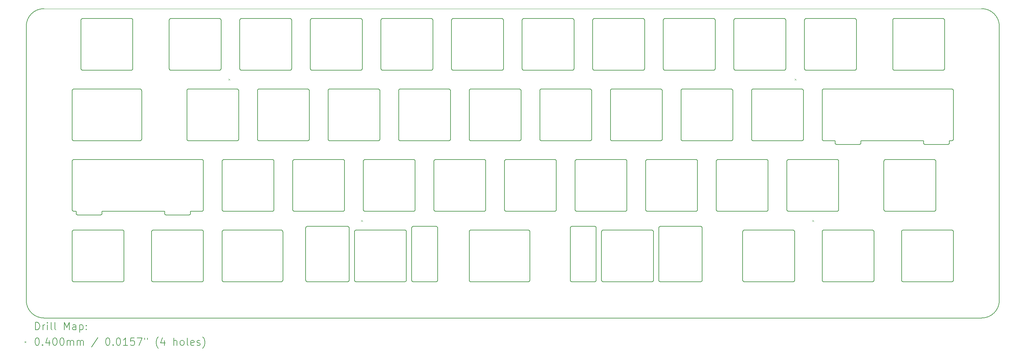
<source format=gbr>
%FSLAX45Y45*%
G04 Gerber Fmt 4.5, Leading zero omitted, Abs format (unit mm)*
G04 Created by KiCad (PCBNEW (6.0.0-0)) date 2022-12-13 13:57:04*
%MOMM*%
%LPD*%
G01*
G04 APERTURE LIST*
%TA.AperFunction,Profile*%
%ADD10C,0.150000*%
%TD*%
%TA.AperFunction,Profile*%
%ADD11C,0.100000*%
%TD*%
%ADD12C,0.200000*%
%ADD13C,0.040000*%
G04 APERTURE END LIST*
D10*
X13446309Y-6947745D02*
X13443868Y-6948048D01*
X13367707Y-8881136D02*
X13366610Y-8878955D01*
X20489794Y-6953390D02*
X20487614Y-6952294D01*
X11466531Y-8892700D02*
X11465993Y-8890312D01*
X3402163Y-8312042D02*
X3402930Y-8314359D01*
X20506438Y-8327247D02*
X20507849Y-8325240D01*
X19033375Y-14061530D02*
X19035792Y-14061952D01*
X26454730Y-10772144D02*
X26452933Y-10770435D01*
X16605575Y-14012500D02*
X16605575Y-14012500D01*
X4511877Y-8852500D02*
X3688127Y-8852500D01*
X20038492Y-10795312D02*
X20037839Y-10792958D01*
X26672042Y-8345339D02*
X26674359Y-8344572D01*
X21507312Y-10232247D02*
X21508824Y-10234188D01*
X16685997Y-6957311D02*
X16683990Y-6955900D01*
X3162846Y-10797700D02*
X3162425Y-10800116D01*
X13368695Y-10221634D02*
X13369573Y-10219358D01*
X7221325Y-12680812D02*
X7219813Y-12682753D01*
X13927501Y-12662500D02*
X13927501Y-12662500D01*
X21035896Y-8332855D02*
X21035896Y-8332855D01*
X22892705Y-10223864D02*
X22893693Y-10221634D01*
X9124813Y-12137247D02*
X9126325Y-12139188D01*
X12181814Y-14014979D02*
X12181876Y-14012500D01*
X4526419Y-12664661D02*
X4524064Y-12664008D01*
X17689662Y-10217042D02*
X17690429Y-10219358D01*
X9536046Y-8858390D02*
X9533865Y-8857294D01*
X24326251Y-6997500D02*
X24326251Y-6997500D01*
X11020549Y-12114883D02*
X11020971Y-12117300D01*
X20547162Y-12122041D02*
X20547929Y-12124358D01*
X6678546Y-10763390D02*
X6676366Y-10762294D01*
X5661104Y-12224358D02*
X5661982Y-12226634D01*
X22480867Y-10761306D02*
X22478637Y-10762294D01*
X9079159Y-6971829D02*
X9077851Y-6969760D01*
X20992500Y-8902500D02*
X20992500Y-8902500D01*
X13415896Y-8332855D02*
X13417692Y-8334565D01*
X20134760Y-14058694D02*
X20136990Y-14057706D01*
X8607074Y-12124358D02*
X8607840Y-12122041D01*
X10800188Y-12673823D02*
X10798317Y-12675435D01*
X18816234Y-12665428D02*
X18813917Y-12664661D01*
X26659980Y-8347438D02*
X26662443Y-8347255D01*
X22854884Y-10251952D02*
X22857300Y-10251530D01*
X19594661Y-10217042D02*
X19595428Y-10219358D01*
X10784037Y-14027042D02*
X10784804Y-14029359D01*
X24413867Y-10350339D02*
X24416184Y-10349572D01*
X7236457Y-10763390D02*
X7234330Y-10764593D01*
X24323322Y-6980641D02*
X24322444Y-6978366D01*
X19002988Y-14042247D02*
X19004500Y-14044188D01*
X4757385Y-8346952D02*
X4759802Y-8346530D01*
X26667301Y-8346530D02*
X26669688Y-8345992D01*
X20547162Y-10792958D02*
X20546509Y-10795312D01*
X23435642Y-10249572D02*
X23437958Y-10250339D01*
X15500981Y-12677145D02*
X15500981Y-12677145D01*
X3170277Y-8874760D02*
X3168970Y-8876829D01*
X25317313Y-8327247D02*
X25318825Y-8329188D01*
X18642929Y-12124358D02*
X18643807Y-12126634D01*
X11055460Y-12155338D02*
X11057814Y-12155992D01*
X11529392Y-6950428D02*
X11527117Y-6951306D01*
X25588241Y-12663048D02*
X25585824Y-12663470D01*
X3278977Y-12235240D02*
X3280388Y-12237247D01*
X26685240Y-6955900D02*
X26683171Y-6954593D01*
X23835355Y-12142855D02*
X23837065Y-12141058D01*
X17227692Y-6960435D02*
X17225895Y-6962145D01*
X13879662Y-12697958D02*
X13879009Y-12700313D01*
X21937907Y-12133171D02*
X21939110Y-12131044D01*
X23847839Y-12122041D02*
X23848493Y-12119687D01*
X9137261Y-10765900D02*
X9135255Y-10767311D01*
X20039756Y-12112442D02*
X20039939Y-12109979D01*
X18611250Y-8297500D02*
X18611250Y-8297500D01*
X14765793Y-6949661D02*
X14763439Y-6949008D01*
X4558949Y-14029359D02*
X4559716Y-14027042D01*
X12375676Y-14062500D02*
X12375676Y-14062500D01*
X4547232Y-12677145D02*
X4545436Y-12675435D01*
X18818509Y-12666306D02*
X18816234Y-12665428D01*
X10968991Y-8339099D02*
X10970998Y-8337689D01*
X19625641Y-10249572D02*
X19627958Y-10250339D01*
X20161819Y-14031634D02*
X20162698Y-14029359D01*
X17167855Y-8867144D02*
X17166059Y-8865435D01*
X17698825Y-8870812D02*
X17697313Y-8872753D01*
X18825046Y-12669593D02*
X18822920Y-12668390D01*
X3173200Y-8870812D02*
X3171688Y-8872753D01*
X11514563Y-6958823D02*
X11512692Y-6960435D01*
X26678865Y-8342706D02*
X26681045Y-8341610D01*
X20164656Y-14022300D02*
X20165078Y-14019883D01*
X25565878Y-14052689D02*
X25567885Y-14054099D01*
X26810470Y-10346610D02*
X26812596Y-10345407D01*
X20471192Y-8347255D02*
X20473634Y-8346952D01*
X17449375Y-14012500D02*
X17449437Y-14014979D01*
X23773654Y-10345407D02*
X23775781Y-10346610D01*
X3173200Y-10775812D02*
X3171688Y-10777753D01*
X8560002Y-12157500D02*
X8562481Y-12157438D01*
X26692855Y-8332855D02*
X26694565Y-8331059D01*
X16180000Y-10757500D02*
X16180000Y-10757500D01*
X24795406Y-14038171D02*
X24796609Y-14036045D01*
X18131194Y-10788366D02*
X18130205Y-10786136D01*
X18666456Y-10763390D02*
X18664329Y-10764593D01*
X5038065Y-10204979D02*
X5038127Y-10202500D01*
X10503678Y-10775812D02*
X10502066Y-10773941D01*
X15277440Y-8900021D02*
X15277256Y-8897558D01*
X18640000Y-12107500D02*
X18640000Y-12107500D01*
X26945077Y-8895116D02*
X26944655Y-8892700D01*
X25545625Y-14012500D02*
X25545625Y-14012500D01*
X15484760Y-14058694D02*
X15486990Y-14057706D01*
X10070429Y-10219358D02*
X10071307Y-10221634D01*
X12012701Y-8853469D02*
X12010313Y-8854008D01*
D11*
X27707501Y-6685000D02*
X2400001Y-6685000D01*
D10*
X16229030Y-12117300D02*
X16229452Y-12114883D01*
X7257522Y-12662561D02*
X7255060Y-12662745D01*
X26923364Y-12670901D02*
X26921295Y-12669593D01*
X26707439Y-8299979D02*
X26707501Y-8297500D01*
X10509111Y-10783955D02*
X10507908Y-10781829D01*
X21068771Y-6947561D02*
X21066308Y-6947745D01*
X11985436Y-8868941D02*
X11983824Y-8870812D01*
X12960459Y-12155338D02*
X12962813Y-12155992D01*
X23825672Y-12150407D02*
X23827740Y-12149099D01*
X9595057Y-8316634D02*
X9596045Y-8318864D01*
X19077689Y-10232247D02*
X19079100Y-10230240D01*
X13879662Y-14027042D02*
X13880429Y-14029359D01*
X20120568Y-12562745D02*
X20118105Y-12562561D01*
X10507908Y-10781829D02*
X10506600Y-10779760D01*
X6674136Y-14058694D02*
X6676366Y-14057706D01*
X20981176Y-8870812D02*
X20979564Y-8868941D01*
X24297615Y-8342706D02*
X24299795Y-8341610D01*
X10607210Y-14058694D02*
X10609440Y-14057706D01*
X25347700Y-8346530D02*
X25350117Y-8346952D01*
X22644730Y-12677145D02*
X22644730Y-12677145D01*
X8567385Y-12156952D02*
X8569802Y-12156530D01*
X22927759Y-8309687D02*
X22928412Y-8312042D01*
X3970577Y-12207500D02*
X3970577Y-12157500D01*
X25350117Y-8346952D02*
X25352558Y-8347255D01*
X22420280Y-6987700D02*
X22419742Y-6985312D01*
X16228491Y-12119687D02*
X16229030Y-12117300D01*
X7152615Y-8342706D02*
X7154796Y-8341610D01*
X3199689Y-10250992D02*
X3202077Y-10251530D01*
X22497521Y-10757561D02*
X22495059Y-10757744D01*
X3202077Y-12156530D02*
X3204493Y-12156952D01*
X11452857Y-8867144D02*
X11451060Y-8865435D01*
X7179090Y-8312042D02*
X7179743Y-8309687D01*
X21259924Y-14019883D02*
X21260346Y-14022300D01*
X7169928Y-6965812D02*
X7168316Y-6963941D01*
X6339864Y-12246177D02*
X6341735Y-12244565D01*
X16743401Y-10779760D02*
X16742094Y-10781829D01*
X19071059Y-8865435D02*
X19069188Y-8863823D01*
X16737161Y-12122041D02*
X16737928Y-12124358D01*
X9129646Y-12142855D02*
X9129646Y-12142855D01*
X7245460Y-10759661D02*
X7243143Y-10760428D01*
X5314813Y-14042247D02*
X5316325Y-14044188D01*
X19123344Y-6971829D02*
X19122141Y-6973955D01*
X22418322Y-8314359D02*
X22419089Y-8312042D01*
X10831876Y-14062500D02*
X10831876Y-14062500D01*
X25079187Y-10777753D02*
X25077776Y-10779760D01*
X17211494Y-6992558D02*
X17211311Y-6995020D01*
X3162425Y-14019883D02*
X3162846Y-14022300D01*
X15784009Y-10214687D02*
X15784663Y-10217042D01*
X16201364Y-12152706D02*
X16203544Y-12151609D01*
X7171440Y-8327247D02*
X7172851Y-8325240D01*
X21941194Y-10788366D02*
X21940206Y-10786136D01*
X20501605Y-6962145D02*
X20501605Y-6962145D01*
X11031325Y-10775812D02*
X11029813Y-10777753D01*
X19592500Y-10202500D02*
X19592500Y-10202500D01*
X12896190Y-6995020D02*
X12896006Y-6992558D01*
X12937936Y-12141058D02*
X12939645Y-12142855D01*
X18602848Y-6969760D02*
X18601438Y-6967753D01*
X18849375Y-14012500D02*
X18849375Y-12712500D01*
X22939186Y-6963941D02*
X22937575Y-6965812D01*
X13878471Y-10212300D02*
X13879009Y-10214687D01*
X11449189Y-10241177D02*
X11451060Y-10239565D01*
X21301992Y-14061952D02*
X21304434Y-14062255D01*
X21269188Y-14042247D02*
X21270700Y-14044188D01*
X13895813Y-8863823D02*
X13893942Y-8865435D01*
X23424761Y-8860900D02*
X23422754Y-8862311D01*
X8847882Y-14017442D02*
X8848065Y-14014979D01*
X10112559Y-10252255D02*
X10115022Y-10252438D01*
X16687938Y-6958823D02*
X16685997Y-6957311D01*
X14800282Y-6987700D02*
X14799743Y-6985312D01*
X18834730Y-14047855D02*
X18836440Y-14046059D01*
X22944563Y-8336177D02*
X22946504Y-8337689D01*
X5037579Y-8895116D02*
X5037157Y-8892700D01*
X7724064Y-6949008D02*
X7721710Y-6949661D01*
X19635116Y-10251952D02*
X19637558Y-10252255D01*
X7210549Y-10800116D02*
X7210246Y-10802558D01*
X3163385Y-14024688D02*
X3164038Y-14027042D01*
X18822920Y-14056610D02*
X18825046Y-14055407D01*
X10810512Y-14057706D02*
X10812742Y-14058694D01*
X20037839Y-10792958D02*
X20037072Y-10790641D01*
X20977854Y-8867144D02*
X20976058Y-8865435D01*
X3164805Y-8885641D02*
X3164038Y-8887958D01*
X15782501Y-10202500D02*
X15782563Y-10204979D01*
X6259009Y-8890312D02*
X6258471Y-8892700D01*
X14854330Y-10764593D02*
X14852261Y-10765900D01*
X11499179Y-6980641D02*
X11498412Y-6982958D01*
X17450345Y-12702700D02*
X17449923Y-12705117D01*
X9143637Y-10762294D02*
X9141457Y-10763390D01*
X21283705Y-14055407D02*
X21285832Y-14056610D01*
X3299213Y-12252706D02*
X3301443Y-12253694D01*
X24798694Y-12693366D02*
X24797706Y-12691136D01*
X3161877Y-12107500D02*
X3161938Y-12109979D01*
X17144688Y-8854008D02*
X17142301Y-8853469D01*
X11457690Y-10232247D02*
X11459100Y-10230240D01*
X10630983Y-14038171D02*
X10632186Y-14036045D01*
X14275001Y-10757500D02*
X14275001Y-10757500D01*
X11975429Y-8885641D02*
X11974662Y-8887958D01*
X24799572Y-12695641D02*
X24798694Y-12693366D01*
X19643176Y-14062500D02*
X20115626Y-14062500D01*
X21281636Y-12670901D02*
X21279629Y-12672311D01*
X13322501Y-10252500D02*
X13322501Y-10252500D01*
X3171688Y-8872753D02*
X3170277Y-8874760D01*
X25550419Y-14033864D02*
X25551516Y-14036045D01*
X26945563Y-12710021D02*
X26945380Y-12707558D01*
X19002988Y-12582753D02*
X19001577Y-12584760D01*
X13922559Y-8852745D02*
X13920118Y-8853048D01*
X3176521Y-10772144D02*
X3176521Y-10772144D01*
X3292837Y-12249099D02*
X3294906Y-12250407D01*
X10502066Y-10773941D02*
X10500356Y-10772144D01*
X20961634Y-8856306D02*
X20959358Y-8855428D01*
X20585200Y-10758469D02*
X20582813Y-10759008D01*
X16739795Y-12128864D02*
X16740891Y-12131044D01*
X16703323Y-6980641D02*
X16702444Y-6978366D01*
X9472719Y-14038171D02*
X9474027Y-14040240D01*
X26912483Y-10249572D02*
X26914759Y-10248694D01*
X18594808Y-8334565D02*
X18596604Y-8332855D01*
X6267313Y-8872753D02*
X6265902Y-8874760D01*
X26942696Y-8885641D02*
X26941818Y-8883366D01*
X11972745Y-10207442D02*
X11973049Y-10209883D01*
X26919169Y-8858390D02*
X26916989Y-8857294D01*
X17475831Y-12668390D02*
X17473704Y-12669593D01*
X22476457Y-10763390D02*
X22474330Y-10764593D01*
X24431012Y-10341177D02*
X24432883Y-10339565D01*
X12159616Y-12670901D02*
X12157547Y-12669593D01*
X7230254Y-12147689D02*
X7232261Y-12149099D01*
X3416443Y-6960435D02*
X3414646Y-6962145D01*
X16735061Y-12109979D02*
X16735245Y-12112442D01*
X7224646Y-14047855D02*
X7224646Y-14047855D01*
X6257501Y-10202500D02*
X6257501Y-10202500D01*
X12927162Y-12122041D02*
X12927929Y-12124358D01*
X6259663Y-8887958D02*
X6259009Y-8890312D01*
X18590996Y-6957311D02*
X18588989Y-6955900D01*
X26941818Y-12693366D02*
X26940830Y-12691136D01*
X12945254Y-10767311D02*
X12943313Y-10768823D01*
X6705002Y-12107500D02*
X6705002Y-10807500D01*
X9560340Y-8887958D02*
X9559573Y-8885641D01*
X9472719Y-12586829D02*
X9471517Y-12588956D01*
X11973049Y-8895116D02*
X11972745Y-8897558D01*
X24752500Y-12662500D02*
X23452500Y-12662500D01*
X26458051Y-10775812D02*
X26456439Y-10773941D01*
X9133314Y-10768823D02*
X9131443Y-10770435D01*
X18845569Y-14031634D02*
X18846447Y-14029359D01*
X9611504Y-6957311D02*
X9609563Y-6958823D01*
X5788345Y-8323171D02*
X5789652Y-8325240D01*
X6295314Y-8854008D02*
X6292960Y-8854661D01*
X18134030Y-12117300D02*
X18134452Y-12114883D01*
X4797074Y-8314359D02*
X4797840Y-8312042D01*
X22483142Y-10760428D02*
X22480867Y-10761306D01*
X11027095Y-12133171D02*
X11028402Y-12135240D01*
X15324563Y-6958823D02*
X15322692Y-6960435D01*
X5708176Y-12257500D02*
X5708176Y-12257500D01*
X11050867Y-12153694D02*
X11053143Y-12154572D01*
X24399325Y-10352500D02*
X24401804Y-10352438D01*
X3170277Y-10230240D02*
X3171688Y-10232247D01*
X26703694Y-8316634D02*
X26704572Y-8314359D01*
X13370339Y-8887958D02*
X13369573Y-8885641D01*
X10465001Y-10757500D02*
X10465001Y-10757500D01*
X20040000Y-12107500D02*
X20040000Y-10807500D01*
X22655569Y-12693366D02*
X22654581Y-12691136D01*
X14795361Y-6973955D02*
X14794158Y-6971829D01*
X7133731Y-6947561D02*
X7131251Y-6947500D01*
X8205118Y-8853048D02*
X8202701Y-8853469D01*
X12391366Y-10762294D02*
X12389136Y-10761306D01*
X21943492Y-10795312D02*
X21942839Y-10792958D01*
X10505190Y-12137247D02*
X10506600Y-12135240D01*
X13908367Y-8856306D02*
X13906137Y-8857294D01*
X18608321Y-6980641D02*
X18607443Y-6978366D01*
X15489170Y-14056610D02*
X15491297Y-14055407D01*
X24771634Y-14058694D02*
X24773864Y-14057706D01*
X4791601Y-8325240D02*
X4792909Y-8323171D01*
X20987705Y-8881136D02*
X20986609Y-8878955D01*
X26799113Y-10350992D02*
X26801467Y-10350339D01*
X14839812Y-10777753D02*
X14838402Y-10779760D01*
X15820314Y-8854008D02*
X15817960Y-8854661D01*
X17139884Y-10251952D02*
X17142301Y-10251530D01*
X20123010Y-14061952D02*
X20125426Y-14061530D01*
X18682617Y-10758048D02*
X18680200Y-10758469D01*
X25336136Y-6952294D02*
X25333956Y-6953390D01*
X8609940Y-12109979D02*
X8610002Y-12107500D01*
X10974810Y-6960435D02*
X10972939Y-6958823D01*
X25547133Y-12700313D02*
X25546594Y-12702700D01*
X20985406Y-10228171D02*
X20986609Y-10226044D01*
X26938531Y-10228171D02*
X26939734Y-10226044D01*
X4754944Y-8347255D02*
X4757385Y-8346952D01*
X11500057Y-8316634D02*
X11501045Y-8318864D01*
X20992500Y-10202500D02*
X20992500Y-8902500D01*
X11070001Y-10757500D02*
X11070001Y-10757500D01*
X13915313Y-14060992D02*
X13917701Y-14061530D01*
X3411325Y-8329188D02*
X3412937Y-8331059D01*
X20165564Y-14014979D02*
X20165626Y-14012500D01*
X23442700Y-14061530D02*
X23445117Y-14061952D01*
X15237301Y-8853469D02*
X15234884Y-8853048D01*
X12407066Y-12141058D02*
X12408678Y-12139188D01*
X22889099Y-10230240D02*
X22890406Y-10228171D01*
X6262296Y-10223864D02*
X6263392Y-10226044D01*
X9496492Y-14058694D02*
X9498768Y-14059572D01*
X21290242Y-14058694D02*
X21292517Y-14059572D01*
X9641251Y-6947500D02*
X9638771Y-6947561D01*
X20516005Y-6992558D02*
X20515702Y-6990116D01*
X14322073Y-12124358D02*
X14322840Y-12122041D01*
X16736508Y-10795312D02*
X16735970Y-10797700D01*
X18993176Y-12612500D02*
X18993176Y-14012500D01*
X12361134Y-12564661D02*
X12358817Y-12565428D01*
X11510896Y-8332855D02*
X11512692Y-8334565D01*
X10784804Y-12695641D02*
X10784037Y-12697958D01*
X13411063Y-6967753D02*
X13409652Y-6969760D01*
X23751486Y-10317042D02*
X23752253Y-10319358D01*
X12373197Y-12562561D02*
X12370734Y-12562745D01*
X24290792Y-6949661D02*
X24288438Y-6949008D01*
X8845199Y-12695641D02*
X8844320Y-12693366D01*
X5034321Y-10221634D02*
X5035199Y-10219358D01*
X17305330Y-14017442D02*
X17305514Y-14014979D01*
X7250201Y-12663470D02*
X7247814Y-12664008D01*
X3162846Y-8892700D02*
X3162425Y-8895116D01*
X12925246Y-10802558D02*
X12925062Y-10805020D01*
X15788392Y-10226044D02*
X15789594Y-10228171D01*
X4548942Y-14046059D02*
X4550554Y-14044188D01*
X9465626Y-12612500D02*
X9465626Y-12612500D01*
X16622017Y-12575435D02*
X16620220Y-12577145D01*
X15275340Y-10217042D02*
X15275993Y-10214687D01*
X18118558Y-10770435D02*
X18116687Y-10768823D01*
X23452500Y-14062500D02*
X23452500Y-14062500D01*
X10991251Y-6997500D02*
X10991251Y-6997500D01*
X10500356Y-10772144D02*
X10498560Y-10770435D01*
X15309179Y-8314359D02*
X15310057Y-8316634D01*
X9482068Y-12575435D02*
X9480271Y-12577145D01*
X3970577Y-12207500D02*
X3970577Y-12207500D01*
X7650408Y-10228171D02*
X7651611Y-10226044D01*
X9465626Y-12612500D02*
X9465626Y-14012500D01*
X15505815Y-14042247D02*
X15507225Y-14040240D01*
X6307501Y-8852500D02*
X6305022Y-8852561D01*
X4750002Y-6947500D02*
X3450002Y-6947500D01*
X18110671Y-10764593D02*
X18108544Y-10763390D01*
X2400001Y-15041250D02*
X27707501Y-15041250D01*
X18839563Y-14042247D02*
X18840974Y-14040240D01*
X18566192Y-6947745D02*
X18563729Y-6947561D01*
X12420001Y-12107500D02*
X12420001Y-12107500D01*
X10513493Y-12119687D02*
X10514031Y-12117300D01*
X23442700Y-10251530D02*
X23445117Y-10251952D01*
X3450002Y-6947500D02*
X3447522Y-6947561D01*
X9084744Y-8309687D02*
X9085282Y-8307300D01*
X6704940Y-12109979D02*
X6705002Y-12107500D01*
X3418314Y-6958823D02*
X3416443Y-6960435D01*
X13402221Y-6987700D02*
X13401799Y-6990116D01*
X23415436Y-10236059D02*
X23417146Y-10237855D01*
X22973771Y-6947561D02*
X22971308Y-6947745D01*
X18130205Y-12128864D02*
X18131194Y-12126634D01*
X18596604Y-8332855D02*
X18598314Y-8331059D01*
X26944116Y-12700313D02*
X26943463Y-12697958D01*
X18996982Y-14031634D02*
X18997970Y-14033864D01*
X9489955Y-14055407D02*
X9492082Y-14056610D01*
X8162501Y-8902500D02*
X8162501Y-10202500D01*
X22926312Y-6995020D02*
X22926251Y-6997500D01*
X16706251Y-8297500D02*
X16706251Y-8297500D01*
X10784037Y-12697958D02*
X10783384Y-12700313D01*
X24434679Y-10337855D02*
X24434679Y-10337855D01*
X7619689Y-10250992D02*
X7622043Y-10250339D01*
X23757726Y-10330240D02*
X23759137Y-10332247D01*
X26939734Y-14036045D02*
X26940830Y-14033864D01*
X26142817Y-10326044D02*
X26144019Y-10328171D01*
X15312141Y-8321044D02*
X15313344Y-8323171D01*
X4164377Y-12157500D02*
X4164377Y-12157500D01*
X4794111Y-8321044D02*
X4795208Y-8318864D01*
X9466174Y-14019883D02*
X9466596Y-14022300D01*
X15786307Y-10221634D02*
X15787295Y-10223864D01*
X12148734Y-14059572D02*
X12151010Y-14058694D01*
X3209397Y-14062439D02*
X3211877Y-14062500D01*
X10991006Y-8302442D02*
X10991189Y-8299979D01*
X25310429Y-8314359D02*
X25311307Y-8316634D01*
X15783049Y-10209883D02*
X15783471Y-10212300D01*
X9077851Y-6969760D02*
X9076440Y-6967753D01*
X22421250Y-8297500D02*
X22421250Y-8297500D01*
X15264566Y-8868941D02*
X15262856Y-8867144D01*
X21047706Y-8341610D02*
X21049886Y-8342706D01*
X10806204Y-14055407D02*
X10808331Y-14056610D01*
X25093704Y-10764593D02*
X25091635Y-10765900D01*
X15808957Y-10246610D02*
X15811137Y-10247706D01*
X6307501Y-10252500D02*
X6307501Y-10252500D01*
X13927501Y-10252500D02*
X15227501Y-10252500D01*
X12403560Y-10770435D02*
X12401689Y-10768823D01*
X22891609Y-10226044D02*
X22892705Y-10223864D01*
X19000269Y-14038171D02*
X19001577Y-14040240D01*
X10067501Y-10202500D02*
X10067563Y-10204979D01*
X10073392Y-8878955D02*
X10072295Y-8881136D01*
X8197960Y-8854661D02*
X8195643Y-8855428D01*
X14165626Y-12662500D02*
X14165626Y-12662500D01*
X20989571Y-10219358D02*
X20990338Y-10217042D01*
X21924747Y-12147689D02*
X21926688Y-12146177D01*
X26836926Y-10252500D02*
X26895625Y-10252500D01*
X9562501Y-8902500D02*
X9562439Y-8900021D01*
X13915313Y-10250992D02*
X13917701Y-10251530D01*
X9117929Y-12124358D02*
X9118807Y-12126634D01*
X10941251Y-6947500D02*
X9641251Y-6947500D01*
X8595357Y-10772144D02*
X8595357Y-10772144D01*
X6273943Y-8865435D02*
X6272146Y-8867144D01*
X9624392Y-6950428D02*
X9622117Y-6951306D01*
X4771366Y-6952294D02*
X4769136Y-6951306D01*
X11497221Y-8307300D02*
X11497759Y-8309687D01*
X11496251Y-6997500D02*
X11496251Y-8297500D01*
X19614760Y-10244099D02*
X19616829Y-10245407D01*
X10979928Y-6965812D02*
X10978316Y-6963941D01*
X21930355Y-12142855D02*
X21930355Y-12142855D01*
X6290643Y-8855428D02*
X6288367Y-8856306D01*
X17297174Y-12584760D02*
X17295763Y-12582753D01*
X20491921Y-8340407D02*
X20493990Y-8339099D01*
X5684632Y-12251609D02*
X5686812Y-12252706D01*
X23402745Y-12707558D02*
X23402562Y-12710021D01*
X15330580Y-6954593D02*
X15328511Y-6955900D01*
X3435460Y-6949661D02*
X3433143Y-6950428D01*
X18848827Y-14019883D02*
X18849131Y-14017442D01*
X20990338Y-10217042D02*
X20990992Y-10214687D01*
X24286051Y-6948469D02*
X24283634Y-6948048D01*
X8164009Y-8890312D02*
X8163471Y-8892700D01*
X26836926Y-10252500D02*
X26836926Y-10252500D01*
X7639189Y-8863823D02*
X7637248Y-8862311D01*
X9515626Y-12562500D02*
X9513147Y-12562561D01*
X15255241Y-8860900D02*
X15253172Y-8859593D01*
X7728868Y-6948048D02*
X7726452Y-6948469D01*
X11509186Y-6963941D02*
X11507574Y-6965812D01*
X18673142Y-10760428D02*
X18670866Y-10761306D01*
X6702074Y-12695641D02*
X6701196Y-12693366D01*
X22472261Y-12149099D02*
X22474330Y-12150407D01*
X17225895Y-8332855D02*
X17227692Y-8334565D01*
X15825118Y-8853048D02*
X15822701Y-8853469D01*
X18995337Y-14027042D02*
X18996104Y-14029359D01*
X19166250Y-8347500D02*
X20466250Y-8347500D01*
X18571050Y-8346530D02*
X18573437Y-8345992D01*
X4766860Y-6950428D02*
X4764543Y-6949661D01*
X6690357Y-10772144D02*
X6690357Y-10772144D01*
X10506600Y-10779760D02*
X10505190Y-10777753D01*
X17239886Y-6952294D02*
X17237705Y-6953390D01*
X21545021Y-10252438D02*
X21547500Y-10252500D01*
X14830971Y-12117300D02*
X14831509Y-12119687D01*
X26900567Y-10252255D02*
X26903008Y-10251952D01*
X7243143Y-12665428D02*
X7240867Y-12666306D01*
X17142301Y-8853469D02*
X17139884Y-8853048D01*
X4547232Y-14047855D02*
X4547232Y-14047855D01*
X11998956Y-10246610D02*
X12001136Y-10247706D01*
X26433917Y-12155338D02*
X26436234Y-12154572D01*
X26828524Y-10330240D02*
X26829832Y-10328171D01*
X19037501Y-10252500D02*
X19039980Y-10252438D01*
X15792313Y-8872753D02*
X15790902Y-8874760D01*
X5305246Y-12707558D02*
X5305063Y-12710021D01*
X13361177Y-10234188D02*
X13362689Y-10232247D01*
X25109575Y-10758469D02*
X25107187Y-10759008D01*
X5035199Y-8885641D02*
X5034321Y-8883366D01*
X11046457Y-10763390D02*
X11044330Y-10764593D01*
X5345202Y-14061530D02*
X5347618Y-14061952D01*
X8162501Y-10202500D02*
X8162563Y-10204979D01*
X4757385Y-6948048D02*
X4754944Y-6947745D01*
X24786058Y-14049565D02*
X24787855Y-14047855D01*
X26916989Y-12667294D02*
X26914759Y-12666306D01*
X25547133Y-14024688D02*
X25547786Y-14027042D01*
X10638076Y-14012500D02*
X10638076Y-12612500D01*
X17305514Y-12610021D02*
X17305330Y-12607558D01*
X8819490Y-12667294D02*
X8817260Y-12666306D01*
X20115626Y-14062500D02*
X20118105Y-14062439D01*
X11036443Y-10770435D02*
X11034646Y-10772144D01*
X10637832Y-14017442D02*
X10638015Y-14014979D01*
X20550892Y-12131044D02*
X20552094Y-12133171D01*
X21513942Y-10239565D02*
X21515813Y-10241177D01*
X6260429Y-10219358D02*
X6261307Y-10221634D01*
X17175407Y-10228171D02*
X17176610Y-10226044D01*
X12865385Y-6951306D02*
X12863110Y-6950428D01*
X10481860Y-10760428D02*
X10479543Y-10759661D01*
X13427707Y-6953390D02*
X13425580Y-6954593D01*
X25549431Y-12693366D02*
X25548553Y-12695641D01*
X15830022Y-10252438D02*
X15832501Y-10252500D01*
X21902384Y-10758048D02*
X21899943Y-10757744D01*
X19594008Y-10214687D02*
X19594661Y-10217042D01*
X10514453Y-12114883D02*
X10514756Y-12112442D01*
X3165683Y-14031634D02*
X3166671Y-14033864D01*
X18651324Y-10775812D02*
X18649812Y-10777753D01*
X20019747Y-12147689D02*
X20021688Y-12146177D01*
X14832162Y-10792958D02*
X14831509Y-10795312D01*
X25585824Y-12663470D02*
X25583437Y-12664008D01*
X22948511Y-8339099D02*
X22950580Y-8340407D01*
X3409813Y-6967753D02*
X3408402Y-6969760D01*
X11988942Y-10239565D02*
X11990813Y-10241177D01*
X15465626Y-12662500D02*
X15465626Y-12662500D01*
X10607210Y-12566306D02*
X10604935Y-12565428D01*
X23413824Y-8870812D02*
X23412312Y-8872753D01*
X9115971Y-12117300D02*
X9116509Y-12119687D01*
X16658730Y-8347438D02*
X16661193Y-8347255D01*
X12347936Y-14054099D02*
X12350005Y-14055407D01*
X14786607Y-6962145D02*
X14786607Y-6962145D01*
X10087754Y-8862311D02*
X10085813Y-8863823D01*
X21918545Y-10763390D02*
X21916365Y-10762294D01*
X26419375Y-10757500D02*
X25119375Y-10757500D01*
X25069375Y-10807500D02*
X25069375Y-12107500D01*
X9636309Y-6947745D02*
X9633867Y-6948048D01*
X17244391Y-8344572D02*
X17246708Y-8345339D01*
X9517443Y-10252255D02*
X9519885Y-10251952D01*
X12157547Y-12669593D02*
X12155420Y-12668390D01*
X23789525Y-10351530D02*
X23791941Y-10351952D01*
X22875240Y-8860900D02*
X22873171Y-8859593D01*
X8805510Y-14061952D02*
X8807926Y-14061530D01*
X13350241Y-8860900D02*
X13348172Y-8859593D01*
X13906137Y-8857294D02*
X13903956Y-8858390D01*
X14844646Y-12142855D02*
X14844646Y-12142855D01*
X12992535Y-14059572D02*
X12994810Y-14058694D01*
X15306799Y-8304883D02*
X15307220Y-8307300D01*
X18610702Y-8304883D02*
X18611005Y-8302442D01*
X21928559Y-12144565D02*
X21930355Y-12142855D01*
X26463484Y-10783955D02*
X26462281Y-10781829D01*
X7145793Y-6949661D02*
X7143439Y-6949008D01*
X15320895Y-8332855D02*
X15320895Y-8332855D01*
X7232261Y-12670901D02*
X7230254Y-12672311D01*
X16650633Y-14062255D02*
X16653095Y-14062439D01*
X10477189Y-10759008D02*
X10474801Y-10758469D01*
X15499185Y-14049565D02*
X15500981Y-14047855D01*
X17249062Y-6949008D02*
X17246708Y-6949661D01*
X11053143Y-12154572D02*
X11055460Y-12155338D01*
X13414186Y-8331059D02*
X13415896Y-8332855D01*
X20485384Y-6951306D02*
X20483109Y-6950428D01*
X16229452Y-12114883D02*
X16229755Y-12112442D01*
X17693392Y-8878955D02*
X17692296Y-8881136D01*
X6688560Y-14049565D02*
X6690357Y-14047855D01*
X9086190Y-6995020D02*
X9086007Y-6992558D01*
X13354189Y-10241177D02*
X13356059Y-10239565D01*
X19161308Y-6947745D02*
X19158866Y-6948048D01*
X17279119Y-12568390D02*
X17276939Y-12567294D01*
X16608503Y-12595641D02*
X16607736Y-12597958D01*
X22452929Y-12124358D02*
X22453807Y-12126634D01*
X13357856Y-8867144D02*
X13356059Y-8865435D01*
X24440924Y-10330240D02*
X24442231Y-10328171D01*
X8841033Y-12686829D02*
X8839726Y-12684760D01*
X20987705Y-10223864D02*
X20988693Y-10221634D01*
X22614318Y-12662745D02*
X22611855Y-12662561D01*
X5786046Y-8318864D02*
X5787142Y-8321044D01*
X11992754Y-8862311D02*
X11990813Y-8863823D01*
X3166671Y-14033864D02*
X3167767Y-14036045D01*
X9529360Y-10249572D02*
X9531635Y-10248694D01*
X9480271Y-12577145D02*
X9478561Y-12578941D01*
X20037072Y-12124358D02*
X20037839Y-12122041D01*
X24319157Y-6971829D02*
X24317849Y-6969760D01*
X9529360Y-8855428D02*
X9527043Y-8854661D01*
X5708176Y-10757500D02*
X5464377Y-10757500D01*
X21941194Y-12126634D02*
X21942072Y-12124358D01*
X12175985Y-12688956D02*
X12174783Y-12686829D01*
X26938531Y-14038171D02*
X26939734Y-14036045D01*
X17449620Y-14017442D02*
X17449923Y-14019883D01*
X6705002Y-12712500D02*
X6704940Y-12710021D01*
X21032574Y-6965812D02*
X21031062Y-6967753D01*
X10096137Y-8857294D02*
X10093957Y-8858390D01*
X7150385Y-8343694D02*
X7152615Y-8342706D01*
X18120355Y-12142855D02*
X18122064Y-12141058D01*
X25307501Y-6997500D02*
X25307501Y-6997500D01*
X7690057Y-6978366D02*
X7689179Y-6980641D01*
X8598678Y-10775812D02*
X8597067Y-10773941D01*
X16772812Y-10759008D02*
X16770458Y-10759661D01*
X25549431Y-14031634D02*
X25550419Y-14033864D01*
X17499375Y-14062500D02*
X18799375Y-14062500D01*
X13885902Y-12684760D02*
X13884594Y-12686829D01*
X14880001Y-12157500D02*
X14880001Y-12157500D01*
X26905425Y-14061530D02*
X26907812Y-14060992D01*
X8591689Y-10768823D02*
X8589748Y-10767311D01*
X25309009Y-8309687D02*
X25309662Y-8312042D01*
X25111991Y-10758048D02*
X25109575Y-10758469D01*
X17290930Y-12577145D02*
X17290930Y-12577145D01*
X24420689Y-10347706D02*
X24422869Y-10346610D01*
X3199689Y-12664008D02*
X3197335Y-12664661D01*
X10812742Y-14058694D02*
X10815017Y-14059572D01*
X5792575Y-6965812D02*
X5791063Y-6967753D01*
X5807707Y-6953390D02*
X5805580Y-6954593D01*
X22656448Y-12695641D02*
X22655569Y-12693366D01*
X14794158Y-8323171D02*
X14795361Y-8321044D01*
X23408391Y-10226044D02*
X23409594Y-10228171D01*
X21063867Y-6948048D02*
X21061450Y-6948469D01*
X17137443Y-10252255D02*
X17139884Y-10251952D01*
X9988076Y-12562500D02*
X9515626Y-12562500D01*
X23750833Y-10314687D02*
X23751486Y-10317042D01*
X20979564Y-8868941D02*
X20977854Y-8867144D01*
X24299795Y-6953390D02*
X24297615Y-6952294D01*
X6684748Y-10767311D02*
X6682742Y-10765900D01*
X19082706Y-10223864D02*
X19083694Y-10221634D01*
X18586921Y-8340407D02*
X18588989Y-8339099D01*
X4773546Y-8341610D02*
X4775673Y-8340407D01*
X22383438Y-8345992D02*
X22385792Y-8345339D01*
X13903956Y-12668390D02*
X13901830Y-12669593D01*
X16749645Y-12142855D02*
X16751442Y-12144565D01*
X9592759Y-6985312D02*
X9592220Y-6987700D01*
X25119375Y-12157500D02*
X25119375Y-12157500D01*
X22400997Y-8337689D02*
X22402938Y-8336177D01*
X16765866Y-10761306D02*
X16763636Y-10762294D01*
X17480241Y-14058694D02*
X17482517Y-14059572D01*
X5325255Y-14052689D02*
X5327262Y-14054099D01*
X10068471Y-8892700D02*
X10068049Y-8895116D01*
X6290643Y-10249572D02*
X6292960Y-10250339D01*
X18611188Y-6995020D02*
X18611005Y-6992558D01*
X8841033Y-14038171D02*
X8842236Y-14036045D01*
X15259189Y-10241177D02*
X15261060Y-10239565D01*
X3170277Y-12684760D02*
X3168970Y-12686829D01*
X17166059Y-8865435D02*
X17164188Y-8863823D01*
X10990281Y-6987700D02*
X10989743Y-6985312D01*
X26898104Y-10252438D02*
X26900567Y-10252255D01*
X13352248Y-10242689D02*
X13354189Y-10241177D01*
X23407295Y-14033864D02*
X23408391Y-14036045D01*
X7686799Y-6990116D02*
X7686496Y-6992558D01*
X13895813Y-12673823D02*
X13893942Y-12675435D01*
X12962813Y-12155992D02*
X12965201Y-12156530D01*
X3281900Y-12239188D02*
X3283512Y-12241058D01*
X7217094Y-12133171D02*
X7218402Y-12135240D01*
X5658176Y-12157500D02*
X5658176Y-12157500D01*
X16207739Y-10765900D02*
X16205670Y-10764593D01*
X22654581Y-12691136D02*
X22653485Y-12688956D01*
X17709761Y-8860900D02*
X17707754Y-8862311D01*
X11452857Y-10237855D02*
X11454566Y-10236059D01*
X16691605Y-8332855D02*
X16693315Y-8331059D01*
X20992500Y-8902500D02*
X20992438Y-8900021D01*
X12377385Y-10758048D02*
X12374943Y-10757744D01*
X25318825Y-8329188D02*
X25320436Y-8331059D01*
X15491297Y-14055407D02*
X15493366Y-14054099D01*
X17299684Y-12588956D02*
X17298481Y-12586829D01*
X21260346Y-14022300D02*
X21260884Y-14024688D01*
X6678546Y-12668390D02*
X6676366Y-12667294D01*
X7160998Y-6957311D02*
X7158991Y-6955900D01*
X26469313Y-12109979D02*
X26469375Y-12107500D01*
X8833482Y-14047855D02*
X8835192Y-14046059D01*
X10074594Y-8876829D02*
X10073392Y-8878955D01*
X9505826Y-12563470D02*
X9503439Y-12564008D01*
X4797840Y-8312042D02*
X4798494Y-8309687D01*
X22847500Y-10252500D02*
X22847500Y-10252500D01*
X5785058Y-8316634D02*
X5786046Y-8318864D01*
X17487188Y-12664008D02*
X17484833Y-12664661D01*
X12017559Y-10252255D02*
X12020021Y-10252438D01*
X8845965Y-14027042D02*
X8846618Y-14024688D01*
X10962615Y-6952294D02*
X10960385Y-6951306D01*
X19147116Y-6951306D02*
X19144886Y-6952294D01*
X16785000Y-12157500D02*
X16785000Y-12157500D01*
X24794099Y-12684760D02*
X24792688Y-12682753D01*
X20165626Y-12612500D02*
X20165564Y-12610021D01*
X20480792Y-8345339D02*
X20483109Y-8344572D01*
X4781690Y-6958823D02*
X4779749Y-6957311D01*
X12144063Y-12664008D02*
X12141676Y-12663470D01*
X9551178Y-10234188D02*
X9552690Y-10232247D01*
X14858637Y-12152706D02*
X14860867Y-12153694D01*
X10098367Y-10248694D02*
X10100643Y-10249572D01*
X21502295Y-8881136D02*
X21501307Y-8883366D01*
X22976251Y-6947500D02*
X22976251Y-6947500D01*
X9116509Y-10795312D02*
X9115971Y-10797700D01*
X13892146Y-8867144D02*
X13890436Y-8868941D01*
X9065999Y-6957311D02*
X9063992Y-6955900D01*
X18849314Y-14014979D02*
X18849375Y-14012500D01*
X20141297Y-14055407D02*
X20143366Y-14054099D01*
X18640000Y-12107500D02*
X18640062Y-12109979D01*
X3167767Y-10783955D02*
X3166671Y-10786136D01*
X15495373Y-12672311D02*
X15493366Y-12670901D01*
X13007364Y-12573823D02*
X13005423Y-12572311D01*
X26940830Y-12691136D02*
X26939734Y-12688956D01*
X10786670Y-12691136D02*
X10785682Y-12693366D01*
X16681922Y-8340407D02*
X16683990Y-8339099D01*
X3270577Y-12207500D02*
X3270638Y-12209979D01*
X26707501Y-6997500D02*
X26707439Y-6995020D01*
X15784663Y-8887958D02*
X15784009Y-8890312D01*
X12335487Y-12582753D02*
X12334077Y-12584760D01*
X24445518Y-10321634D02*
X24446397Y-10319358D01*
X5309796Y-12691136D02*
X5308808Y-12693366D01*
X3171688Y-12137247D02*
X3173200Y-12139188D01*
X19038234Y-14062255D02*
X19040696Y-14062439D01*
X9117163Y-10792958D02*
X9116509Y-10795312D01*
X9480271Y-14047855D02*
X9482068Y-14049565D01*
X8574543Y-12155338D02*
X8576860Y-12154572D01*
X5352522Y-12662561D02*
X5350060Y-12662745D01*
X7708512Y-6955900D02*
X7706505Y-6957311D01*
X17211250Y-6997500D02*
X17211250Y-8297500D01*
X21288012Y-14057706D02*
X21290242Y-14058694D01*
X18662261Y-10765900D02*
X18660254Y-10767311D01*
X6671860Y-12154572D02*
X6674136Y-12153694D01*
X9536046Y-10246610D02*
X9538172Y-10245407D01*
X15797146Y-10237855D02*
X15798942Y-10239565D01*
X7215892Y-12131044D02*
X7217094Y-12133171D01*
X7686252Y-8297500D02*
X7686252Y-8297500D01*
X7687759Y-6985312D02*
X7687221Y-6987700D01*
X17149359Y-8855428D02*
X17147042Y-8854661D01*
X25547786Y-12697958D02*
X25547133Y-12700313D01*
X12173475Y-14040240D02*
X12174783Y-14038171D01*
X9613511Y-6955900D02*
X9611504Y-6957311D01*
X17182501Y-10202500D02*
X17182501Y-10202500D01*
X3170277Y-14040240D02*
X3171688Y-14042247D01*
X8601601Y-12135240D02*
X8602909Y-12133171D01*
X22971308Y-6947745D02*
X22968867Y-6948048D01*
X3408402Y-8325240D02*
X3409813Y-8327247D01*
X11496496Y-8302442D02*
X11496799Y-8304883D01*
X11538868Y-8346952D02*
X11541309Y-8347255D01*
X26940830Y-14033864D02*
X26941818Y-14031634D01*
X18640000Y-12107500D02*
X18640000Y-12107500D01*
X13908367Y-14058694D02*
X13910642Y-14059572D01*
X20548807Y-10788366D02*
X20547929Y-10790641D01*
X14782939Y-6958823D02*
X14780998Y-6957311D01*
X9494262Y-12567294D02*
X9492082Y-12568390D01*
X8812668Y-14060339D02*
X8814985Y-14059572D01*
X9139330Y-12150407D02*
X9141457Y-12151609D01*
X7657257Y-10207442D02*
X7657440Y-10204979D01*
X10068049Y-8895116D02*
X10067746Y-8897558D01*
X23407295Y-12691136D02*
X23406307Y-12693366D01*
X9615579Y-8340407D02*
X9617706Y-8341610D01*
X25560270Y-12677145D02*
X25558560Y-12678941D01*
X23823545Y-12151609D02*
X23825672Y-12150407D01*
X14784810Y-8334565D02*
X14786607Y-8332855D01*
X5313402Y-12684760D02*
X5312095Y-12686829D01*
X17242116Y-6951306D02*
X17239886Y-6952294D01*
X22381050Y-8346530D02*
X22383438Y-8345992D01*
X5781496Y-8302442D02*
X5781800Y-8304883D01*
X3161877Y-10807500D02*
X3161877Y-10807500D01*
X12890361Y-8321044D02*
X12891457Y-8318864D01*
X19085993Y-10214687D02*
X19086531Y-10212300D01*
X12985476Y-12563470D02*
X12983059Y-12563048D01*
X10946193Y-6947745D02*
X10943730Y-6947561D01*
X26945563Y-10204979D02*
X26945625Y-10202500D01*
X19117758Y-6985312D02*
X19117220Y-6987700D01*
X26694565Y-8331059D02*
X26696177Y-8329188D01*
X23410902Y-12684760D02*
X23409594Y-12686829D01*
X8560002Y-14062500D02*
X8798126Y-14062500D01*
X12939645Y-10772144D02*
X12939645Y-10772144D01*
X17494433Y-12662745D02*
X17491992Y-12663048D01*
X9512501Y-10252500D02*
X9512501Y-10252500D01*
X6288367Y-10248694D02*
X6290643Y-10249572D01*
X13341635Y-8856306D02*
X13339359Y-8855428D01*
X23426829Y-14055407D02*
X23428956Y-14056610D01*
X7624360Y-10249572D02*
X7626635Y-10248694D01*
X8842236Y-12688956D02*
X8841033Y-12686829D01*
X13401251Y-8297500D02*
X13401251Y-8297500D01*
X4557083Y-14033864D02*
X4558071Y-14031634D01*
X18848406Y-14022300D02*
X18848827Y-14019883D01*
X7243143Y-10760428D02*
X7240867Y-10761306D01*
X14279943Y-12157255D02*
X14282384Y-12156952D01*
X4764543Y-6949661D02*
X4762189Y-6949008D01*
X26921295Y-12669593D02*
X26919169Y-12668390D01*
X12856051Y-6948469D02*
X12853634Y-6948048D01*
X5693635Y-12255338D02*
X5695989Y-12255992D01*
X4788679Y-8329188D02*
X4790191Y-8327247D01*
X25309662Y-8312042D02*
X25310429Y-8314359D01*
X7179743Y-6985312D02*
X7179090Y-6982958D01*
X20485384Y-8343694D02*
X20487614Y-8342706D01*
X13878049Y-12705117D02*
X13877746Y-12707558D01*
X9057616Y-6952294D02*
X9055386Y-6951306D01*
X23404662Y-14027042D02*
X23405428Y-14029359D01*
X19597294Y-8881136D02*
X19596306Y-8883366D01*
X10069663Y-10217042D02*
X10070429Y-10219358D01*
X17695902Y-10230240D02*
X17697313Y-10232247D01*
X13401496Y-8302442D02*
X13401799Y-8304883D01*
X7686252Y-6997500D02*
X7686252Y-6997500D01*
X22641063Y-14051177D02*
X22642934Y-14049565D01*
X6265902Y-10230240D02*
X6267313Y-10232247D01*
X18134939Y-12109979D02*
X18135000Y-12107500D01*
X18604156Y-8323171D02*
X18605359Y-8321044D01*
X26454730Y-12142855D02*
X26454730Y-12142855D01*
X15248865Y-8857294D02*
X15246635Y-8856306D01*
X3161877Y-10202500D02*
X3161938Y-10204979D01*
X4524064Y-12664008D02*
X4521677Y-12663470D01*
X6659943Y-12662745D02*
X6657481Y-12662561D01*
X12370001Y-10757500D02*
X11070001Y-10757500D01*
X9533865Y-8857294D02*
X9531635Y-8856306D01*
X14291860Y-10760428D02*
X14289543Y-10759661D01*
X24324089Y-6982958D02*
X24323322Y-6980641D01*
X16772812Y-12155992D02*
X16775200Y-12156530D01*
X12875998Y-6957311D02*
X12873991Y-6955900D01*
X7214795Y-14033864D02*
X7215892Y-14036045D01*
X9554101Y-8874760D02*
X9552690Y-8872753D01*
X15253172Y-10245407D02*
X15255241Y-10244099D01*
X9055386Y-8343694D02*
X9057616Y-8342706D01*
X3418314Y-8336177D02*
X3420255Y-8337689D01*
X24752500Y-14062500D02*
X24754980Y-14062439D01*
X23838677Y-12139188D02*
X23840189Y-12137247D01*
X5019815Y-8863823D02*
X5017874Y-8862311D01*
X18643807Y-10788366D02*
X18642929Y-10790641D01*
X9465688Y-12610021D02*
X9465626Y-12612500D01*
X8186830Y-8859593D02*
X8184761Y-8860900D01*
X26697689Y-8327247D02*
X26699099Y-8325240D01*
X12342117Y-14049565D02*
X12343988Y-14051177D01*
X26447115Y-10765900D02*
X26445046Y-10764593D01*
X15486990Y-12667294D02*
X15484760Y-12666306D01*
X17449375Y-12712500D02*
X17449375Y-12712500D01*
X5305550Y-12705117D02*
X5305246Y-12707558D01*
X20559646Y-10772144D02*
X20557936Y-10773941D01*
X18130205Y-10786136D02*
X18129109Y-10783955D01*
X21049886Y-6952294D02*
X21047706Y-6953390D01*
X20134760Y-12566306D02*
X20132485Y-12565428D01*
X10082146Y-8867144D02*
X10082146Y-8867144D01*
X14761051Y-6948469D02*
X14758635Y-6948048D01*
X11980901Y-10230240D02*
X11982312Y-10232247D01*
X24757442Y-14062255D02*
X24759884Y-14061952D01*
X17304605Y-14022300D02*
X17305027Y-14019883D01*
X9086252Y-8297500D02*
X9086252Y-8297500D01*
X9071607Y-6962145D02*
X9069810Y-6960435D01*
X16693315Y-8331059D02*
X16694927Y-8329188D01*
X13892146Y-12677145D02*
X13890436Y-12678941D01*
X10091830Y-8859593D02*
X10089761Y-8860900D01*
X18849375Y-14012500D02*
X18849375Y-14012500D01*
X21023412Y-6982958D02*
X21022758Y-6985312D01*
X6292960Y-8854661D02*
X6290643Y-8855428D01*
X26707501Y-8297500D02*
X26707501Y-8297500D01*
X22957116Y-8343694D02*
X22959392Y-8344572D01*
X12161623Y-14052689D02*
X12163564Y-14051177D01*
X25100241Y-10761306D02*
X25098011Y-10762294D01*
X23418942Y-14049565D02*
X23420813Y-14051177D01*
X16217064Y-12141058D02*
X16218676Y-12139188D01*
X18134755Y-10802558D02*
X18134452Y-10800116D01*
X24301921Y-6954593D02*
X24299795Y-6953390D01*
X3176521Y-12677145D02*
X3174812Y-12678941D01*
X9498768Y-12565428D02*
X9496492Y-12566306D01*
X6674136Y-10761306D02*
X6671860Y-10760428D01*
X16749645Y-10772144D02*
X16749645Y-10772144D01*
X16229755Y-12112442D02*
X16229938Y-12109979D01*
X21068771Y-8347438D02*
X21071250Y-8347500D01*
X5658421Y-12212442D02*
X5658724Y-12214883D01*
X10637107Y-14022300D02*
X10637528Y-14019883D01*
X3176521Y-10772144D02*
X3174812Y-10773941D01*
X26705992Y-6985312D02*
X26705339Y-6982958D01*
X8610002Y-10807500D02*
X8610002Y-10807500D01*
X19011488Y-14051177D02*
X19013429Y-14052689D01*
X26945625Y-14012500D02*
X26945625Y-14012500D01*
X16224109Y-12131044D02*
X16225205Y-12128864D01*
X6277755Y-10242689D02*
X6279761Y-10244099D01*
X7210001Y-12107500D02*
X7210001Y-12107500D01*
X25329761Y-6955900D02*
X25327754Y-6957311D01*
X7238637Y-10762294D02*
X7236457Y-10763390D01*
X11451060Y-10239565D02*
X11452857Y-10237855D01*
X17162247Y-8862311D02*
X17160240Y-8860900D01*
X17302647Y-12595641D02*
X17301768Y-12593366D01*
X5307163Y-14027042D02*
X5307929Y-14029359D01*
X20546509Y-12119687D02*
X20547162Y-12122041D01*
X20015671Y-12150407D02*
X20017740Y-12149099D01*
X11467256Y-8897558D02*
X11466953Y-8895116D01*
X16706189Y-6995020D02*
X16706006Y-6992558D01*
X21535312Y-8854008D02*
X21532958Y-8854661D01*
X21895001Y-12157500D02*
X21895001Y-12157500D01*
X19994942Y-10757744D02*
X19992480Y-10757561D01*
X18670866Y-10761306D02*
X18668636Y-10762294D01*
X12022501Y-8852500D02*
X12022501Y-8852500D01*
X22886176Y-10234188D02*
X22887688Y-10232247D01*
X3403808Y-8316634D02*
X3404796Y-8318864D01*
X20501605Y-6962145D02*
X20499808Y-6960435D01*
X18122064Y-12141058D02*
X18123676Y-12139188D01*
X14801007Y-8302442D02*
X14801190Y-8299979D01*
X24288438Y-6949008D02*
X24286051Y-6948469D01*
X21266470Y-12686829D02*
X21265267Y-12688956D01*
X17473704Y-14055407D02*
X17475831Y-14056610D01*
X17177706Y-8881136D02*
X17176610Y-8878955D01*
X7180703Y-8304883D02*
X7181007Y-8302442D01*
X20545001Y-12107500D02*
X20545062Y-12109979D01*
X24322444Y-6978366D02*
X24321456Y-6976136D01*
X23402562Y-14014979D02*
X23402745Y-14017442D01*
X6310656Y-12257438D02*
X6313118Y-12257255D01*
X20506438Y-6967753D02*
X20504926Y-6965812D01*
X3199689Y-10759008D02*
X3197335Y-10759661D01*
X14850254Y-10767311D02*
X14848313Y-10768823D01*
X25943125Y-8852500D02*
X25595625Y-8852500D01*
X7210063Y-14014979D02*
X7210246Y-14017442D01*
X14792851Y-6969760D02*
X14791440Y-6967753D01*
X12146417Y-14060339D02*
X12148734Y-14059572D01*
X22457095Y-12133171D02*
X22458402Y-12135240D01*
X23445117Y-10251952D02*
X23447558Y-10252255D01*
X13366610Y-10226044D02*
X13367707Y-10223864D01*
X21505901Y-10230240D02*
X21507312Y-10232247D01*
X5031034Y-10228171D02*
X5032236Y-10226044D01*
X9561953Y-8895116D02*
X9561531Y-8892700D01*
X6281830Y-8859593D02*
X6279761Y-8860900D01*
X8569802Y-10758469D02*
X8567385Y-10758048D01*
X10788969Y-12686829D02*
X10787766Y-12688956D01*
X7150385Y-6951306D02*
X7148110Y-6950428D01*
X16207739Y-12149099D02*
X16209746Y-12147689D01*
X23754120Y-10323864D02*
X23755216Y-10326044D01*
X10593018Y-12562745D02*
X10590556Y-12562561D01*
X16217064Y-10773941D02*
X16215354Y-10772144D01*
X8162563Y-10204979D02*
X8162746Y-10207442D01*
X20037072Y-10790641D02*
X20036194Y-10788366D01*
X6264594Y-10228171D02*
X6265902Y-10230240D01*
X9155201Y-12156530D02*
X9157618Y-12156952D01*
X8173824Y-10234188D02*
X8175436Y-10236059D01*
X25320436Y-8331059D02*
X25322146Y-8332855D01*
X15480168Y-12664661D02*
X15477813Y-12664008D01*
X3403808Y-6978366D02*
X3402930Y-6980641D01*
X21022758Y-8309687D02*
X21023412Y-8312042D01*
X21899943Y-12157255D02*
X21902384Y-12156952D01*
X25069923Y-12114883D02*
X25070345Y-12117300D01*
X20578142Y-10760428D02*
X20575866Y-10761306D01*
X17298481Y-12586829D02*
X17297174Y-12584760D01*
X16751442Y-12144565D02*
X16753313Y-12146177D01*
X12165434Y-12675435D02*
X12163564Y-12673823D01*
X20009134Y-12153694D02*
X20011364Y-12152706D01*
X17451537Y-14027042D02*
X17452304Y-14029359D01*
X11459100Y-10230240D02*
X11460408Y-10228171D01*
X3318097Y-12257438D02*
X3320577Y-12257500D01*
X18670866Y-12153694D02*
X18673142Y-12154572D01*
X16699157Y-6971829D02*
X16697850Y-6969760D01*
X15313344Y-6971829D02*
X15312141Y-6973955D01*
X21510436Y-8868941D02*
X21508824Y-8870812D01*
X23812189Y-12155992D02*
X23814543Y-12155338D01*
X18596604Y-6962145D02*
X18596604Y-6962145D01*
X19126062Y-6967753D02*
X19124651Y-6969760D01*
X18640970Y-12117300D02*
X18641508Y-12119687D01*
X12141676Y-12663470D02*
X12139259Y-12663048D01*
X9071607Y-6962145D02*
X9071607Y-6962145D01*
X6259009Y-10214687D02*
X6259663Y-10217042D01*
X21274021Y-12677145D02*
X21274021Y-12677145D01*
X25333956Y-6953390D02*
X25331830Y-6954593D01*
X22385792Y-6949661D02*
X22383438Y-6949008D01*
X18799375Y-12662500D02*
X17499375Y-12662500D01*
X14313678Y-10775812D02*
X14312066Y-10773941D01*
X10634270Y-12593366D02*
X10633282Y-12591136D01*
X19117220Y-6987700D02*
X19116798Y-6990116D01*
X3925519Y-12257255D02*
X3927960Y-12256952D01*
X11456178Y-8870812D02*
X11454566Y-8868941D01*
X7260001Y-10757500D02*
X7260001Y-10757500D01*
X15246635Y-8856306D02*
X15244360Y-8855428D01*
X13887312Y-14042247D02*
X13888824Y-14044188D01*
X4561877Y-14012500D02*
X4561877Y-12712500D01*
X16655575Y-12562500D02*
X16655575Y-12562500D01*
X8177146Y-10237855D02*
X8178942Y-10239565D01*
X11449189Y-8863823D02*
X11447248Y-8862311D01*
X10465001Y-12157500D02*
X10465001Y-12157500D01*
X14300672Y-10764593D02*
X14298545Y-10763390D01*
X22927759Y-6985312D02*
X22927220Y-6987700D01*
X4777742Y-8339099D02*
X4779749Y-8337689D01*
X23442700Y-12663470D02*
X23440313Y-12664008D01*
X12177082Y-12691136D02*
X12175985Y-12688956D01*
X25314594Y-6971829D02*
X25313391Y-6973955D01*
X25595625Y-8852500D02*
X24752500Y-8852500D01*
X21936599Y-10779760D02*
X21935189Y-10777753D01*
X13878471Y-8892700D02*
X13878049Y-8895116D01*
X25111991Y-12156952D02*
X25114433Y-12157255D01*
X16780058Y-10757744D02*
X16777616Y-10758048D01*
X3211877Y-12157500D02*
X3270577Y-12157500D01*
X26803784Y-10349572D02*
X26806060Y-10348694D01*
X16755253Y-12147689D02*
X16757260Y-12149099D01*
X23402500Y-10202500D02*
X23402562Y-10204979D01*
X13890436Y-10236059D02*
X13892146Y-10237855D01*
X21297188Y-14060992D02*
X21299576Y-14061530D01*
X17688471Y-8892700D02*
X17688049Y-8895116D01*
X19006111Y-14046059D02*
X19007821Y-14047855D01*
X15470568Y-12662745D02*
X15468105Y-12662561D01*
X4752481Y-6947561D02*
X4750002Y-6947500D01*
X5305063Y-12710021D02*
X5305002Y-12712500D01*
X21026045Y-8318864D02*
X21027141Y-8321044D01*
X10083942Y-10239565D02*
X10085813Y-10241177D01*
X26836681Y-10307442D02*
X26836864Y-10304979D01*
X18588989Y-8339099D02*
X18590996Y-8337689D01*
X25572080Y-14056610D02*
X25574261Y-14057706D01*
X7212929Y-12695641D02*
X7212163Y-12697958D01*
X17256308Y-8347255D02*
X17258770Y-8347438D01*
X18094800Y-10758469D02*
X18092384Y-10758048D01*
X10808331Y-14056610D02*
X10810512Y-14057706D01*
X10804136Y-12670901D02*
X10802129Y-12672311D01*
X21037692Y-6960435D02*
X21035896Y-6962145D01*
X22454795Y-12128864D02*
X22455892Y-12131044D01*
X20509156Y-6971829D02*
X20507849Y-6969760D01*
X8798126Y-14062500D02*
X8798126Y-14062500D01*
X9492082Y-12568390D02*
X9489955Y-12569593D01*
X14310356Y-10772144D02*
X14310356Y-10772144D01*
X7222936Y-10773941D02*
X7221325Y-10775812D01*
X16184942Y-12157255D02*
X16187383Y-12156952D01*
X24316439Y-6967753D02*
X24314927Y-6965812D01*
X22852442Y-8852745D02*
X22849979Y-8852561D01*
X6358176Y-12157500D02*
X6655002Y-12157500D01*
X8595357Y-12142855D02*
X8597067Y-12141058D01*
X12965201Y-10758469D02*
X12962813Y-10759008D01*
X10990703Y-8304883D02*
X10991006Y-8302442D01*
X20152690Y-14046059D02*
X20154302Y-14044188D01*
X26136926Y-10252500D02*
X26136926Y-10302500D01*
X25307745Y-6992558D02*
X25307562Y-6995020D01*
X4794111Y-6973955D02*
X4792909Y-6971829D01*
X6684748Y-12147689D02*
X6686689Y-12146177D01*
X14832162Y-12122041D02*
X14832929Y-12124358D01*
X19120057Y-6978366D02*
X19119178Y-6980641D01*
X3204493Y-10758048D02*
X3202077Y-10758469D01*
X12851193Y-6947745D02*
X12848730Y-6947561D01*
X11982312Y-10232247D02*
X11983824Y-10234188D01*
X10515001Y-12107500D02*
X10515001Y-10807500D01*
X17222574Y-8329188D02*
X17224185Y-8331059D01*
X10943730Y-6947561D02*
X10941251Y-6947500D01*
X6335917Y-12249099D02*
X6337923Y-12247689D01*
X12985476Y-14061530D02*
X12987864Y-14060992D01*
X22381050Y-6948469D02*
X22378634Y-6948048D01*
X10082146Y-10237855D02*
X10082146Y-10237855D01*
X24752500Y-10252500D02*
X25595625Y-10252500D01*
X26449121Y-10767311D02*
X26447115Y-10765900D01*
X10634270Y-14031634D02*
X10635148Y-14029359D01*
X3173200Y-12680812D02*
X3171688Y-12682753D01*
X11024796Y-12128864D02*
X11025892Y-12131044D01*
X16673110Y-6950428D02*
X16670793Y-6949661D01*
X3204493Y-12663048D02*
X3202077Y-12663470D01*
X18599926Y-8329188D02*
X18601438Y-8327247D01*
X10638076Y-12612500D02*
X10638015Y-12610021D01*
X7213807Y-12126634D02*
X7214795Y-12128864D01*
X23408391Y-14036045D02*
X23409594Y-14038171D01*
X25548553Y-14029359D02*
X25549431Y-14031634D01*
X10625141Y-14046059D02*
X10626753Y-14044188D01*
X22632920Y-14056610D02*
X22635047Y-14055407D01*
X20545001Y-10807500D02*
X20545001Y-10807500D01*
X20489794Y-8341610D02*
X20491921Y-8340407D01*
X11462707Y-8881136D02*
X11461611Y-8878955D01*
X3970577Y-12157500D02*
X3970577Y-12157500D01*
X7260001Y-10757500D02*
X7257522Y-10757561D01*
X9085282Y-6987700D02*
X9084744Y-6985312D01*
X26835417Y-10314687D02*
X26835956Y-10312300D01*
X14780998Y-8337689D02*
X14782939Y-8336177D01*
X20039031Y-10797700D02*
X20038492Y-10795312D01*
X9505826Y-14061530D02*
X9508243Y-14061952D01*
X22656448Y-14029359D02*
X22657214Y-14027042D01*
X16705703Y-6990116D02*
X16705281Y-6987700D01*
X19515626Y-12562500D02*
X19515626Y-12562500D01*
X10070429Y-8885641D02*
X10069663Y-8887958D01*
X26941818Y-10221634D02*
X26942696Y-10219358D01*
X13001347Y-12569593D02*
X12999221Y-12568390D01*
X20561443Y-10770435D02*
X20559646Y-10772144D01*
X10117501Y-10252500D02*
X10117501Y-10252500D01*
X21920672Y-12150407D02*
X21922740Y-12149099D01*
X26827114Y-10332247D02*
X26828524Y-10330240D01*
X23409594Y-10228171D02*
X23410902Y-10230240D01*
X13423511Y-8339099D02*
X13425580Y-8340407D01*
X3173200Y-10234188D02*
X3174812Y-10236059D01*
X18586921Y-6954593D02*
X18584794Y-6953390D01*
X3320577Y-12257500D02*
X3320577Y-12257500D01*
X20569330Y-10764593D02*
X20567261Y-10765900D01*
X21306896Y-12662561D02*
X21304434Y-12662745D01*
X14850254Y-12147689D02*
X14852261Y-12149099D01*
X12405357Y-12142855D02*
X12405357Y-12142855D01*
X10806204Y-12669593D02*
X10804136Y-12670901D01*
X7688413Y-6982958D02*
X7687759Y-6985312D01*
X17251449Y-6948469D02*
X17249062Y-6949008D01*
X18584794Y-8341610D02*
X18586921Y-8340407D01*
X4560907Y-14022300D02*
X4561329Y-14019883D01*
X12945254Y-12147689D02*
X12947261Y-12149099D01*
X9599651Y-6969760D02*
X9598344Y-6971829D01*
X16620220Y-12577145D02*
X16618511Y-12578941D01*
X18135000Y-10807500D02*
X18134939Y-10805020D01*
X12925001Y-12107500D02*
X12925062Y-12109979D01*
X14304748Y-10767311D02*
X14302741Y-10765900D01*
X7219813Y-12137247D02*
X7221325Y-12139188D01*
X13332301Y-8853469D02*
X13329884Y-8853048D01*
X10511195Y-10788366D02*
X10510207Y-10786136D01*
X22644730Y-12677145D02*
X22642934Y-12675435D01*
X17304605Y-12602700D02*
X17304067Y-12600313D01*
X12022501Y-10252500D02*
X13322501Y-10252500D01*
X11057814Y-12155992D02*
X11060201Y-12156530D01*
X19006111Y-12578941D02*
X19004500Y-12580812D01*
X20499808Y-6960435D02*
X20497937Y-6958823D01*
X20034109Y-12131044D02*
X20035206Y-12128864D01*
X7631046Y-10246610D02*
X7633172Y-10245407D01*
X7156922Y-6954593D02*
X7154796Y-6953390D01*
X14758635Y-8346952D02*
X14761051Y-8346530D01*
X13877746Y-14017442D02*
X13878049Y-14019883D01*
X17491992Y-12663048D02*
X17489575Y-12663470D01*
X26174738Y-10350992D02*
X26177125Y-10351530D01*
X26930979Y-12677145D02*
X26930979Y-12677145D01*
X20127814Y-12564008D02*
X20125426Y-12563470D01*
X11464573Y-10219358D02*
X11465340Y-10217042D01*
X10824492Y-14061952D02*
X10826934Y-14062255D01*
X10502066Y-12141058D02*
X10503678Y-12139188D01*
X5671111Y-12241058D02*
X5672821Y-12242855D01*
X15272707Y-8881136D02*
X15271611Y-8878955D01*
X20985406Y-8876829D02*
X20984098Y-8874760D01*
X13018583Y-14038171D02*
X13019786Y-14036045D01*
X6705002Y-14012500D02*
X6705002Y-12712500D01*
X18993420Y-12607558D02*
X18993237Y-12610021D01*
X15227501Y-14062500D02*
X15227501Y-14062500D01*
X21508824Y-8870812D02*
X21507312Y-8872753D01*
X4516819Y-14062255D02*
X4519260Y-14061952D01*
X10512840Y-12122041D02*
X10513493Y-12119687D01*
X22930057Y-6978366D02*
X22929179Y-6980641D01*
X22414156Y-8323171D02*
X22415359Y-8321044D01*
X14799090Y-8312042D02*
X14799743Y-8309687D01*
X4988127Y-10252500D02*
X4988127Y-10252500D01*
X4799032Y-8307300D02*
X4799454Y-8304883D01*
X11546251Y-8347500D02*
X11546251Y-8347500D01*
X9517443Y-8852745D02*
X9514981Y-8852561D01*
X20499808Y-8334565D02*
X20501605Y-8332855D01*
X15827559Y-10252255D02*
X15830022Y-10252438D01*
X22388109Y-6950428D02*
X22385792Y-6949661D01*
X25308470Y-6987700D02*
X25308049Y-6990116D01*
X15320895Y-6962145D02*
X15320895Y-6962145D01*
X16611466Y-14036045D02*
X16612669Y-14038171D01*
X5327262Y-12670901D02*
X5325255Y-12672311D01*
X12175985Y-14036045D02*
X12177082Y-14033864D01*
X9038731Y-8347438D02*
X9041193Y-8347255D01*
X25576490Y-14058694D02*
X25578766Y-14059572D01*
X22895338Y-10217042D02*
X22895992Y-10214687D01*
X7232261Y-12149099D02*
X7234330Y-12150407D01*
X8579136Y-12153694D02*
X8581366Y-12152706D01*
X3442618Y-8346952D02*
X3445060Y-8347255D01*
X25562067Y-14049565D02*
X25563937Y-14051177D01*
X4777742Y-6955900D02*
X4775673Y-6954593D01*
X11980901Y-8874760D02*
X11979594Y-8876829D01*
X5801505Y-6957311D02*
X5799564Y-6958823D01*
X12846251Y-8347500D02*
X12848730Y-8347438D01*
X3166671Y-10223864D02*
X3167767Y-10226044D01*
X20141297Y-12569593D02*
X20139170Y-12568390D01*
X6686689Y-14051177D02*
X6688560Y-14049565D01*
X15786307Y-8883366D02*
X15785429Y-8885641D01*
X13356059Y-8865435D02*
X13354189Y-8863823D01*
X10098367Y-8856306D02*
X10096137Y-8857294D01*
X20115626Y-12562500D02*
X19643176Y-12562500D01*
X9485879Y-14052689D02*
X9487886Y-14054099D01*
X6346853Y-12239188D02*
X6348365Y-12237247D01*
X14801251Y-6997500D02*
X14801190Y-6995020D01*
X16777616Y-10758048D02*
X16775200Y-10758469D01*
X10796520Y-12677145D02*
X10794811Y-12678941D01*
X13877746Y-8897558D02*
X13877562Y-8900021D01*
X23452500Y-10252500D02*
X23749325Y-10252500D01*
X7641060Y-10239565D02*
X7642857Y-10237855D01*
X13372501Y-10202500D02*
X13372501Y-10202500D01*
X26921295Y-10245407D02*
X26923364Y-10244099D01*
X17174099Y-8874760D02*
X17172689Y-8872753D01*
X9084744Y-6985312D02*
X9084090Y-6982958D01*
X3402930Y-8314359D02*
X3403808Y-8316634D01*
X3173200Y-14044188D02*
X3174812Y-14046059D01*
X26145327Y-10330240D02*
X26146738Y-10332247D01*
X10510207Y-10786136D02*
X10509111Y-10783955D01*
X3163385Y-10214687D02*
X3164038Y-10217042D01*
X4560907Y-12702700D02*
X4560369Y-12700313D01*
X12326224Y-12605117D02*
X12325921Y-12607558D01*
X22644730Y-14047855D02*
X22646440Y-14046059D01*
X8202701Y-10251530D02*
X8205118Y-10251952D01*
X21274021Y-14047855D02*
X21275818Y-14049565D01*
X26910166Y-10250339D02*
X26912483Y-10249572D01*
X12356542Y-12566306D02*
X12354312Y-12567294D01*
X13357856Y-10237855D02*
X13359566Y-10236059D01*
X14841324Y-12139188D02*
X14842936Y-12141058D01*
X18599926Y-6965812D02*
X18598314Y-6963941D01*
X12970059Y-12157255D02*
X12972522Y-12157438D01*
X7245460Y-12155338D02*
X7247814Y-12155992D01*
X11062618Y-12156952D02*
X11065060Y-12157255D01*
X5691318Y-12254572D02*
X5693635Y-12255338D01*
X3280388Y-12237247D02*
X3281900Y-12239188D01*
X19052043Y-10250339D02*
X19054360Y-10249572D01*
X18089942Y-12157255D02*
X18092384Y-12156952D01*
X11506062Y-6967753D02*
X11504652Y-6969760D01*
X17716137Y-8857294D02*
X17713957Y-8858390D01*
X6258049Y-8895116D02*
X6257746Y-8897558D01*
X5781252Y-8297500D02*
X5781252Y-8297500D01*
X21932065Y-12141058D02*
X21933677Y-12139188D01*
X11065060Y-10757744D02*
X11062618Y-10758048D01*
X8607074Y-10790641D02*
X8606196Y-10788366D01*
X12168941Y-12678941D02*
X12167231Y-12677145D01*
X12925001Y-12107500D02*
X12925001Y-12107500D01*
X5026804Y-10234188D02*
X5028316Y-10232247D01*
X9086252Y-6997500D02*
X9086252Y-6997500D01*
X21530641Y-8855428D02*
X21528366Y-8856306D01*
X23406307Y-10221634D02*
X23407295Y-10223864D01*
X13925022Y-12662561D02*
X13922559Y-12662745D01*
X19000269Y-12586829D02*
X18999067Y-12588956D01*
X10976606Y-6962145D02*
X10976606Y-6962145D01*
X26436234Y-12154572D02*
X26438509Y-12153694D01*
X25560270Y-14047855D02*
X25560270Y-14047855D01*
X9127936Y-10773941D02*
X9126325Y-10775812D01*
X9069810Y-8334565D02*
X9071607Y-8332855D01*
X18611188Y-8299979D02*
X18611250Y-8297500D01*
X12136818Y-12662745D02*
X12134355Y-12662561D01*
X3161877Y-14012500D02*
X3161877Y-14012500D01*
X9515626Y-12562500D02*
X9515626Y-12562500D01*
X18993724Y-14019883D02*
X18994145Y-14022300D01*
X15273695Y-10221634D02*
X15274573Y-10219358D01*
X6259663Y-10217042D02*
X6260429Y-10219358D01*
X10978316Y-8331059D02*
X10979928Y-8329188D01*
X11466953Y-10209883D02*
X11467256Y-10207442D01*
X23424761Y-12670901D02*
X23422754Y-12672311D01*
X17305575Y-14012500D02*
X17305575Y-14012500D01*
X20163464Y-12597958D02*
X20162698Y-12595641D01*
X12879810Y-8334565D02*
X12881606Y-8332855D01*
X10625141Y-12578941D02*
X10623432Y-12577145D01*
X23850001Y-12107500D02*
X23850001Y-12107500D01*
X22936063Y-8327247D02*
X22937575Y-8329188D01*
X12336999Y-12580812D02*
X12335487Y-12582753D01*
X11434360Y-8855428D02*
X11432043Y-8854661D01*
X14832929Y-12124358D02*
X14833807Y-12126634D01*
X13877562Y-8900021D02*
X13877501Y-8902500D01*
X26942696Y-12695641D02*
X26941818Y-12693366D01*
X24439513Y-10332247D02*
X24440924Y-10330240D01*
X6659943Y-12157255D02*
X6662385Y-12156952D01*
X15784663Y-10217042D02*
X15785429Y-10219358D01*
X9059796Y-6953390D02*
X9057616Y-6952294D01*
X17224185Y-6963941D02*
X17222574Y-6965812D01*
X10597876Y-12563470D02*
X10595460Y-12563048D01*
X12951456Y-12151609D02*
X12953637Y-12152706D01*
X13912959Y-14060339D02*
X13915313Y-14060992D01*
X18831063Y-12673823D02*
X18829122Y-12672311D01*
X18685058Y-10757744D02*
X18682617Y-10758048D01*
X17687562Y-10204979D02*
X17687746Y-10207442D01*
X22847500Y-8852500D02*
X22847500Y-8852500D01*
X12939645Y-12142855D02*
X12941442Y-12144565D01*
X23799325Y-8852500D02*
X23799325Y-8852500D01*
X9489955Y-12569593D02*
X9487886Y-12570901D01*
X12330470Y-12591136D02*
X12329482Y-12593366D01*
X5331457Y-14056610D02*
X5333637Y-14057706D01*
X14800703Y-8304883D02*
X14801007Y-8302442D01*
X5782760Y-6985312D02*
X5782221Y-6987700D01*
X13885902Y-14040240D02*
X13887312Y-14042247D01*
X18834730Y-14047855D02*
X18834730Y-14047855D01*
X12325676Y-14012500D02*
X12325737Y-14014979D01*
X22421189Y-6995020D02*
X22421006Y-6992558D01*
X10467480Y-10757561D02*
X10465001Y-10757500D01*
X9515626Y-14062500D02*
X9515626Y-14062500D01*
X6308176Y-10757500D02*
X6308176Y-10757500D01*
X22659376Y-14012500D02*
X22659376Y-12712500D01*
X21945001Y-12107500D02*
X21945001Y-10807500D01*
X22421250Y-8297500D02*
X22421250Y-6997500D01*
X24446397Y-10319358D02*
X24447163Y-10317042D01*
X15804761Y-10244099D02*
X15806830Y-10245407D01*
X20013545Y-10763390D02*
X20011364Y-10762294D01*
X10115626Y-12562500D02*
X10115626Y-12562500D01*
X20557936Y-10773941D02*
X20556325Y-10775812D01*
X17255575Y-14062500D02*
X17255575Y-14062500D01*
X17272434Y-14059572D02*
X17274709Y-14058694D01*
X8798126Y-12662500D02*
X8798126Y-12662500D01*
X23402500Y-14012500D02*
X23402500Y-14012500D01*
X16230000Y-10807500D02*
X16229938Y-10805020D01*
X25102516Y-12154572D02*
X25104833Y-12155338D01*
X3209397Y-10757561D02*
X3206935Y-10757744D01*
X10970998Y-6957311D02*
X10968991Y-6955900D01*
X3447522Y-8347438D02*
X3450002Y-8347500D01*
X6286137Y-8857294D02*
X6283957Y-8858390D01*
X15324563Y-8336177D02*
X15326504Y-8337689D01*
X10117501Y-8852500D02*
X10117501Y-8852500D01*
X7168316Y-8331059D02*
X7169928Y-8329188D01*
X23445117Y-14061952D02*
X23447558Y-14062255D01*
X13402759Y-8309687D02*
X13403413Y-8312042D01*
X20162698Y-14029359D02*
X20163464Y-14027042D01*
X7210001Y-12712500D02*
X7210001Y-12712500D01*
X4797074Y-6980641D02*
X4796196Y-6978366D01*
X12350005Y-12569593D02*
X12347936Y-12570901D01*
X4539617Y-14054099D02*
X4541624Y-14052689D01*
X19042443Y-10252255D02*
X19044885Y-10251952D01*
X3163385Y-10795312D02*
X3162846Y-10797700D01*
X10590556Y-12562561D02*
X10588076Y-12562500D01*
X8166307Y-10221634D02*
X8167295Y-10223864D01*
X17132501Y-8852500D02*
X15832501Y-8852500D01*
X10484135Y-12153694D02*
X10486365Y-12152706D01*
X23422754Y-10242689D02*
X23424761Y-10244099D01*
X7212163Y-12697958D02*
X7211509Y-12700313D01*
X14751251Y-8347500D02*
X14751251Y-8347500D01*
X6292960Y-10250339D02*
X6295314Y-10250992D01*
X18997970Y-14033864D02*
X18999067Y-14036045D01*
X11436635Y-10248694D02*
X11438865Y-10247706D01*
X20009134Y-10761306D02*
X20006859Y-10760428D01*
X25307562Y-8299979D02*
X25307745Y-8302442D01*
X12374943Y-12157255D02*
X12377385Y-12156952D01*
X18611005Y-6992558D02*
X18610702Y-6990116D01*
X22897255Y-10207442D02*
X22897438Y-10204979D01*
X19154062Y-8345992D02*
X19156450Y-8346530D01*
X12338611Y-12578941D02*
X12336999Y-12580812D01*
X13892146Y-10237855D02*
X13892146Y-10237855D01*
X23450021Y-10252438D02*
X23452500Y-10252500D01*
X15262856Y-10237855D02*
X15262856Y-10237855D01*
X7160998Y-8337689D02*
X7162939Y-8336177D01*
X8172312Y-10232247D02*
X8173824Y-10234188D01*
X5329330Y-14055407D02*
X5331457Y-14056610D01*
X5347618Y-12663048D02*
X5345202Y-12663470D01*
X9626709Y-8345339D02*
X9629063Y-8345992D01*
X19004500Y-12580812D02*
X19002988Y-12582753D01*
X16744812Y-12137247D02*
X16746324Y-12139188D01*
X5338143Y-12665428D02*
X5335867Y-12666306D01*
X12925001Y-12107500D02*
X12925001Y-12107500D01*
X8598678Y-12139188D02*
X8600190Y-12137247D01*
X26694565Y-6963941D02*
X26692855Y-6962145D01*
X22659131Y-12707558D02*
X22658828Y-12705117D01*
X17471636Y-12670901D02*
X17469629Y-12672311D01*
X25567885Y-12670901D02*
X25565878Y-12672311D01*
X21041504Y-8337689D02*
X21043511Y-8339099D01*
X7226443Y-12144565D02*
X7228314Y-12146177D01*
X9485879Y-12572311D02*
X9483938Y-12573823D01*
X26678865Y-6952294D02*
X26676635Y-6951306D01*
X26689188Y-6958823D02*
X26687247Y-6957311D01*
X18116687Y-10768823D02*
X18114746Y-10767311D01*
X20466250Y-8347500D02*
X20466250Y-8347500D01*
X20582813Y-12155992D02*
X20585200Y-12156530D01*
X12997040Y-12567294D02*
X12994810Y-12566306D01*
X6696601Y-12135240D02*
X6697909Y-12133171D01*
X23404662Y-8887958D02*
X23404008Y-8890312D01*
X5031034Y-8876829D02*
X5029726Y-8874760D01*
X20466250Y-6947500D02*
X19166250Y-6947500D01*
X18606455Y-6976136D02*
X18605359Y-6973955D01*
X3164805Y-12695641D02*
X3164038Y-12697958D01*
X17687501Y-10202500D02*
X17687501Y-10202500D01*
X13878471Y-12702700D02*
X13878049Y-12705117D01*
X11020001Y-10807500D02*
X11020001Y-10807500D01*
X15515564Y-12710021D02*
X15515381Y-12707558D01*
X12010313Y-10250992D02*
X12012701Y-10251530D01*
X13893942Y-10239565D02*
X13895813Y-10241177D01*
X20154302Y-12580812D02*
X20152690Y-12578941D01*
X3315635Y-12257255D02*
X3318097Y-12257438D01*
X10514756Y-10802558D02*
X10514453Y-10800116D01*
X8593560Y-12144565D02*
X8595357Y-12142855D01*
X9162522Y-12157438D02*
X9165001Y-12157500D01*
X15310057Y-6978366D02*
X15309179Y-6980641D01*
X11046457Y-12151609D02*
X11048637Y-12152706D01*
X12372481Y-12157438D02*
X12374943Y-12157255D01*
X13908367Y-10248694D02*
X13910642Y-10249572D01*
X12970059Y-10757744D02*
X12967617Y-10758048D01*
X26945625Y-8902500D02*
X26945625Y-8902500D01*
X22882855Y-10237855D02*
X22884564Y-10236059D01*
X7649101Y-10230240D02*
X7650408Y-10228171D01*
X12951456Y-10763390D02*
X12949330Y-10764593D01*
X16620220Y-14047855D02*
X16622017Y-14049565D01*
X19632699Y-8853469D02*
X19630312Y-8854008D01*
X10802129Y-14052689D02*
X10804136Y-14054099D01*
X3313193Y-12256952D02*
X3315635Y-12257255D01*
X24313315Y-6963941D02*
X24311605Y-6962145D01*
X3411325Y-6965812D02*
X3409813Y-6967753D01*
X3162121Y-10207442D02*
X3162425Y-10209883D01*
X8839726Y-12684760D02*
X8838315Y-12682753D01*
X8560002Y-10757500D02*
X8560002Y-10757500D01*
X10514940Y-12109979D02*
X10515001Y-12107500D01*
X17450883Y-14024688D02*
X17451537Y-14027042D01*
X17494433Y-14062255D02*
X17496896Y-14062439D01*
X5025192Y-10236059D02*
X5026804Y-10234188D01*
X26429175Y-10758469D02*
X26426759Y-10758048D01*
X14880001Y-12157500D02*
X16180000Y-12157500D01*
X9510684Y-12562745D02*
X9508243Y-12563048D01*
X24796609Y-12688956D02*
X24795406Y-12686829D01*
X17178694Y-8883366D02*
X17177706Y-8881136D01*
X8205118Y-10251952D02*
X8207559Y-10252255D01*
X18134452Y-12114883D02*
X18134755Y-12112442D01*
X13879009Y-14024688D02*
X13879662Y-14027042D01*
X10794811Y-14046059D02*
X10796520Y-14047855D01*
X26700407Y-8323171D02*
X26701610Y-8321044D01*
X10102959Y-10250339D02*
X10105314Y-10250992D01*
X6257746Y-10207442D02*
X6258049Y-10209883D01*
X3271546Y-12217300D02*
X3272085Y-12219687D01*
X24792688Y-14042247D02*
X24794099Y-14040240D01*
X11996829Y-10245407D02*
X11998956Y-10246610D01*
X26454730Y-12142855D02*
X26456439Y-12141058D01*
X22893693Y-8883366D02*
X22892705Y-8881136D01*
X19134563Y-6958823D02*
X19132692Y-6960435D01*
X15270408Y-10228171D02*
X15271611Y-10226044D01*
X12890361Y-6973955D02*
X12889158Y-6971829D01*
X21945001Y-10807500D02*
X21945001Y-10807500D01*
X16226193Y-10788366D02*
X16225205Y-10786136D01*
X4800002Y-8297500D02*
X4800002Y-8297500D01*
X14794158Y-6971829D02*
X14792851Y-6969760D01*
X9043635Y-6948048D02*
X9041193Y-6947745D01*
X7721710Y-6949661D02*
X7719393Y-6950428D01*
X22896530Y-8892700D02*
X22895992Y-8890312D01*
X16221598Y-12135240D02*
X16222906Y-12133171D01*
X10107701Y-10251530D02*
X10110118Y-10251952D01*
X20947442Y-8852745D02*
X20944979Y-8852561D01*
X11060201Y-10758469D02*
X11057814Y-10759008D01*
X7240867Y-14058694D02*
X7243143Y-14059572D01*
X5305063Y-14014979D02*
X5305246Y-14017442D01*
X5029726Y-10230240D02*
X5031034Y-10228171D01*
X8819490Y-14057706D02*
X8821671Y-14056610D01*
X19019631Y-12568390D02*
X19017505Y-12569593D01*
X5686812Y-12252706D02*
X5689042Y-12253694D01*
X9547857Y-10237855D02*
X9549566Y-10236059D01*
X14796457Y-8318864D02*
X14797445Y-8316634D01*
X4561632Y-14017442D02*
X4561815Y-14014979D01*
X1922501Y-14563750D02*
G75*
G03*
X2400001Y-15041250I477500J0D01*
G01*
X26912483Y-8855428D02*
X26910166Y-8854661D01*
X19607145Y-8867144D02*
X19605435Y-8868941D01*
X26460974Y-12135240D02*
X26462281Y-12133171D01*
X26945380Y-8897558D02*
X26945077Y-8895116D01*
X17212758Y-8309687D02*
X17213411Y-8312042D01*
X10067746Y-10207442D02*
X10068049Y-10209883D01*
X18654646Y-12142855D02*
X18656442Y-12144565D01*
X11979594Y-10228171D02*
X11980901Y-10230240D01*
X26692855Y-6962145D02*
X26692855Y-6962145D01*
X12386860Y-10760428D02*
X12384543Y-10759661D01*
X22421250Y-6997500D02*
X22421250Y-6997500D01*
X3400002Y-6997500D02*
X3400002Y-8297500D01*
X9085704Y-6990116D02*
X9085282Y-6987700D01*
X8843332Y-12691136D02*
X8842236Y-12688956D01*
X21262304Y-14029359D02*
X21263182Y-14031634D01*
X9471517Y-14036045D02*
X9472719Y-14038171D01*
X7687221Y-8307300D02*
X7687759Y-8309687D01*
X26438509Y-10761306D02*
X26436234Y-10760428D01*
X26934301Y-8870812D02*
X26932689Y-8868941D01*
X9115001Y-10807500D02*
X9115001Y-12107500D01*
X23426829Y-8859593D02*
X23424761Y-8860900D01*
X20968171Y-10245407D02*
X20970239Y-10244099D01*
X18605359Y-6973955D02*
X18604156Y-6971829D01*
X26945563Y-14014979D02*
X26945625Y-14012500D01*
X14322840Y-12122041D02*
X14323493Y-12119687D01*
X26895625Y-10252500D02*
X26898104Y-10252438D01*
X6283957Y-10246610D02*
X6286137Y-10247706D01*
X5035966Y-10217042D02*
X5036619Y-10214687D01*
X13915313Y-12664008D02*
X13912959Y-12664661D01*
X26464580Y-10786136D02*
X26463484Y-10783955D01*
X17691307Y-8883366D02*
X17690429Y-8885641D01*
X9552690Y-10232247D02*
X9554101Y-10230240D01*
X19087439Y-8900021D02*
X19087256Y-8897558D01*
X20487614Y-8342706D02*
X20489794Y-8341610D01*
X20039452Y-12114883D02*
X20039756Y-12112442D01*
X4990606Y-10252438D02*
X4993069Y-10252255D01*
X5017874Y-8862311D02*
X5015867Y-8860900D01*
X5695989Y-12255992D02*
X5698376Y-12256530D01*
X26705339Y-8312042D02*
X26705992Y-8309687D01*
X9082446Y-6978366D02*
X9081458Y-6976136D01*
X10819688Y-12664008D02*
X10817334Y-12664661D01*
X10089761Y-10244099D02*
X10091830Y-10245407D01*
X11990813Y-8863823D02*
X11988942Y-8865435D01*
X20013545Y-12151609D02*
X20015671Y-12150407D01*
X12015117Y-8853048D02*
X12012701Y-8853469D01*
X17156045Y-8858390D02*
X17153865Y-8857294D01*
X12978155Y-14062439D02*
X12980618Y-14062255D01*
X14838402Y-12135240D02*
X14839812Y-12137247D01*
X3407095Y-8323171D02*
X3408402Y-8325240D01*
X17478011Y-14057706D02*
X17480241Y-14058694D01*
X14316600Y-12135240D02*
X14317908Y-12133171D01*
X23833559Y-10770435D02*
X23831688Y-10768823D01*
X4511877Y-8852500D02*
X4511877Y-8852500D01*
X6345242Y-12241058D02*
X6346853Y-12239188D01*
X11067522Y-12157438D02*
X11070001Y-12157500D01*
X22450001Y-10807500D02*
X22450001Y-10807500D01*
X9150460Y-10759661D02*
X9148143Y-10760428D01*
X16605820Y-12607558D02*
X16605636Y-12610021D01*
X10500356Y-10772144D02*
X10500356Y-10772144D01*
X24449325Y-10302500D02*
X24449325Y-10302500D01*
X14282384Y-10758048D02*
X14279943Y-10757744D01*
X23829747Y-10767311D02*
X23827740Y-10765900D01*
X19607145Y-8867144D02*
X19607145Y-8867144D01*
X26829832Y-10328171D02*
X26831035Y-10326044D01*
X21926688Y-12146177D02*
X21928559Y-12144565D01*
X16737928Y-10790641D02*
X16737161Y-10792958D01*
X12955867Y-12153694D02*
X12958142Y-12154572D01*
X15787295Y-8881136D02*
X15786307Y-8883366D01*
X17211250Y-8297500D02*
X17211311Y-8299979D01*
X4533241Y-14057706D02*
X4535421Y-14056610D01*
X19618955Y-8858390D02*
X19616829Y-8859593D01*
X3176521Y-8867144D02*
X3176521Y-8867144D01*
X16697850Y-6969760D02*
X16696439Y-6967753D01*
X24643125Y-10252500D02*
X24643125Y-10252500D01*
X26144019Y-10328171D02*
X26145327Y-10330240D01*
X19627958Y-8854661D02*
X19625641Y-8855428D01*
X11973470Y-10212300D02*
X11974009Y-10214687D01*
X10488546Y-10763390D02*
X10486365Y-10762294D01*
X11451060Y-8865435D02*
X11449189Y-8863823D01*
X11502141Y-6973955D02*
X11501045Y-6976136D01*
X22650975Y-14040240D02*
X22652282Y-14038171D01*
X26927312Y-8863823D02*
X26925371Y-8862311D01*
X3165683Y-10788366D02*
X3164805Y-10790641D01*
X17176610Y-8878955D02*
X17175407Y-8876829D01*
X8162501Y-10202500D02*
X8162501Y-10202500D01*
X17452304Y-12695641D02*
X17451537Y-12697958D01*
X6676366Y-12667294D02*
X6674136Y-12666306D01*
X25069923Y-10800116D02*
X25069620Y-10802558D01*
X10465001Y-10757500D02*
X9165001Y-10757500D01*
X3211877Y-10252500D02*
X3211877Y-10252500D01*
X9050793Y-8345339D02*
X9053110Y-8344572D01*
X23846194Y-12126634D02*
X23847073Y-12124358D01*
X9551178Y-8870812D02*
X9549566Y-8868941D01*
X27707501Y-15041250D02*
G75*
G03*
X28185001Y-14563750I0J477500D01*
G01*
X16215354Y-12142855D02*
X16215354Y-12142855D01*
X18568633Y-6948048D02*
X18566192Y-6947745D01*
X15502691Y-14046059D02*
X15504303Y-14044188D01*
X20118105Y-12562561D02*
X20115626Y-12562500D01*
X6268825Y-10234188D02*
X6270436Y-10236059D01*
X15797146Y-8867144D02*
X15797146Y-8867144D01*
X12865385Y-8343694D02*
X12867615Y-8342706D01*
X17301768Y-14031634D02*
X17302647Y-14029359D01*
X9061923Y-6954593D02*
X9059796Y-6953390D01*
X3320577Y-10757500D02*
X3211877Y-10757500D01*
X22658406Y-14022300D02*
X22658828Y-14019883D01*
X21499008Y-8890312D02*
X21498470Y-8892700D01*
X10635915Y-14027042D02*
X10636568Y-14024688D01*
X26426759Y-12156952D02*
X26429175Y-12156530D01*
X18825046Y-14055407D02*
X18827115Y-14054099D01*
X13920118Y-12663048D02*
X13917701Y-12663470D01*
X3188332Y-10763390D02*
X3186206Y-10764593D01*
X14772616Y-8342706D02*
X14774796Y-8341610D01*
X3178318Y-12675435D02*
X3176521Y-12677145D01*
X23417146Y-8867144D02*
X23417146Y-8867144D01*
X13890436Y-12678941D02*
X13888824Y-12680812D01*
X14289543Y-10759661D02*
X14287188Y-10759008D01*
X23404008Y-14024688D02*
X23404662Y-14027042D01*
X20515702Y-6990116D02*
X20515280Y-6987700D01*
X10988323Y-6980641D02*
X10987445Y-6978366D01*
X19037501Y-10252500D02*
X19037501Y-10252500D01*
X8576860Y-10760428D02*
X8574543Y-10759661D01*
X8210022Y-10252438D02*
X8212501Y-10252500D01*
X13897754Y-10242689D02*
X13899761Y-10244099D01*
X7131251Y-8347500D02*
X7131251Y-8347500D01*
X17459187Y-12682753D02*
X17457777Y-12684760D01*
X6659943Y-14062255D02*
X6662385Y-14061952D01*
X11496251Y-6997500D02*
X11496251Y-6997500D01*
X13341635Y-10248694D02*
X13343865Y-10247706D01*
X3404796Y-8318864D02*
X3405892Y-8321044D01*
X22470254Y-10767311D02*
X22468314Y-10768823D01*
X25074170Y-10786136D02*
X25073181Y-10788366D01*
X4526419Y-14060339D02*
X4528735Y-14059572D01*
X8572189Y-12155992D02*
X8574543Y-12155338D01*
X22862042Y-8854661D02*
X22859688Y-8854008D01*
X23445117Y-8853048D02*
X23442700Y-8853469D01*
X14880001Y-10757500D02*
X14877522Y-10757561D01*
X16610370Y-14033864D02*
X16611466Y-14036045D01*
X20040000Y-12107500D02*
X20040000Y-12107500D01*
X20952300Y-10251530D02*
X20954687Y-10250992D01*
X26927312Y-12673823D02*
X26925371Y-12672311D01*
X7257522Y-14062439D02*
X7260001Y-14062500D01*
X12020021Y-8852561D02*
X12017559Y-8852745D01*
X4561877Y-12712500D02*
X4561815Y-12710021D01*
X6257563Y-8900021D02*
X6257501Y-8902500D01*
X11419980Y-8852561D02*
X11417501Y-8852500D01*
X18804317Y-12662745D02*
X18801855Y-12662561D01*
X5325255Y-12672311D02*
X5323314Y-12673823D01*
X23440313Y-14060992D02*
X23442700Y-14061530D01*
X11417501Y-10252500D02*
X11419980Y-10252438D01*
X8165429Y-8885641D02*
X8164662Y-8887958D01*
X15253172Y-8859593D02*
X15251046Y-8858390D01*
X22459813Y-12137247D02*
X22461325Y-12139188D01*
X15827559Y-8852745D02*
X15825118Y-8853048D01*
X23849939Y-12109979D02*
X23850001Y-12107500D01*
X9123402Y-10779760D02*
X9122094Y-10781829D01*
X5797693Y-6960435D02*
X5795896Y-6962145D01*
X12947261Y-12149099D02*
X12949330Y-12150407D01*
X21294834Y-14060339D02*
X21297188Y-14060992D01*
X20002188Y-10759008D02*
X19999801Y-10758469D01*
X11977295Y-10223864D02*
X11978391Y-10226044D01*
X22966450Y-8346530D02*
X22968867Y-8346952D01*
X7210549Y-14019883D02*
X7210971Y-14022300D01*
X26910166Y-12664661D02*
X26907812Y-12664008D01*
X26165562Y-10347706D02*
X26167791Y-10348694D01*
X20025355Y-10772144D02*
X20025355Y-10772144D01*
X12329482Y-12593366D02*
X12328604Y-12595641D01*
X18645891Y-12131044D02*
X18647094Y-12133171D01*
X15832501Y-10252500D02*
X15832501Y-10252500D01*
X22619176Y-14061530D02*
X22621564Y-14060992D01*
X11467256Y-10207442D02*
X11467440Y-10204979D01*
X6702840Y-14027042D02*
X6703494Y-14024688D01*
X16755253Y-10767311D02*
X16753313Y-10768823D01*
X18806759Y-12663048D02*
X18804317Y-12662745D01*
X20125426Y-12563470D02*
X20123010Y-12563048D01*
X22926251Y-6997500D02*
X22926251Y-6997500D01*
X4750002Y-6947500D02*
X4750002Y-6947500D01*
X21519760Y-8860900D02*
X21517754Y-8862311D01*
X21528366Y-10248694D02*
X21530641Y-10249572D01*
X9483938Y-14051177D02*
X9485879Y-14052689D01*
X3308389Y-12255992D02*
X3310777Y-12256530D01*
X17716137Y-10247706D02*
X17718367Y-10248694D01*
X14786607Y-8332855D02*
X14786607Y-8332855D01*
X23405428Y-14029359D02*
X23406307Y-14031634D01*
X14837094Y-10781829D02*
X14835892Y-10783955D01*
X9594179Y-6980641D02*
X9593412Y-6982958D01*
X12403560Y-12144565D02*
X12405357Y-12142855D01*
X10951051Y-6948469D02*
X10948634Y-6948048D01*
X20511455Y-8318864D02*
X20512444Y-8316634D01*
X8200314Y-10250992D02*
X8202701Y-10251530D01*
X18606455Y-8318864D02*
X18607443Y-8316634D01*
X17707754Y-10242689D02*
X17709761Y-10244099D01*
X11432043Y-8854661D02*
X11429689Y-8854008D01*
X16679795Y-8341610D02*
X16681922Y-8340407D01*
X14801251Y-8297500D02*
X14801251Y-8297500D01*
X23418942Y-10239565D02*
X23420813Y-10241177D01*
X6317977Y-12256530D02*
X6320364Y-12255992D01*
X19035792Y-14061952D02*
X19038234Y-14062255D01*
X21907188Y-12155992D02*
X21909542Y-12155338D01*
X26943463Y-10217042D02*
X26944116Y-10214687D01*
X16655575Y-14062500D02*
X16655575Y-14062500D01*
X16215354Y-12142855D02*
X16217064Y-12141058D01*
X4553476Y-12684760D02*
X4552066Y-12682753D01*
X21933677Y-10775812D02*
X21932065Y-10773941D01*
X12153240Y-12667294D02*
X12151010Y-12666306D01*
X9609563Y-6958823D02*
X9607692Y-6960435D01*
X9466596Y-12602700D02*
X9466174Y-12605117D01*
X18849375Y-12712500D02*
X18849375Y-12712500D01*
X8164009Y-10214687D02*
X8164662Y-10217042D01*
X22961709Y-8345339D02*
X22964063Y-8345992D01*
X23413824Y-10234188D02*
X23415436Y-10236059D01*
X11546251Y-8347500D02*
X12846251Y-8347500D01*
X24314927Y-6965812D02*
X24313315Y-6963941D01*
X17496896Y-14062439D02*
X17499375Y-14062500D01*
X3176521Y-12142855D02*
X3178318Y-12144565D01*
X12936324Y-12139188D02*
X12937936Y-12141058D01*
X22897500Y-8902500D02*
X22897438Y-8900021D01*
X9988076Y-14062500D02*
X10115626Y-14062500D01*
X17249062Y-8345992D02*
X17251449Y-8346530D01*
X17452304Y-14029359D02*
X17453182Y-14031634D01*
X26692855Y-8332855D02*
X26692855Y-8332855D01*
X20155814Y-12582753D02*
X20154302Y-12580812D01*
X4787067Y-6963941D02*
X4785357Y-6962145D01*
X23428956Y-8858390D02*
X23426829Y-8859593D01*
X9607692Y-6960435D02*
X9605895Y-6962145D01*
X5327262Y-14054099D02*
X5329330Y-14055407D01*
X15497314Y-12673823D02*
X15495373Y-12672311D01*
X5799564Y-8336177D02*
X5801505Y-8337689D01*
X4988127Y-8852500D02*
X4511877Y-8852500D01*
X3428638Y-6952294D02*
X3426457Y-6953390D01*
X21945001Y-10807500D02*
X21944939Y-10805020D01*
X9549566Y-8868941D02*
X9547857Y-8867144D01*
X15806830Y-10245407D02*
X15808957Y-10246610D01*
X15495373Y-14052689D02*
X15497314Y-14051177D01*
X9515626Y-14062500D02*
X9988076Y-14062500D01*
X13327443Y-8852745D02*
X13324980Y-8852561D01*
X23794383Y-10352255D02*
X23796845Y-10352438D01*
X18601438Y-6967753D02*
X18599926Y-6965812D01*
X23849756Y-12112442D02*
X23849939Y-12109979D01*
X16194541Y-10759661D02*
X16192187Y-10759008D01*
X24800339Y-12697958D02*
X24799572Y-12695641D01*
X15813367Y-10248694D02*
X15815643Y-10249572D01*
X9152814Y-12155992D02*
X9155201Y-12156530D01*
X23800001Y-12157500D02*
X23802480Y-12157438D01*
X3192743Y-12666306D02*
X3190513Y-12667294D01*
X16696439Y-8327247D02*
X16697850Y-8325240D01*
X26932689Y-14046059D02*
X26934301Y-14044188D01*
X8191137Y-10247706D02*
X8193367Y-10248694D01*
X25567885Y-14054099D02*
X25569954Y-14055407D01*
X20954687Y-10250992D02*
X20957042Y-10250339D01*
X13409652Y-6969760D02*
X13408344Y-6971829D01*
X19085993Y-8890312D02*
X19085339Y-8887958D01*
X5350060Y-12662745D02*
X5347618Y-12663048D01*
X7221325Y-14044188D02*
X7222936Y-14046059D01*
X11438865Y-10247706D02*
X11441046Y-10246610D01*
X10628265Y-14042247D02*
X10629676Y-14040240D01*
X22882855Y-8867144D02*
X22882855Y-8867144D01*
X18099542Y-12155338D02*
X18101859Y-12154572D01*
X22455892Y-10783955D02*
X22454795Y-10786136D01*
X17484833Y-12664661D02*
X17482517Y-12665428D01*
X20503314Y-6963941D02*
X20501605Y-6962145D01*
X16638716Y-14059572D02*
X16641033Y-14060339D01*
X3450002Y-6947500D02*
X3450002Y-6947500D01*
X24283634Y-6948048D02*
X24281193Y-6947745D01*
X25312295Y-6976136D02*
X25311307Y-6978366D01*
X3164805Y-10790641D02*
X3164038Y-10792958D01*
X13892146Y-14047855D02*
X13892146Y-14047855D01*
X22406605Y-6962145D02*
X22406605Y-6962145D01*
X5007261Y-10248694D02*
X5009491Y-10247706D01*
X26149861Y-10336059D02*
X26151571Y-10337855D01*
X26900567Y-8852745D02*
X26898104Y-8852561D01*
X12347936Y-12570901D02*
X12345929Y-12572311D01*
X22879187Y-8863823D02*
X22877246Y-8862311D01*
X6699111Y-12688956D02*
X6697909Y-12686829D01*
X23452500Y-8852500D02*
X23450021Y-8852561D01*
X7131251Y-6947500D02*
X7131251Y-6947500D01*
X9591251Y-8297500D02*
X9591251Y-8297500D01*
X16738806Y-10788366D02*
X16737928Y-10790641D01*
X24752500Y-14062500D02*
X24752500Y-14062500D01*
X19077689Y-8872753D02*
X19076177Y-8870812D01*
X3930377Y-12256530D02*
X3932764Y-12255992D01*
X5784179Y-8314359D02*
X5785058Y-8316634D01*
X5784179Y-6980641D02*
X5783413Y-6982958D01*
X23437958Y-8854661D02*
X23435642Y-8855428D01*
X3206935Y-10252255D02*
X3209397Y-10252438D01*
X21540116Y-8853048D02*
X21537700Y-8853469D01*
X15505815Y-12682753D02*
X15504303Y-12680812D01*
X18849375Y-12712500D02*
X18849314Y-12710021D01*
X19049689Y-10250992D02*
X19052043Y-10250339D01*
X18664329Y-10764593D02*
X18662261Y-10765900D01*
X24776045Y-12668390D02*
X24773864Y-12667294D01*
X10987445Y-8316634D02*
X10988323Y-8314359D01*
X21026045Y-6976136D02*
X21025057Y-6978366D01*
X6692067Y-14046059D02*
X6693678Y-14044188D01*
X3186206Y-12669593D02*
X3184137Y-12670901D01*
X20991952Y-10209883D02*
X20992255Y-10207442D01*
X6337923Y-12247689D02*
X6339864Y-12246177D01*
X22649564Y-12682753D02*
X22648052Y-12680812D01*
X17694595Y-10228171D02*
X17695902Y-10230240D01*
X6680673Y-12669593D02*
X6678546Y-12668390D01*
X24802439Y-12710021D02*
X24802256Y-12707558D01*
X12325921Y-14017442D02*
X12326224Y-14019883D01*
X26706952Y-6990116D02*
X26706531Y-6987700D01*
X17149359Y-10249572D02*
X17151635Y-10248694D01*
X11520580Y-6954593D02*
X11518511Y-6955900D01*
X23403048Y-12705117D02*
X23402745Y-12707558D01*
X14275001Y-12157500D02*
X14277480Y-12157438D01*
X10791687Y-14042247D02*
X10793199Y-14044188D01*
X12975001Y-12157500D02*
X14275001Y-12157500D01*
X10515001Y-10807500D02*
X10514940Y-10805020D01*
X26895625Y-12662500D02*
X25595625Y-12662500D01*
X25595625Y-14062500D02*
X25595625Y-14062500D01*
X10514031Y-12117300D02*
X10514453Y-12114883D01*
X12327837Y-12597958D02*
X12327184Y-12600313D01*
X13334688Y-8854008D02*
X13332301Y-8853469D01*
X17449923Y-14019883D02*
X17450345Y-14022300D01*
X12178948Y-12695641D02*
X12178070Y-12693366D01*
X18104134Y-10761306D02*
X18101859Y-10760428D01*
X22621564Y-14060992D02*
X22623918Y-14060339D01*
X6356669Y-12219687D02*
X6357207Y-12217300D01*
X24773864Y-12667294D02*
X24771634Y-12666306D01*
X23841600Y-12135240D02*
X23842907Y-12133171D01*
X21907188Y-10759008D02*
X21904801Y-10758469D01*
X17287262Y-12573823D02*
X17285321Y-12572311D01*
X7719393Y-8344572D02*
X7721710Y-8345339D01*
X22490201Y-12156530D02*
X22492617Y-12156952D01*
X15785429Y-10219358D02*
X15786307Y-10221634D01*
X17705814Y-8863823D02*
X17703943Y-8865435D01*
X23784783Y-10350339D02*
X23787137Y-10350992D01*
X6701196Y-12126634D02*
X6702074Y-12124358D01*
X17691307Y-10221634D02*
X17692296Y-10223864D01*
X18561250Y-6947500D02*
X18561250Y-6947500D01*
X17237705Y-8341610D02*
X17239886Y-8342706D01*
X21914135Y-10761306D02*
X21911859Y-10760428D01*
X23845206Y-12128864D02*
X23846194Y-12126634D01*
X22926251Y-8297500D02*
X22926251Y-8297500D01*
X13443868Y-8346952D02*
X13446309Y-8347255D01*
X19117220Y-8307300D02*
X19117758Y-8309687D01*
X12881606Y-8332855D02*
X12881606Y-8332855D01*
X11029813Y-10777753D02*
X11028402Y-10779760D01*
X22954886Y-6952294D02*
X22952706Y-6953390D01*
X10472385Y-12156952D02*
X10474801Y-12156530D01*
X21061450Y-6948469D02*
X21059063Y-6949008D01*
X18640000Y-10807500D02*
X18640000Y-10807500D01*
X17211798Y-6990116D02*
X17211494Y-6992558D01*
X22659131Y-14017442D02*
X22659314Y-14014979D01*
X17689662Y-8887958D02*
X17689009Y-8890312D01*
X15277501Y-10202500D02*
X15277501Y-8902500D01*
X20503314Y-8331059D02*
X20504926Y-8329188D01*
X21294834Y-12664661D02*
X21292517Y-12665428D01*
X17454170Y-12691136D02*
X17453182Y-12693366D01*
X5317937Y-12678941D02*
X5316325Y-12680812D01*
X10817334Y-12664661D02*
X10815017Y-12665428D01*
X17212219Y-6987700D02*
X17211798Y-6990116D01*
X8162746Y-10207442D02*
X8163049Y-10209883D01*
X22388109Y-8344572D02*
X22390384Y-8343694D01*
X9036252Y-6947500D02*
X9036252Y-6947500D01*
X10831876Y-12662500D02*
X10831876Y-12662500D01*
X17478011Y-12667294D02*
X17475831Y-12668390D01*
X21930355Y-10772144D02*
X21928559Y-10770435D01*
X24784188Y-14051177D02*
X24786058Y-14049565D01*
X13910642Y-14059572D02*
X13912959Y-14060339D01*
X13927501Y-12662500D02*
X13925022Y-12662561D01*
X17227692Y-8334565D02*
X17229562Y-8336177D01*
X7156922Y-8340407D02*
X7158991Y-8339099D01*
X25119375Y-10757500D02*
X25119375Y-10757500D01*
X17229562Y-8336177D02*
X17231503Y-8337689D01*
X13011031Y-12577145D02*
X13009235Y-12575435D01*
X22642934Y-14049565D02*
X22644730Y-14047855D01*
X23437958Y-10250339D02*
X23440313Y-10250992D01*
X3166671Y-12128864D02*
X3167767Y-12131044D01*
X12165434Y-14049565D02*
X12167231Y-14047855D01*
X12325676Y-14012500D02*
X12325676Y-14012500D01*
X16625828Y-12572311D02*
X16623888Y-12573823D01*
X9137261Y-12149099D02*
X9139330Y-12150407D01*
X13897754Y-12672311D02*
X13895813Y-12673823D01*
X20132485Y-14059572D02*
X20134760Y-14058694D01*
X5314813Y-12682753D02*
X5313402Y-12684760D01*
X16735000Y-12107500D02*
X16735000Y-12107500D01*
X14839812Y-12137247D02*
X14841324Y-12139188D01*
X9086007Y-6992558D02*
X9085704Y-6990116D01*
X3176521Y-12677145D02*
X3176521Y-12677145D01*
X18831063Y-14051177D02*
X18832933Y-14049565D01*
X3162121Y-10802558D02*
X3161938Y-10805020D01*
X22453807Y-12126634D02*
X22454795Y-12128864D01*
X9622117Y-6951306D02*
X9619887Y-6952294D01*
X20571456Y-12151609D02*
X20573637Y-12152706D01*
X9115063Y-10805020D02*
X9115001Y-10807500D01*
X13015865Y-12582753D02*
X13014353Y-12580812D01*
X10966922Y-6954593D02*
X10964795Y-6953390D01*
X6286137Y-10247706D02*
X6288367Y-10248694D01*
X25340642Y-6950428D02*
X25338366Y-6951306D01*
X21309376Y-14062500D02*
X21309376Y-14062500D01*
X25082311Y-10773941D02*
X25080699Y-10775812D01*
X23422754Y-12672311D02*
X23420813Y-12673823D01*
X10593018Y-14062255D02*
X10595460Y-14061952D01*
X10978316Y-6963941D02*
X10976606Y-6962145D01*
X12328604Y-14029359D02*
X12329482Y-14031634D01*
X26463484Y-12131044D02*
X26464580Y-12128864D01*
X3161877Y-8902500D02*
X3161877Y-8902500D01*
X17281246Y-12569593D02*
X17279119Y-12568390D01*
X15244360Y-10249572D02*
X15246635Y-10248694D01*
X18648402Y-12135240D02*
X18649812Y-12137247D01*
X17211798Y-8304883D02*
X17212219Y-8307300D01*
X10075902Y-8874760D02*
X10074594Y-8876829D01*
X21021495Y-8302442D02*
X21021798Y-8304883D01*
X22485459Y-10759661D02*
X22483142Y-10760428D01*
X7657501Y-10202500D02*
X7657501Y-8902500D01*
X10505190Y-10777753D02*
X10503678Y-10775812D01*
X17730117Y-10251952D02*
X17732559Y-10252255D01*
X23775781Y-10346610D02*
X23777961Y-10347706D01*
X7178323Y-6980641D02*
X7177445Y-6978366D01*
X3310777Y-12256530D02*
X3313193Y-12256952D01*
X13903956Y-8858390D02*
X13901830Y-8859593D01*
X21537700Y-8853469D02*
X21535312Y-8854008D01*
X24324089Y-8312042D02*
X24324742Y-8309687D01*
X3920577Y-12257500D02*
X3923056Y-12257438D01*
X13451251Y-8347500D02*
X14751251Y-8347500D01*
X22646440Y-12678941D02*
X22644730Y-12677145D01*
X23800001Y-12157500D02*
X23800001Y-12157500D01*
X10112559Y-8852745D02*
X10110118Y-8853048D01*
X9597141Y-8321044D02*
X9598344Y-8323171D01*
X8848065Y-12710021D02*
X8847882Y-12707558D01*
X16182479Y-12157438D02*
X16184942Y-12157255D01*
X18811563Y-12664008D02*
X18809176Y-12663470D01*
X25943125Y-10252500D02*
X26136926Y-10252500D01*
X12379801Y-10758469D02*
X12377385Y-10758048D01*
X21031062Y-8327247D02*
X21032574Y-8329188D01*
X9115971Y-10797700D02*
X9115549Y-10800116D01*
X26937223Y-8874760D02*
X26935813Y-8872753D01*
X19116311Y-8299979D02*
X19116495Y-8302442D01*
X8182754Y-8862311D02*
X8180813Y-8863823D01*
X13436710Y-8345339D02*
X13439064Y-8345992D01*
X14799743Y-8309687D02*
X14800282Y-8307300D01*
X11454566Y-10236059D02*
X11456178Y-10234188D01*
X17272434Y-12565428D02*
X17270117Y-12564661D01*
X17687501Y-10202500D02*
X17687562Y-10204979D01*
X17267763Y-12564008D02*
X17265375Y-12563470D01*
X17499375Y-12662500D02*
X17499375Y-12662500D01*
X22926251Y-6997500D02*
X22926251Y-8297500D01*
X16615387Y-12582753D02*
X16613976Y-12584760D01*
X11527117Y-8343694D02*
X11529392Y-8344572D01*
X12007959Y-10250339D02*
X12010313Y-10250992D01*
X6327311Y-12253694D02*
X6329541Y-12252706D01*
X20582813Y-10759008D02*
X20580459Y-10759661D01*
X19635116Y-8853048D02*
X19632699Y-8853469D01*
X20027065Y-12141058D02*
X20028676Y-12139188D01*
X25098011Y-12152706D02*
X25100241Y-12153694D01*
X6307501Y-10252500D02*
X7607501Y-10252500D01*
X23752253Y-10319358D02*
X23753131Y-10321634D01*
X11546251Y-6947500D02*
X11543772Y-6947561D01*
X7210001Y-12107500D02*
X7210001Y-12107500D01*
X7647690Y-10232247D02*
X7649101Y-10230240D01*
X17211494Y-8302442D02*
X17211798Y-8304883D01*
X16192187Y-10759008D02*
X16189800Y-10758469D01*
X17462311Y-14046059D02*
X17464021Y-14047855D01*
X12860793Y-8345339D02*
X12863110Y-8344572D01*
X6690357Y-12142855D02*
X6690357Y-12142855D01*
X19643176Y-14062500D02*
X19643176Y-14062500D01*
X7218402Y-14040240D02*
X7219813Y-14042247D01*
X26907812Y-12664008D02*
X26905425Y-12663470D01*
X10810512Y-12667294D02*
X10808331Y-12668390D01*
X15317574Y-6965812D02*
X15316062Y-6967753D01*
X20545001Y-12107500D02*
X20545001Y-12107500D01*
X25554026Y-12684760D02*
X25552718Y-12686829D01*
X18641508Y-12119687D02*
X18642162Y-12122041D01*
X21500428Y-10219358D02*
X21501307Y-10221634D01*
X10984158Y-6971829D02*
X10982850Y-6969760D01*
X15227501Y-12662500D02*
X15227501Y-12662500D01*
X17235579Y-8340407D02*
X17237705Y-8341610D01*
X23424761Y-14054099D02*
X23426829Y-14055407D01*
X12342117Y-12575435D02*
X12340321Y-12577145D01*
X23424761Y-10244099D02*
X23426829Y-10245407D01*
X8177146Y-10237855D02*
X8177146Y-10237855D01*
X7260001Y-12157500D02*
X8560002Y-12157500D01*
X26939734Y-8878955D02*
X26938531Y-8876829D01*
X26177125Y-10351530D02*
X26179542Y-10351952D01*
X18997970Y-12591136D02*
X18996982Y-12593366D01*
X9988076Y-14062500D02*
X9988076Y-14062500D01*
X13348172Y-10245407D02*
X13350241Y-10244099D01*
X7210063Y-12109979D02*
X7210246Y-12112442D01*
X24764688Y-12664008D02*
X24762300Y-12663470D01*
X11456178Y-10234188D02*
X11457690Y-10232247D01*
X22942692Y-6960435D02*
X22940896Y-6962145D01*
X18607443Y-8316634D02*
X18608321Y-8314359D01*
X15319186Y-8331059D02*
X15320895Y-8332855D01*
X25545686Y-12710021D02*
X25545625Y-12712500D01*
X10953438Y-6949008D02*
X10951051Y-6948469D01*
X9615579Y-6954593D02*
X9613511Y-6955900D01*
X13888824Y-12680812D02*
X13887312Y-12682753D01*
X5037157Y-10212300D02*
X5037579Y-10209883D01*
X16218676Y-12139188D02*
X16220188Y-12137247D01*
X19593469Y-10212300D02*
X19594008Y-10214687D01*
X17261250Y-6947500D02*
X17261250Y-6947500D01*
X17147042Y-10250339D02*
X17149359Y-10249572D01*
X7238637Y-12152706D02*
X7240867Y-12153694D01*
X26433917Y-10759661D02*
X26431563Y-10759008D01*
X11978391Y-8878955D02*
X11977295Y-8881136D01*
X9638771Y-8347438D02*
X9641251Y-8347500D01*
X23847073Y-12124358D02*
X23847839Y-12122041D01*
X11974009Y-8890312D02*
X11973470Y-8892700D01*
X4516819Y-12662745D02*
X4514356Y-12662561D01*
X5791063Y-8327247D02*
X5792575Y-8329188D01*
X3275371Y-12228864D02*
X3276467Y-12231044D01*
X8810314Y-12664008D02*
X8807926Y-12663470D01*
X4799757Y-6992558D02*
X4799454Y-6990116D01*
X20466250Y-8347500D02*
X20468729Y-8347438D01*
X14795361Y-8321044D02*
X14796457Y-8318864D01*
X21272312Y-12678941D02*
X21270700Y-12680812D01*
X22894572Y-10219358D02*
X22895338Y-10217042D01*
X25552718Y-14038171D02*
X25554026Y-14040240D01*
X23835355Y-12142855D02*
X23835355Y-12142855D01*
X25331830Y-8340407D02*
X25333956Y-8341610D01*
X22882855Y-8867144D02*
X22881058Y-8865435D01*
X21309376Y-14062500D02*
X22609376Y-14062500D01*
X15337117Y-6951306D02*
X15334887Y-6952294D01*
X11496312Y-6995020D02*
X11496251Y-6997500D01*
X22879187Y-10241177D02*
X22881058Y-10239565D01*
X7218402Y-12684760D02*
X7217094Y-12686829D01*
X5004985Y-8855428D02*
X5002668Y-8854661D01*
X19166250Y-6947500D02*
X19166250Y-6947500D01*
X22892705Y-8881136D02*
X22891609Y-8878955D01*
X6357932Y-12212442D02*
X6358115Y-12209979D01*
X6655002Y-12157500D02*
X6655002Y-12157500D01*
X26151571Y-10337855D02*
X26153368Y-10339565D01*
X10636568Y-14024688D02*
X10637107Y-14022300D01*
X22896952Y-10209883D02*
X22897255Y-10207442D01*
X7210246Y-14017442D02*
X7210549Y-14019883D01*
X16638716Y-12565428D02*
X16636441Y-12566306D01*
X4779749Y-8337689D02*
X4781690Y-8336177D01*
X3416443Y-8334565D02*
X3418314Y-8336177D01*
X25581083Y-12664661D02*
X25578766Y-12665428D01*
X15512698Y-14029359D02*
X15513465Y-14027042D01*
X24449325Y-10252500D02*
X24449325Y-10252500D01*
X20002188Y-12155992D02*
X20004542Y-12155338D01*
X19594008Y-8890312D02*
X19593469Y-8892700D01*
X21025057Y-8316634D02*
X21026045Y-8318864D01*
X7180282Y-8307300D02*
X7180703Y-8304883D01*
X26186926Y-10352500D02*
X26786926Y-10352500D01*
X13401251Y-6997500D02*
X13401251Y-8297500D01*
X10784804Y-14029359D02*
X10785682Y-14031634D01*
X12962813Y-10759008D02*
X12960459Y-10759661D01*
X26468405Y-12117300D02*
X26468827Y-12114883D01*
X19024042Y-12566306D02*
X19021812Y-12567294D01*
X20483109Y-6950428D02*
X20480792Y-6949661D01*
X20595001Y-10757500D02*
X20592521Y-10757561D01*
X3180189Y-12673823D02*
X3178318Y-12675435D01*
X12848730Y-6947561D02*
X12846251Y-6947500D01*
X8163049Y-10209883D02*
X8163471Y-10212300D01*
X10472385Y-10758048D02*
X10469943Y-10757744D01*
X20011364Y-10762294D02*
X20009134Y-10761306D01*
X9165001Y-12157500D02*
X10465001Y-12157500D01*
X24311605Y-6962145D02*
X24309809Y-6960435D01*
X11496312Y-8299979D02*
X11496496Y-8302442D01*
X14789928Y-8329188D02*
X14791440Y-8327247D01*
X15465626Y-14062500D02*
X15468105Y-14062439D01*
X20963864Y-8857294D02*
X20961634Y-8856306D01*
X12418493Y-10795312D02*
X12417840Y-10792958D01*
X18609742Y-6985312D02*
X18609088Y-6982958D01*
X22500001Y-12157500D02*
X22500001Y-12157500D01*
X12155420Y-12668390D02*
X12153240Y-12667294D01*
X22373730Y-6947561D02*
X22371250Y-6947500D01*
X23827740Y-10765900D02*
X23825672Y-10764593D01*
X5009491Y-10247706D02*
X5011671Y-10246610D01*
X11467501Y-10202500D02*
X11467501Y-10202500D01*
X10802129Y-12672311D02*
X10800188Y-12673823D01*
X22383438Y-6949008D02*
X22381050Y-6948469D01*
X3948317Y-12249099D02*
X3950324Y-12247689D01*
X5708176Y-12257500D02*
X6308176Y-12257500D01*
X18651324Y-12139188D02*
X18652936Y-12141058D01*
X13025676Y-14012500D02*
X13025676Y-14012500D01*
X6695190Y-10777753D02*
X6693678Y-10775812D01*
X15482485Y-12665428D02*
X15480168Y-12664661D01*
X12990218Y-14060339D02*
X12992535Y-14059572D01*
X9557707Y-10223864D02*
X9558695Y-10221634D01*
X19621136Y-8857294D02*
X19618955Y-8858390D01*
X21497500Y-10202500D02*
X21497561Y-10204979D01*
X24762300Y-12663470D02*
X24759884Y-12663048D01*
X10077313Y-10232247D02*
X10078825Y-10234188D01*
X12869796Y-6953390D02*
X12867615Y-6952294D01*
X23428956Y-12668390D02*
X23426829Y-12669593D01*
X15234884Y-10251952D02*
X15237301Y-10251530D01*
X13372256Y-8897558D02*
X13371953Y-8895116D01*
X19992480Y-12157438D02*
X19994942Y-12157255D01*
X26703694Y-6978366D02*
X26702706Y-6976136D01*
X24276251Y-6947500D02*
X22976251Y-6947500D01*
X12858439Y-8345992D02*
X12860793Y-8345339D01*
X13927501Y-10252500D02*
X13927501Y-10252500D01*
X5013798Y-8859593D02*
X5011671Y-8858390D01*
X24791176Y-12680812D02*
X24789565Y-12678941D01*
X12139259Y-14061952D02*
X12141676Y-14061530D01*
X26903008Y-14061952D02*
X26905425Y-14061530D01*
X20501605Y-8332855D02*
X20503314Y-8331059D01*
X7693345Y-6971829D02*
X7692142Y-6973955D01*
X20554813Y-10777753D02*
X20553402Y-10779760D01*
X17449923Y-12705117D02*
X17449620Y-12707558D01*
X20559646Y-10772144D02*
X20559646Y-10772144D01*
X6686689Y-12146177D02*
X6688560Y-12144565D01*
X13357856Y-8867144D02*
X13357856Y-8867144D01*
X21940206Y-10786136D02*
X21939110Y-10783955D01*
X10117501Y-10252500D02*
X11417501Y-10252500D01*
X6693678Y-10775812D02*
X6692067Y-10773941D01*
X3970029Y-12214883D02*
X3970332Y-12212442D01*
X22937575Y-6965812D02*
X22936063Y-6967753D01*
X18135000Y-10807500D02*
X18135000Y-10807500D01*
X18685058Y-12157255D02*
X18687521Y-12157438D01*
X25551516Y-12688956D02*
X25550419Y-12691136D01*
X7226443Y-10770435D02*
X7224646Y-10772144D01*
X6320364Y-12255992D02*
X6322718Y-12255338D01*
X7247814Y-10759008D02*
X7245460Y-10759661D01*
X3966771Y-12226634D02*
X3967649Y-12224358D01*
X8182754Y-10242689D02*
X8184761Y-10244099D01*
X10781937Y-12710021D02*
X10781876Y-12712500D01*
X7210063Y-10805020D02*
X7210001Y-10807500D01*
X3306035Y-12255338D02*
X3308389Y-12255992D01*
X12335487Y-14042247D02*
X12336999Y-14044188D01*
X21497500Y-10202500D02*
X21497500Y-10202500D01*
X3176521Y-10237855D02*
X3178318Y-10239565D01*
X26945625Y-10202500D02*
X26945625Y-10202500D01*
X15789594Y-8876829D02*
X15788392Y-8878955D01*
X15473009Y-14061952D02*
X15475426Y-14061530D01*
X6325035Y-12254572D02*
X6327311Y-12253694D01*
X6702074Y-10790641D02*
X6701196Y-10788366D01*
X17460699Y-12680812D02*
X17459187Y-12682753D01*
X10785682Y-14031634D02*
X10786670Y-14033864D01*
X8847578Y-14019883D02*
X8847882Y-14017442D01*
X26832131Y-10323864D02*
X26833119Y-10321634D01*
X4995510Y-10251952D02*
X4997927Y-10251530D01*
X22659376Y-12712500D02*
X22659314Y-12710021D01*
X20545970Y-12117300D02*
X20546509Y-12119687D01*
X22406605Y-8332855D02*
X22406605Y-8332855D01*
X22619176Y-12663470D02*
X22616759Y-12663048D01*
X4764543Y-8345339D02*
X4766860Y-8344572D01*
X25307562Y-6995020D02*
X25307501Y-6997500D01*
X18664329Y-12150407D02*
X18666456Y-12151609D01*
X23404662Y-10217042D02*
X23405428Y-10219358D01*
X18571050Y-6948469D02*
X18568633Y-6948048D01*
X22394795Y-6953390D02*
X22392614Y-6952294D01*
X25595625Y-14062500D02*
X26895625Y-14062500D01*
X4762189Y-8345992D02*
X4764543Y-8345339D01*
X3165683Y-8883366D02*
X3164805Y-8885641D01*
X3688127Y-10252500D02*
X3688127Y-10252500D01*
X10953438Y-8345992D02*
X10955793Y-8345339D01*
X12419032Y-10797700D02*
X12418493Y-10795312D01*
X23402500Y-10202500D02*
X23402500Y-10202500D01*
X21021798Y-6990116D02*
X21021495Y-6992558D01*
X12927162Y-10792958D02*
X12926509Y-10795312D01*
X11020246Y-10802558D02*
X11020063Y-10805020D01*
X15822701Y-8853469D02*
X15820314Y-8854008D01*
X17694595Y-8876829D02*
X17693392Y-8878955D01*
X10072295Y-10223864D02*
X10073392Y-10226044D01*
X21497500Y-8902500D02*
X21497500Y-10202500D01*
X10621635Y-12575435D02*
X10619764Y-12573823D01*
X7252618Y-10758048D02*
X7250201Y-10758469D01*
X19087501Y-10202500D02*
X19087501Y-8902500D01*
X17690429Y-10219358D02*
X17691307Y-10221634D01*
X22626235Y-14059572D02*
X22628510Y-14058694D01*
X7696063Y-8327247D02*
X7697575Y-8329188D01*
X12420001Y-10807500D02*
X12420001Y-10807500D01*
X11467440Y-10204979D02*
X11467501Y-10202500D01*
X12858439Y-6949008D02*
X12856051Y-6948469D01*
X20963864Y-10247706D02*
X20966044Y-10246610D01*
X12975676Y-12562500D02*
X12975676Y-12562500D01*
X3960765Y-12237247D02*
X3962176Y-12235240D01*
X9115549Y-10800116D02*
X9115246Y-10802558D01*
X19037501Y-8852500D02*
X17737501Y-8852500D01*
X20158532Y-14038171D02*
X20159735Y-14036045D01*
X13893942Y-12675435D02*
X13892146Y-12677145D01*
X19595428Y-8885641D02*
X19594661Y-8887958D01*
X22464646Y-12142855D02*
X22466443Y-12144565D01*
X19127574Y-6965812D02*
X19126062Y-6967753D01*
X24449325Y-10252500D02*
X24643125Y-10252500D01*
X3168970Y-12686829D02*
X3167767Y-12688956D01*
X13334688Y-10250992D02*
X13337042Y-10250339D01*
X17464021Y-12677145D02*
X17462311Y-12678941D01*
X13362689Y-10232247D02*
X13364100Y-10230240D01*
X23849453Y-10800116D02*
X23849031Y-10797700D01*
X12987864Y-14060992D02*
X12990218Y-14060339D01*
X19120057Y-8316634D02*
X19121045Y-8318864D01*
X12179714Y-12697958D02*
X12178948Y-12695641D01*
X10623432Y-14047855D02*
X10623432Y-14047855D01*
X19134563Y-8336177D02*
X19136504Y-8337689D01*
X25307501Y-8297500D02*
X25307501Y-8297500D01*
X3167767Y-8878955D02*
X3166671Y-8881136D01*
X23837065Y-12141058D02*
X23838677Y-12139188D01*
X10972939Y-8336177D02*
X10974810Y-8334565D01*
X21547500Y-8852500D02*
X21547500Y-8852500D01*
X9524689Y-8854008D02*
X9522301Y-8853469D01*
X17289133Y-14049565D02*
X17290930Y-14047855D01*
X13892146Y-12677145D02*
X13892146Y-12677145D01*
X14875059Y-12157255D02*
X14877522Y-12157438D01*
X12405357Y-10772144D02*
X12405357Y-10772144D01*
X6674136Y-12153694D02*
X6676366Y-12152706D01*
X17151635Y-10248694D02*
X17153865Y-10247706D01*
X8606196Y-12126634D02*
X8607074Y-12124358D01*
X8572189Y-10759008D02*
X8569802Y-10758469D01*
X4993069Y-10252255D02*
X4995510Y-10251952D01*
X3206935Y-14062255D02*
X3209397Y-14062439D01*
X13425580Y-8340407D02*
X13427707Y-8341610D01*
X24278730Y-8347438D02*
X24281193Y-8347255D01*
X13343865Y-10247706D02*
X13346045Y-10246610D01*
X7700896Y-8332855D02*
X7702693Y-8334565D01*
X4785357Y-8332855D02*
X4787067Y-8331059D01*
X13012741Y-14046059D02*
X13014353Y-14044188D01*
X13415896Y-6962145D02*
X13414186Y-6963941D01*
X10981439Y-6967753D02*
X10979928Y-6965812D01*
X15515626Y-14012500D02*
X15515626Y-14012500D01*
X19047301Y-8853469D02*
X19044885Y-8853048D01*
X7212929Y-12124358D02*
X7213807Y-12126634D01*
X23827740Y-12149099D02*
X23829747Y-12147689D01*
X22480867Y-12153694D02*
X22483142Y-12154572D01*
X23759137Y-10332247D02*
X23760649Y-10334188D01*
X22402938Y-8336177D02*
X22404808Y-8334565D01*
X12393546Y-10763390D02*
X12391366Y-10762294D01*
X23450021Y-8852561D02*
X23447558Y-8852745D01*
X26467867Y-10795312D02*
X26467213Y-10792958D01*
X10105314Y-10250992D02*
X10107701Y-10251530D01*
X11506062Y-8327247D02*
X11507574Y-8329188D01*
X19637558Y-10252255D02*
X19640020Y-10252438D01*
X23402562Y-8900021D02*
X23402500Y-8902500D01*
X4521677Y-12663470D02*
X4519260Y-12663048D01*
X13405057Y-6978366D02*
X13404179Y-6980641D01*
X18563729Y-8347438D02*
X18566192Y-8347255D01*
X20164118Y-12600313D02*
X20163464Y-12597958D01*
X14279943Y-10757744D02*
X14277480Y-10757561D01*
X14325001Y-12107500D02*
X14325001Y-12107500D01*
X18680200Y-10758469D02*
X18677813Y-10759008D01*
X20595001Y-10757500D02*
X20595001Y-10757500D01*
X20150981Y-14047855D02*
X20150981Y-14047855D01*
X21497500Y-8902500D02*
X21497500Y-8902500D01*
X20580459Y-10759661D02*
X20578142Y-10760428D01*
X3190513Y-14057706D02*
X3192743Y-14058694D01*
X19116250Y-8297500D02*
X19116250Y-8297500D01*
X20991530Y-8892700D02*
X20990992Y-8890312D01*
X26431563Y-12155992D02*
X26433917Y-12155338D01*
X16187383Y-12156952D02*
X16189800Y-12156530D01*
X12174783Y-12686829D02*
X12173475Y-12684760D01*
X3162121Y-12707558D02*
X3161938Y-12710021D01*
X13324980Y-8852561D02*
X13322501Y-8852500D01*
X16629904Y-12569593D02*
X16627835Y-12570901D01*
X13370993Y-8890312D02*
X13370339Y-8887958D01*
X18642162Y-12122041D02*
X18642929Y-12124358D01*
X26801467Y-10350339D02*
X26803784Y-10349572D01*
X12856051Y-8346530D02*
X12858439Y-8345992D01*
X16705281Y-8307300D02*
X16705703Y-8304883D01*
X18561250Y-6947500D02*
X17261250Y-6947500D01*
X15274573Y-8885641D02*
X15273695Y-8883366D01*
X9591495Y-8302442D02*
X9591799Y-8304883D01*
X16689809Y-6960435D02*
X16687938Y-6958823D01*
X15356251Y-6947500D02*
X15356251Y-6947500D01*
X26707439Y-6995020D02*
X26707256Y-6992558D01*
X3400002Y-8297500D02*
X3400063Y-8299979D01*
X19052043Y-8854661D02*
X19049689Y-8854008D01*
X8607840Y-10792958D02*
X8607074Y-10790641D01*
X6700207Y-12691136D02*
X6699111Y-12688956D01*
X3161877Y-10202500D02*
X3161877Y-10202500D01*
X12896251Y-8297500D02*
X12896251Y-8297500D01*
X10477189Y-12155992D02*
X10479543Y-12155338D01*
X12326646Y-12602700D02*
X12326224Y-12605117D01*
X21052116Y-8343694D02*
X21054392Y-8344572D01*
X15515381Y-14017442D02*
X15515564Y-14014979D01*
X6667189Y-12664008D02*
X6664802Y-12663470D01*
X4769136Y-6951306D02*
X4766860Y-6950428D01*
X6264594Y-8876829D02*
X6263392Y-8878955D01*
X13882295Y-8881136D02*
X13881307Y-8883366D01*
X7733772Y-8347438D02*
X7736252Y-8347500D01*
X9609563Y-8336177D02*
X9611504Y-8337689D01*
X22416456Y-8318864D02*
X22417444Y-8316634D01*
X3437814Y-6949008D02*
X3435460Y-6949661D01*
X7651611Y-10226044D02*
X7652707Y-10223864D01*
X23771585Y-10344099D02*
X23773654Y-10345407D01*
X9467788Y-14027042D02*
X9468554Y-14029359D01*
X25578766Y-12665428D02*
X25576490Y-12666306D01*
X20585200Y-12156530D02*
X20587617Y-12156952D01*
X6705002Y-12712500D02*
X6705002Y-12712500D01*
X20545001Y-10807500D02*
X20545001Y-12107500D01*
X13883391Y-14036045D02*
X13884594Y-14038171D01*
X26137170Y-10307442D02*
X26137474Y-10309883D01*
X5028316Y-10232247D02*
X5029726Y-10230240D01*
X6690357Y-14047855D02*
X6692067Y-14046059D01*
X10781876Y-12712500D02*
X10781876Y-14012500D01*
X19011488Y-12573823D02*
X19009618Y-12575435D01*
X10808331Y-12668390D02*
X10806204Y-12669593D01*
X16607083Y-12600313D02*
X16606545Y-12602700D01*
X25309009Y-6985312D02*
X25308470Y-6987700D01*
X20154302Y-14044188D02*
X20155814Y-14042247D01*
X5340460Y-12664661D02*
X5338143Y-12665428D01*
X26466447Y-10790641D02*
X26465568Y-10788366D01*
X21523956Y-10246610D02*
X21526136Y-10247706D01*
X7612443Y-8852745D02*
X7609981Y-8852561D01*
X22952706Y-6953390D02*
X22950580Y-6954593D01*
X19130895Y-6962145D02*
X19129186Y-6963941D01*
X3171688Y-10232247D02*
X3173200Y-10234188D01*
X16641033Y-12564661D02*
X16638716Y-12565428D01*
X11462707Y-10223864D02*
X11463695Y-10221634D01*
X7717117Y-6951306D02*
X7714887Y-6952294D01*
X3400971Y-8307300D02*
X3401510Y-8309687D01*
X22897500Y-8902500D02*
X22897500Y-8902500D01*
X19067247Y-8862311D02*
X19065241Y-8860900D01*
X14298545Y-12151609D02*
X14300672Y-12150407D01*
X13879009Y-12700313D02*
X13878471Y-12702700D01*
X10083942Y-8865435D02*
X10082146Y-8867144D01*
X8564943Y-12157255D02*
X8567385Y-12156952D01*
X11512692Y-8334565D02*
X11514563Y-8336177D01*
X19990000Y-10757500D02*
X19990000Y-10757500D01*
X6704032Y-12702700D02*
X6703494Y-12700313D01*
X4558071Y-12693366D02*
X4557083Y-12691136D01*
X16705281Y-6987700D02*
X16704743Y-6985312D01*
X23842907Y-10781829D02*
X23841600Y-10779760D01*
X6357629Y-12214883D02*
X6357932Y-12212442D01*
X9152814Y-10759008D02*
X9150460Y-10759661D01*
X16196858Y-10760428D02*
X16194541Y-10759661D01*
X6258471Y-8892700D02*
X6258049Y-8895116D01*
X15275993Y-8890312D02*
X15275340Y-8887958D01*
X12853634Y-6948048D02*
X12851193Y-6947745D01*
X5831252Y-8347500D02*
X7131251Y-8347500D01*
X22461325Y-10775812D02*
X22459813Y-10777753D01*
X4750002Y-8347500D02*
X4752481Y-8347438D01*
X12869796Y-8341610D02*
X12871922Y-8340407D01*
X26941818Y-8883366D02*
X26940830Y-8881136D01*
X9597141Y-6973955D02*
X9596045Y-6976136D01*
X20991530Y-10212300D02*
X20991952Y-10209883D01*
X11974662Y-10217042D02*
X11975429Y-10219358D01*
X26167791Y-10348694D02*
X26170067Y-10349572D01*
X22500001Y-10757500D02*
X22500001Y-10757500D01*
X8827873Y-12672311D02*
X8825866Y-12670901D01*
X24438001Y-10334188D02*
X24439513Y-10332247D01*
X15808957Y-8858390D02*
X15806830Y-8859593D01*
X7230254Y-10767311D02*
X7228314Y-10768823D01*
X12325676Y-12612500D02*
X12325676Y-12612500D01*
X9492082Y-14056610D02*
X9494262Y-14057706D01*
X5698376Y-12256530D02*
X5700793Y-12256952D01*
X26945625Y-12712500D02*
X26945563Y-12710021D01*
X16226193Y-12126634D02*
X16227071Y-12124358D01*
X13446309Y-8347255D02*
X13448772Y-8347438D01*
X7158991Y-8339099D02*
X7160998Y-8337689D01*
X17702146Y-8867144D02*
X17702146Y-8867144D01*
X18847867Y-12700313D02*
X18847214Y-12697958D01*
X19592744Y-8897558D02*
X19592561Y-8900021D01*
X10986457Y-6976136D02*
X10985360Y-6973955D01*
X8212501Y-8852500D02*
X8210022Y-8852561D01*
X16229938Y-12109979D02*
X16230000Y-12107500D01*
X20989571Y-8885641D02*
X20988693Y-8883366D01*
X7181251Y-8297500D02*
X7181251Y-6997500D01*
X11040254Y-10767311D02*
X11038313Y-10768823D01*
X6699111Y-14036045D02*
X6700207Y-14033864D01*
X5803512Y-6955900D02*
X5801505Y-6957311D01*
X16215354Y-10772144D02*
X16215354Y-10772144D01*
X13362689Y-8872753D02*
X13361177Y-8870812D01*
X21071250Y-8347500D02*
X22371250Y-8347500D01*
X23814543Y-12155338D02*
X23816860Y-12154572D01*
X25545625Y-12712500D02*
X25545625Y-12712500D01*
X23415436Y-12678941D02*
X23413824Y-12680812D01*
X8807926Y-14061530D02*
X8810314Y-14060992D01*
X15306312Y-6995020D02*
X15306251Y-6997500D01*
X26929183Y-10239565D02*
X26930979Y-10237855D01*
X15792313Y-10232247D02*
X15793825Y-10234188D01*
X9562256Y-10207442D02*
X9562439Y-10204979D01*
X12894743Y-6985312D02*
X12894090Y-6982958D01*
X12926509Y-12119687D02*
X12927162Y-12122041D01*
X5823868Y-8346952D02*
X5826310Y-8347255D01*
X9067940Y-6958823D02*
X9065999Y-6957311D01*
X15348867Y-8346952D02*
X15351309Y-8347255D01*
X22957116Y-6951306D02*
X22954886Y-6952294D01*
X13407142Y-6973955D02*
X13406045Y-6976136D01*
X20021688Y-10768823D02*
X20019747Y-10767311D01*
X13329884Y-10251952D02*
X13332301Y-10251530D01*
X7651611Y-8878955D02*
X7650408Y-8876829D01*
X18610702Y-6990116D02*
X18610280Y-6987700D01*
X9127936Y-12141058D02*
X9129646Y-12142855D01*
X6669543Y-14060339D02*
X6671860Y-14059572D01*
X20139170Y-12568390D02*
X20136990Y-12567294D01*
X18640548Y-10800116D02*
X18640245Y-10802558D01*
X13906137Y-12667294D02*
X13903956Y-12668390D01*
X22628510Y-14058694D02*
X22630740Y-14057706D01*
X9073317Y-6963941D02*
X9071607Y-6962145D01*
X22614318Y-14062255D02*
X22616759Y-14061952D01*
X26442919Y-10763390D02*
X26440739Y-10762294D01*
X20036194Y-10788366D02*
X20035206Y-10786136D01*
X5033333Y-8881136D02*
X5032236Y-8878955D01*
X4766860Y-8344572D02*
X4769136Y-8343694D01*
X5705697Y-12257438D02*
X5708176Y-12257500D01*
X13022748Y-12595641D02*
X13021870Y-12593366D01*
X3176521Y-8867144D02*
X3174812Y-8868941D01*
X7210971Y-12117300D02*
X7211509Y-12119687D01*
X23804943Y-12157255D02*
X23807384Y-12156952D01*
X15800813Y-8863823D02*
X15798942Y-8865435D01*
X22857300Y-8853469D02*
X22854884Y-8853048D01*
X19024042Y-14058694D02*
X19026317Y-14059572D01*
X18133492Y-12119687D02*
X18134030Y-12117300D01*
X20992438Y-10204979D02*
X20992500Y-10202500D01*
X12925001Y-10807500D02*
X12925001Y-10807500D01*
X10635148Y-14029359D02*
X10635915Y-14027042D01*
X21292517Y-12665428D02*
X21290242Y-12666306D01*
X8172312Y-8872753D02*
X8170902Y-8874760D01*
X11027095Y-10781829D02*
X11025892Y-10783955D01*
X18647094Y-10781829D02*
X18645891Y-10783955D01*
X13024168Y-14024688D02*
X13024706Y-14022300D01*
X9055386Y-6951306D02*
X9053110Y-6950428D01*
X9466174Y-12605117D02*
X9465871Y-12607558D01*
X22897500Y-10202500D02*
X22897500Y-10202500D01*
X5011671Y-8858390D02*
X5009491Y-8857294D01*
X10986457Y-8318864D02*
X10987445Y-8316634D01*
X23835355Y-10772144D02*
X23835355Y-10772144D01*
X7657440Y-8900021D02*
X7657257Y-8897558D01*
X15782563Y-10204979D02*
X15782746Y-10207442D01*
X14324453Y-10800116D02*
X14324031Y-10797700D01*
X23433366Y-8856306D02*
X23431136Y-8857294D01*
X5323314Y-14051177D02*
X5325255Y-14052689D01*
X9557707Y-8881136D02*
X9556611Y-8878955D01*
X12163564Y-12673823D02*
X12161623Y-12672311D01*
X5319646Y-14047855D02*
X5321443Y-14049565D01*
X18568633Y-8346952D02*
X18571050Y-8346530D01*
X9470420Y-14033864D02*
X9471517Y-14036045D01*
X9561531Y-8892700D02*
X9560993Y-8890312D01*
X5021685Y-8865435D02*
X5019815Y-8863823D01*
X15802754Y-10242689D02*
X15804761Y-10244099D01*
X15229980Y-10252438D02*
X15232443Y-10252255D01*
X3161877Y-12712500D02*
X3161877Y-14012500D01*
X13357856Y-10237855D02*
X13357856Y-10237855D01*
X16229755Y-10802558D02*
X16229452Y-10800116D01*
X10991189Y-6995020D02*
X10991006Y-6992558D01*
X15783049Y-8895116D02*
X15782746Y-8897558D01*
X4550554Y-12680812D02*
X4548942Y-12678941D01*
X9468554Y-14029359D02*
X9469432Y-14031634D01*
X13371531Y-10212300D02*
X13371953Y-10209883D01*
X19079100Y-8874760D02*
X19077689Y-8872753D01*
X21911859Y-10760428D02*
X21909542Y-10759661D01*
X10960385Y-6951306D02*
X10958109Y-6950428D01*
X11976307Y-8883366D02*
X11975429Y-8885641D01*
X19001577Y-14040240D02*
X19002988Y-14042247D01*
X13881307Y-12693366D02*
X13880429Y-12695641D01*
X22641063Y-12673823D02*
X22639122Y-12672311D01*
X9498768Y-14059572D02*
X9501085Y-14060339D01*
X19158866Y-6948048D02*
X19156450Y-6948469D01*
X22866634Y-10248694D02*
X22868864Y-10247706D01*
X3209397Y-12662561D02*
X3206935Y-12662745D01*
X8165429Y-10219358D02*
X8166307Y-10221634D01*
X20516250Y-8297500D02*
X20516250Y-8297500D01*
X7222936Y-14046059D02*
X7224646Y-14047855D01*
X6678546Y-12151609D02*
X6680673Y-12150407D01*
X3400002Y-6997500D02*
X3400002Y-6997500D01*
X8833482Y-14047855D02*
X8833482Y-14047855D01*
X20559646Y-12142855D02*
X20561443Y-12144565D01*
X16211687Y-12146177D02*
X16213558Y-12144565D01*
X12926509Y-10795312D02*
X12925970Y-10797700D01*
X9122094Y-10781829D02*
X9120892Y-10783955D01*
X9613511Y-8339099D02*
X9615579Y-8340407D01*
X11443172Y-10245407D02*
X11445241Y-10244099D01*
X3206935Y-12662745D02*
X3204493Y-12663048D01*
X7657440Y-10204979D02*
X7657501Y-10202500D01*
X18839563Y-12682753D02*
X18838051Y-12680812D01*
X20165381Y-12607558D02*
X20165078Y-12605117D01*
X14799743Y-6985312D02*
X14799090Y-6982958D01*
X17182439Y-8900021D02*
X17182256Y-8897558D01*
X25572080Y-12668390D02*
X25569954Y-12669593D01*
X12181328Y-14019883D02*
X12181631Y-14017442D01*
X17281246Y-14055407D02*
X17283315Y-14054099D01*
X5037882Y-8897558D02*
X5037579Y-8895116D01*
X11465993Y-10214687D02*
X11466531Y-10212300D01*
X15326504Y-6957311D02*
X15324563Y-6958823D01*
X17164188Y-8863823D02*
X17162247Y-8862311D01*
X17305575Y-12612500D02*
X17305514Y-12610021D01*
X6693678Y-12139188D02*
X6695190Y-12137247D01*
X3962176Y-12235240D02*
X3963484Y-12233171D01*
X9126325Y-12139188D02*
X9127936Y-12141058D01*
X13881307Y-14031634D02*
X13882295Y-14033864D01*
X10465001Y-12157500D02*
X10467480Y-12157438D01*
X9474027Y-14040240D02*
X9475437Y-14042247D01*
X11538868Y-6948048D02*
X11536451Y-6948469D01*
X12419757Y-12112442D02*
X12419940Y-12109979D01*
X23404008Y-8890312D02*
X23403470Y-8892700D01*
X16634211Y-12567294D02*
X16632031Y-12568390D01*
X6331721Y-12251609D02*
X6333848Y-12250407D01*
X14323493Y-10795312D02*
X14322840Y-10792958D01*
X7158991Y-6955900D02*
X7156922Y-6954593D01*
X10071307Y-8883366D02*
X10070429Y-8885641D01*
X15782746Y-10207442D02*
X15783049Y-10209883D01*
X3400550Y-6990116D02*
X3400246Y-6992558D01*
X25581083Y-14060339D02*
X25583437Y-14060992D01*
X3920577Y-12257500D02*
X3920577Y-12257500D01*
X22500001Y-10757500D02*
X22497521Y-10757561D01*
X18658313Y-10768823D02*
X18656442Y-10770435D01*
X21045579Y-8340407D02*
X21047706Y-8341610D01*
X16205670Y-10764593D02*
X16203544Y-10763390D01*
X6705002Y-10807500D02*
X6704940Y-10805020D01*
X10826934Y-14062255D02*
X10829396Y-14062439D01*
X3163385Y-12119687D02*
X3164038Y-12122041D01*
X7736252Y-8347500D02*
X7736252Y-8347500D01*
X16213558Y-12144565D02*
X16215354Y-12142855D01*
X7148110Y-6950428D02*
X7145793Y-6949661D01*
X18582614Y-6952294D02*
X18580384Y-6951306D01*
X15356251Y-6947500D02*
X15353772Y-6947561D01*
X18993420Y-14017442D02*
X18993724Y-14019883D01*
X19643176Y-12562500D02*
X19515626Y-12562500D01*
X18644795Y-10786136D02*
X18643807Y-10788366D01*
X25311307Y-6978366D02*
X25310429Y-6980641D01*
X21259376Y-12712500D02*
X21259376Y-14012500D01*
X18644795Y-12128864D02*
X18645891Y-12131044D01*
X12415207Y-10786136D02*
X12414111Y-10783955D01*
X10636568Y-12600313D02*
X10635915Y-12597958D01*
X21272312Y-14046059D02*
X21274021Y-14047855D01*
X19144886Y-6952294D02*
X19142706Y-6953390D01*
X13892146Y-10237855D02*
X13893942Y-10239565D01*
X14165626Y-14062500D02*
X14165626Y-14062500D01*
X26944116Y-8890312D02*
X26943463Y-8887958D01*
X25342959Y-6949661D02*
X25340642Y-6950428D01*
X10512840Y-10792958D02*
X10512073Y-10790641D01*
X11531709Y-8345339D02*
X11534063Y-8345992D01*
X23799325Y-10352500D02*
X23799325Y-10352500D01*
X11972562Y-10204979D02*
X11972745Y-10207442D01*
X19015436Y-12570901D02*
X19013429Y-12572311D01*
X20979564Y-10236059D02*
X20981176Y-10234188D01*
X19072856Y-10237855D02*
X19072856Y-10237855D01*
X3165683Y-12693366D02*
X3164805Y-12695641D01*
X25545625Y-14012500D02*
X25545686Y-14014979D01*
X18799375Y-14062500D02*
X18799375Y-14062500D01*
X17453182Y-14031634D02*
X17454170Y-14033864D01*
X20015671Y-10764593D02*
X20013545Y-10763390D01*
X18642929Y-10790641D02*
X18642162Y-10792958D01*
X18609742Y-8309687D02*
X18610280Y-8307300D01*
X24801952Y-14019883D02*
X24802256Y-14017442D01*
X7255060Y-12662745D02*
X7252618Y-12663048D01*
X13901830Y-12669593D02*
X13899761Y-12670901D01*
X17687501Y-10202500D02*
X17687501Y-10202500D01*
X20545549Y-10800116D02*
X20545245Y-10802558D01*
X12386860Y-12154572D02*
X12389136Y-12153694D01*
X9598344Y-6971829D02*
X9597141Y-6973955D01*
X21944031Y-12117300D02*
X21944453Y-12114883D01*
X22973771Y-8347438D02*
X22976251Y-8347500D01*
X18101859Y-12154572D02*
X18104134Y-12153694D01*
X15306251Y-6997500D02*
X15306251Y-6997500D01*
X10626753Y-14044188D02*
X10628265Y-14042247D01*
X8601601Y-10779760D02*
X8600190Y-10777753D01*
X14324453Y-12114883D02*
X14324756Y-12112442D01*
X23849031Y-12117300D02*
X23849453Y-12114883D01*
X3270577Y-12207500D02*
X3270577Y-12207500D01*
X11029813Y-12137247D02*
X11031325Y-12139188D01*
X7136193Y-6947745D02*
X7133731Y-6947561D01*
X4554784Y-12686829D02*
X4553476Y-12684760D01*
X5786046Y-6976136D02*
X5785058Y-6978366D01*
X12896251Y-6997500D02*
X12896190Y-6995020D01*
X11040254Y-12147689D02*
X11042261Y-12149099D01*
X16182479Y-10757561D02*
X16180000Y-10757500D01*
X11070001Y-10757500D02*
X11067522Y-10757561D01*
X20578142Y-12154572D02*
X20580459Y-12155338D01*
X12365876Y-14061530D02*
X12368293Y-14061952D01*
X18131194Y-12126634D02*
X18132072Y-12124358D01*
X16199134Y-10761306D02*
X16196858Y-10760428D01*
X13339359Y-8855428D02*
X13337042Y-8854661D01*
X3195018Y-10249572D02*
X3197335Y-10250339D01*
X5013798Y-10245407D02*
X5015867Y-10244099D01*
X19085339Y-10217042D02*
X19085993Y-10214687D01*
X9139330Y-10764593D02*
X9137261Y-10765900D01*
X8844320Y-12693366D02*
X8843332Y-12691136D01*
X6258049Y-10209883D02*
X6258471Y-10212300D01*
X22495059Y-12157255D02*
X22497521Y-12157438D01*
X19086531Y-8892700D02*
X19085993Y-8890312D01*
X10494748Y-10767311D02*
X10492741Y-10765900D01*
X25331830Y-6954593D02*
X25329761Y-6955900D01*
X25070345Y-12117300D02*
X25070883Y-12119687D01*
X12159616Y-14054099D02*
X12161623Y-14052689D01*
X26833997Y-10319358D02*
X26834764Y-10317042D01*
X21259924Y-12705117D02*
X21259621Y-12707558D01*
X20952300Y-8853469D02*
X20949883Y-8853048D01*
X26900567Y-12662745D02*
X26898104Y-12662561D01*
X26468405Y-10797700D02*
X26467867Y-10795312D01*
X9076440Y-6967753D02*
X9074928Y-6965812D01*
X21545021Y-8852561D02*
X21542558Y-8852745D01*
X7214795Y-12128864D02*
X7215892Y-12131044D01*
X10496689Y-12146177D02*
X10498560Y-12144565D01*
X21288012Y-12667294D02*
X21285832Y-12668390D01*
X5023482Y-10237855D02*
X5023482Y-10237855D01*
X20040000Y-10807500D02*
X20039939Y-10805020D01*
X9494262Y-14057706D02*
X9496492Y-14058694D01*
X18836440Y-14046059D02*
X18838051Y-14044188D01*
X6704757Y-10802558D02*
X6704454Y-10800116D01*
X10067563Y-10204979D02*
X10067746Y-10207442D01*
X3161877Y-14012500D02*
X3161877Y-14012500D01*
X17270117Y-12564661D02*
X17267763Y-12564008D01*
X17265375Y-14061530D02*
X17267763Y-14060992D01*
X15272707Y-10223864D02*
X15273695Y-10221634D01*
X15514118Y-14024688D02*
X15514656Y-14022300D01*
X9118807Y-12126634D02*
X9119795Y-12128864D01*
X19083694Y-8883366D02*
X19082706Y-8881136D01*
X25076469Y-10781829D02*
X25075266Y-10783955D01*
X12007959Y-8854661D02*
X12005642Y-8855428D01*
X25322146Y-6962145D02*
X25320436Y-6963941D01*
X4787067Y-8331059D02*
X4788679Y-8329188D01*
X19054360Y-10249572D02*
X19056635Y-10248694D01*
X3957642Y-12241058D02*
X3959253Y-12239188D01*
X24324742Y-6985312D02*
X24324089Y-6982958D01*
X13917701Y-12663470D02*
X13915313Y-12664008D01*
X19127574Y-8329188D02*
X19129186Y-8331059D01*
X17214178Y-8314359D02*
X17215056Y-8316634D01*
X13883391Y-8878955D02*
X13882295Y-8881136D01*
X11067522Y-10757561D02*
X11065060Y-10757744D01*
X5826310Y-8347255D02*
X5828772Y-8347438D01*
X12930891Y-10783955D02*
X12929795Y-10786136D01*
X16215354Y-10772144D02*
X16213558Y-10770435D01*
X10071307Y-10221634D02*
X10072295Y-10223864D01*
X13899761Y-12670901D02*
X13897754Y-12672311D01*
X25310429Y-6980641D02*
X25309662Y-6982958D01*
X13339359Y-10249572D02*
X13341635Y-10248694D01*
X7212929Y-10790641D02*
X7212163Y-10792958D01*
X23412312Y-10232247D02*
X23413824Y-10234188D01*
X15802754Y-8862311D02*
X15800813Y-8863823D01*
X19007821Y-14047855D02*
X19007821Y-14047855D01*
X16606123Y-12605117D02*
X16605820Y-12607558D01*
X25545625Y-14012500D02*
X25545625Y-14012500D01*
X26940830Y-8881136D02*
X26939734Y-8878955D01*
X21261537Y-12697958D02*
X21260884Y-12700313D01*
X14844646Y-12142855D02*
X14846442Y-12144565D01*
X23814543Y-10759661D02*
X23812189Y-10759008D01*
X5831252Y-6947500D02*
X5831252Y-6947500D01*
X22474330Y-12150407D02*
X22476457Y-12151609D01*
X13364100Y-8874760D02*
X13362689Y-8872753D01*
X12001136Y-8857294D02*
X11998956Y-8858390D01*
X6701196Y-14031634D02*
X6702074Y-14029359D01*
X23837065Y-10773941D02*
X23835355Y-10772144D01*
X3450002Y-8347500D02*
X4750002Y-8347500D01*
X23403048Y-10209883D02*
X23403470Y-10212300D01*
X8833482Y-12677145D02*
X8831685Y-12675435D01*
X20516189Y-8299979D02*
X20516250Y-8297500D01*
X22398990Y-8339099D02*
X22400997Y-8337689D01*
X18087479Y-10757561D02*
X18085000Y-10757500D01*
X3161938Y-12109979D02*
X3162121Y-12112442D01*
X22637115Y-12670901D02*
X22635047Y-12669593D01*
X19061045Y-10246610D02*
X19063172Y-10245407D01*
X12416195Y-10788366D02*
X12415207Y-10786136D01*
X12172064Y-14042247D02*
X12173475Y-14040240D01*
X14831509Y-12119687D02*
X14832162Y-12122041D01*
X10100643Y-8855428D02*
X10098367Y-8856306D01*
X11024796Y-10786136D02*
X11023808Y-10788366D01*
X11452857Y-10237855D02*
X11452857Y-10237855D01*
X9115001Y-12107500D02*
X9115001Y-12107500D01*
X15782501Y-10202500D02*
X15782501Y-10202500D01*
X26945380Y-14017442D02*
X26945563Y-14014979D01*
X14308560Y-12144565D02*
X14310356Y-12142855D01*
X13451251Y-6947500D02*
X13448772Y-6947561D01*
X12370734Y-14062255D02*
X12373197Y-14062439D01*
X12889158Y-6971829D02*
X12887850Y-6969760D01*
X23406307Y-8883366D02*
X23405428Y-8885641D01*
X6702074Y-14029359D02*
X6702840Y-14027042D01*
X23767638Y-10341177D02*
X23769578Y-10342689D01*
X3283512Y-12241058D02*
X3285221Y-12242855D01*
X11031325Y-12139188D02*
X11032936Y-12141058D01*
X7138635Y-6948048D02*
X7136193Y-6947745D01*
X24321456Y-6976136D02*
X24320360Y-6973955D01*
X17244391Y-6950428D02*
X17242116Y-6951306D01*
X22884564Y-10236059D02*
X22886176Y-10234188D01*
X6664802Y-12663470D02*
X6662385Y-12663048D01*
X19990000Y-12157500D02*
X19992480Y-12157438D01*
X7214795Y-10786136D02*
X7213807Y-10788366D01*
X17153865Y-10247706D02*
X17156045Y-10246610D01*
X18647094Y-12133171D02*
X18648402Y-12135240D01*
X9508243Y-12563048D02*
X9505826Y-12563470D01*
X5672821Y-12242855D02*
X5672821Y-12242855D01*
X7131251Y-8347500D02*
X7133731Y-8347438D01*
X17695902Y-8874760D02*
X17694595Y-8876829D01*
X13877501Y-12712500D02*
X13877501Y-14012500D01*
X22376192Y-6947745D02*
X22373730Y-6947561D01*
X17737501Y-10252500D02*
X19037501Y-10252500D01*
X24326006Y-6992558D02*
X24325702Y-6990116D01*
X14791440Y-6967753D02*
X14789928Y-6965812D01*
X3272738Y-12222041D02*
X3273505Y-12224358D01*
X22649564Y-14042247D02*
X22650975Y-14040240D01*
X19084573Y-8885641D02*
X19083694Y-8883366D01*
X22940896Y-6962145D02*
X22940896Y-6962145D01*
X15306496Y-8302442D02*
X15306799Y-8304883D01*
X17457777Y-14040240D02*
X17459187Y-14042247D01*
X3445060Y-8347255D02*
X3447522Y-8347438D01*
X6700207Y-10786136D02*
X6699111Y-10783955D01*
X24784188Y-12673823D02*
X24782247Y-12672311D01*
X20145372Y-12572311D02*
X20143366Y-12570901D01*
X26672042Y-6949661D02*
X26669688Y-6949008D01*
X13880429Y-8885641D02*
X13879662Y-8887958D01*
X13022748Y-14029359D02*
X13023515Y-14027042D01*
X23849756Y-10802558D02*
X23849453Y-10800116D01*
X22926495Y-6992558D02*
X22926312Y-6995020D01*
X11427301Y-8853469D02*
X11424885Y-8853048D01*
X26907812Y-14060992D02*
X26910166Y-14060339D01*
X13436710Y-6949661D02*
X13434393Y-6950428D01*
X20990992Y-8890312D02*
X20990338Y-8887958D01*
X16612669Y-12586829D02*
X16611466Y-12588956D01*
X8604111Y-12131044D02*
X8605208Y-12128864D01*
X13009235Y-14049565D02*
X13011031Y-14047855D01*
X19592500Y-8902500D02*
X19592500Y-10202500D01*
X4762189Y-6949008D02*
X4759802Y-6948469D01*
X7210001Y-12712500D02*
X7210001Y-14012500D01*
X21269188Y-12682753D02*
X21267777Y-12684760D01*
X17177706Y-10223864D02*
X17178694Y-10221634D01*
X9591495Y-6992558D02*
X9591312Y-6995020D01*
X20977854Y-10237855D02*
X20977854Y-10237855D01*
X22421189Y-8299979D02*
X22421250Y-8297500D01*
X17460699Y-14044188D02*
X17462311Y-14046059D01*
X26929183Y-14049565D02*
X26930979Y-14047855D01*
X16702444Y-6978366D02*
X16701456Y-6976136D01*
X7217094Y-10781829D02*
X7215892Y-10783955D01*
X22485459Y-12155338D02*
X22487813Y-12155992D01*
X20567261Y-10765900D02*
X20565254Y-10767311D01*
X10798317Y-14049565D02*
X10800188Y-14051177D01*
X12395673Y-10764593D02*
X12393546Y-10763390D01*
X16192187Y-12155992D02*
X16194541Y-12155338D01*
X22932141Y-8321044D02*
X22933344Y-8323171D01*
X12418493Y-12119687D02*
X12419032Y-12117300D01*
X12953637Y-12152706D02*
X12955867Y-12153694D01*
X12361134Y-14060339D02*
X12363489Y-14060992D01*
X9124813Y-10777753D02*
X9123402Y-10779760D01*
X4519260Y-14061952D02*
X4521677Y-14061530D01*
X22420280Y-8307300D02*
X22420702Y-8304883D01*
X17305330Y-12607558D02*
X17305027Y-12605117D01*
X6268825Y-8870812D02*
X6267313Y-8872753D01*
X3161877Y-12107500D02*
X3161877Y-12107500D01*
X6686689Y-12673823D02*
X6684748Y-12672311D01*
X21290242Y-12666306D02*
X21288012Y-12667294D01*
X20468729Y-6947561D02*
X20466250Y-6947500D01*
X21547500Y-10252500D02*
X21547500Y-10252500D01*
X19132692Y-6960435D02*
X19130895Y-6962145D01*
X8167295Y-10223864D02*
X8168391Y-10226044D01*
X11443172Y-8859593D02*
X11441046Y-8858390D01*
X24449263Y-10304979D02*
X24449325Y-10302500D01*
X24769359Y-14059572D02*
X24771634Y-14058694D01*
X24769359Y-12665428D02*
X24767042Y-12664661D01*
X3954135Y-12244565D02*
X3955932Y-12242855D01*
X13359566Y-8868941D02*
X13357856Y-8867144D01*
X3190513Y-10247706D02*
X3192743Y-10248694D01*
X11023808Y-10788366D02*
X11022929Y-10790641D01*
X5680436Y-12249099D02*
X5682505Y-12250407D01*
X13346045Y-10246610D02*
X13348172Y-10245407D01*
X22881058Y-8865435D02*
X22879187Y-8863823D01*
X9513147Y-14062439D02*
X9515626Y-14062500D01*
X23417146Y-14047855D02*
X23418942Y-14049565D01*
X19602312Y-10232247D02*
X19603824Y-10234188D01*
X16629904Y-14055407D02*
X16632031Y-14056610D01*
X17449437Y-14014979D02*
X17449620Y-14017442D01*
X10966922Y-8340407D02*
X10968991Y-8339099D01*
X21022220Y-8307300D02*
X21022758Y-8309687D01*
X25307501Y-8297500D02*
X25307562Y-8299979D01*
X25569954Y-12669593D02*
X25567885Y-12670901D01*
X16227838Y-12122041D02*
X16228491Y-12119687D01*
X8162501Y-10202500D02*
X8162501Y-10202500D01*
X11516504Y-6957311D02*
X11514563Y-6958823D01*
X22887688Y-8872753D02*
X22886176Y-8870812D01*
X7232261Y-14054099D02*
X7234330Y-14055407D01*
X16189800Y-10758469D02*
X16187383Y-10758048D01*
X21283705Y-12669593D02*
X21281636Y-12670901D01*
X23406307Y-12693366D02*
X23405428Y-12695641D01*
X7687221Y-6987700D02*
X7686799Y-6990116D01*
X25560270Y-12677145D02*
X25560270Y-12677145D01*
X13025615Y-14014979D02*
X13025676Y-14012500D01*
X17171177Y-10234188D02*
X17172689Y-10232247D01*
X9501085Y-12564661D02*
X9498768Y-12565428D01*
X18134452Y-10800116D02*
X18134030Y-10797700D01*
X13343865Y-8857294D02*
X13341635Y-8856306D01*
X22635047Y-14055407D02*
X22637115Y-14054099D01*
X9135255Y-10767311D02*
X9133314Y-10768823D01*
X8807926Y-12663470D02*
X8805510Y-12663048D01*
X22940896Y-6962145D02*
X22939186Y-6963941D01*
X19603824Y-10234188D02*
X19605435Y-10236059D01*
X21299576Y-12663470D02*
X21297188Y-12664008D01*
X6343532Y-12242855D02*
X6343532Y-12242855D01*
X20031599Y-10779760D02*
X20030188Y-10777753D01*
X15790902Y-10230240D02*
X15792313Y-10232247D01*
X9633867Y-8346952D02*
X9636309Y-8347255D01*
X17218343Y-6971829D02*
X17217141Y-6973955D01*
X7626635Y-8856306D02*
X7624360Y-8855428D01*
X17179572Y-10219358D02*
X17180339Y-10217042D01*
X26930979Y-14047855D02*
X26930979Y-14047855D01*
X16622017Y-14049565D02*
X16623888Y-14051177D01*
X19056635Y-8856306D02*
X19054360Y-8855428D01*
X25307501Y-6997500D02*
X25307501Y-8297500D01*
X24798694Y-14031634D02*
X24799572Y-14029359D01*
X24782247Y-12672311D02*
X24780240Y-12670901D01*
X20032907Y-12133171D02*
X20034109Y-12131044D01*
X15515626Y-14012500D02*
X15515626Y-12712500D01*
X6696601Y-14040240D02*
X6697909Y-14038171D01*
X21942839Y-10792958D02*
X21942072Y-10790641D01*
X17182256Y-8897558D02*
X17181953Y-8895116D01*
X13439064Y-6949008D02*
X13436710Y-6949661D01*
X19065241Y-10244099D02*
X19067247Y-10242689D01*
X18654646Y-12142855D02*
X18654646Y-12142855D01*
X3422262Y-8339099D02*
X3424331Y-8340407D01*
X17255575Y-12562500D02*
X16655575Y-12562500D01*
X12927929Y-12124358D02*
X12928807Y-12126634D01*
X26137895Y-10312300D02*
X26138434Y-10314687D01*
X22609376Y-12662500D02*
X22609376Y-12662500D01*
X19605435Y-10236059D02*
X19607145Y-10237855D01*
X5782760Y-8309687D02*
X5783413Y-8312042D01*
X10782845Y-14022300D02*
X10783384Y-14024688D01*
X13025431Y-14017442D02*
X13025615Y-14014979D01*
X12877939Y-6958823D02*
X12875998Y-6957311D01*
X16653095Y-14062439D02*
X16655575Y-14062500D01*
X3939711Y-12253694D02*
X3941941Y-12252706D01*
X20510359Y-8321044D02*
X20511455Y-8318864D01*
X19119178Y-6980641D02*
X19118412Y-6982958D01*
X23409594Y-8876829D02*
X23408391Y-8878955D01*
X19616829Y-10245407D02*
X19618955Y-10246610D01*
X20473634Y-8346952D02*
X20476050Y-8346530D01*
X11048637Y-12152706D02*
X11050867Y-12153694D01*
X5355002Y-14062500D02*
X6655002Y-14062500D01*
X18652936Y-12141058D02*
X18654646Y-12142855D01*
X17253866Y-6948048D02*
X17251449Y-6948469D01*
X23844110Y-10783955D02*
X23842907Y-10781829D01*
X5035199Y-10219358D02*
X5035966Y-10217042D01*
X11546251Y-6947500D02*
X11546251Y-6947500D01*
X26462281Y-12133171D02*
X26463484Y-12131044D01*
X15269100Y-8874760D02*
X15267690Y-8872753D01*
X22450246Y-12112442D02*
X22450549Y-12114883D01*
X17137443Y-8852745D02*
X17134980Y-8852561D01*
X10617823Y-12572311D02*
X10615816Y-12570901D01*
X8562481Y-12157438D02*
X8564943Y-12157255D01*
X3162121Y-8897558D02*
X3161938Y-8900021D01*
X22450001Y-12107500D02*
X22450001Y-12107500D01*
X20165078Y-14019883D02*
X20165381Y-14017442D01*
X3182130Y-10767311D02*
X3180189Y-10768823D01*
X22623918Y-12664661D02*
X22621564Y-12664008D01*
X22478637Y-10762294D02*
X22476457Y-10763390D01*
X14768110Y-8344572D02*
X14770386Y-8343694D01*
X5333637Y-12667294D02*
X5331457Y-12668390D01*
X14756193Y-6947745D02*
X14753731Y-6947561D01*
X7214795Y-12691136D02*
X7213807Y-12693366D01*
X22630740Y-12667294D02*
X22628510Y-12666306D01*
X5002668Y-8854661D02*
X5000314Y-8854008D01*
X7637248Y-10242689D02*
X7639189Y-10241177D01*
X5310892Y-12688956D02*
X5309796Y-12691136D01*
X19047301Y-10251530D02*
X19049689Y-10250992D01*
X14832929Y-10790641D02*
X14832162Y-10792958D01*
X13405057Y-8316634D02*
X13406045Y-8318864D01*
X7211509Y-12700313D02*
X7210971Y-12702700D01*
X26691059Y-8334565D02*
X26692855Y-8332855D01*
X7498126Y-12662500D02*
X7498126Y-12662500D01*
X12972522Y-10757561D02*
X12970059Y-10757744D01*
X3965783Y-12228864D02*
X3966771Y-12226634D01*
X19058865Y-10247706D02*
X19061045Y-10246610D01*
X22451509Y-10795312D02*
X22450971Y-10797700D01*
X3190513Y-12667294D02*
X3188332Y-12668390D01*
X20563313Y-10768823D02*
X20561443Y-10770435D01*
X26667301Y-6948469D02*
X26664884Y-6948048D01*
X14316600Y-10779760D02*
X14315190Y-10777753D01*
X15353772Y-6947561D02*
X15351309Y-6947745D01*
X13421504Y-6957311D02*
X13419563Y-6958823D01*
X8600190Y-10777753D02*
X8598678Y-10775812D01*
X22609376Y-14062500D02*
X22611855Y-14062439D01*
X23402745Y-14017442D02*
X23403048Y-14019883D01*
X4775673Y-8340407D02*
X4777742Y-8339099D01*
X24449325Y-10302500D02*
X24449325Y-10252500D01*
X23802480Y-10757561D02*
X23800001Y-10757500D01*
X22468314Y-10768823D02*
X22466443Y-10770435D01*
X16641033Y-14060339D02*
X16643387Y-14060992D01*
X6354371Y-12226634D02*
X6355249Y-12224358D01*
X7649101Y-8874760D02*
X7647690Y-8872753D01*
X15473009Y-12663048D02*
X15470568Y-12662745D01*
X21535312Y-10250992D02*
X21537700Y-10251530D01*
X10948634Y-6948048D02*
X10946193Y-6947745D01*
X21071250Y-6947500D02*
X21071250Y-6947500D01*
X15264566Y-10236059D02*
X15266178Y-10234188D01*
X11972562Y-8900021D02*
X11972501Y-8902500D01*
X20160831Y-14033864D02*
X20161819Y-14031634D01*
X13404179Y-8314359D02*
X13405057Y-8316634D01*
X11034646Y-10772144D02*
X11032936Y-10773941D01*
X19007821Y-12577145D02*
X19006111Y-12578941D01*
X13402759Y-6985312D02*
X13402221Y-6987700D01*
X9469432Y-12593366D02*
X9468554Y-12595641D01*
X17299684Y-14036045D02*
X17300780Y-14033864D01*
X13024168Y-12600313D02*
X13023515Y-12597958D01*
X26137474Y-10309883D02*
X26137895Y-10312300D01*
X4771366Y-8342706D02*
X4773546Y-8341610D01*
X7607501Y-8852500D02*
X6307501Y-8852500D01*
X15255241Y-10244099D02*
X15257248Y-10242689D01*
X26818613Y-10341177D02*
X26820484Y-10339565D01*
X17455266Y-12688956D02*
X17454170Y-12691136D01*
X22639122Y-12672311D02*
X22637115Y-12670901D01*
X20155814Y-14042247D02*
X20157225Y-14040240D01*
X24301921Y-8340407D02*
X24303990Y-8339099D01*
X10985360Y-6973955D02*
X10984158Y-6971829D01*
X4533241Y-12667294D02*
X4531011Y-12666306D01*
X16663634Y-8346952D02*
X16666051Y-8346530D01*
X6680673Y-14055407D02*
X6682742Y-14054099D01*
X16655575Y-14062500D02*
X17255575Y-14062500D01*
X8812668Y-12664661D02*
X8810314Y-12664008D01*
X20147313Y-12573823D02*
X20145372Y-12572311D01*
X3950324Y-12247689D02*
X3952265Y-12246177D01*
X21920672Y-10764593D02*
X21918545Y-10763390D01*
X12877939Y-8336177D02*
X12879810Y-8334565D01*
X14863142Y-12154572D02*
X14865459Y-12155338D01*
X24436389Y-10336059D02*
X24438001Y-10334188D01*
X9533865Y-10247706D02*
X9536046Y-10246610D01*
X20514088Y-8312042D02*
X20514742Y-8309687D01*
X17215056Y-6978366D02*
X17214178Y-6980641D01*
X3164038Y-12697958D02*
X3163385Y-12700313D01*
X11460408Y-8876829D02*
X11459100Y-8874760D01*
X13448772Y-6947561D02*
X13446309Y-6947745D01*
X10067501Y-10202500D02*
X10067501Y-10202500D01*
X21505901Y-8874760D02*
X21504594Y-8876829D01*
X7686799Y-8304883D02*
X7687221Y-8307300D01*
X11974662Y-8887958D02*
X11974009Y-8890312D01*
X15811137Y-10247706D02*
X15813367Y-10248694D01*
X17179572Y-8885641D02*
X17178694Y-8883366D01*
X22458402Y-12135240D02*
X22459813Y-12137247D01*
X12180368Y-12700313D02*
X12179714Y-12697958D01*
X17290930Y-14047855D02*
X17290930Y-14047855D01*
X19156450Y-8346530D02*
X19158866Y-8346952D01*
X18649812Y-12137247D02*
X18651324Y-12139188D01*
X4511877Y-12157500D02*
X4511877Y-12157500D01*
X5464377Y-12157500D02*
X5464377Y-12157500D01*
X20961634Y-10248694D02*
X20963864Y-10247706D01*
X25322146Y-6962145D02*
X25322146Y-6962145D01*
X21911859Y-12154572D02*
X21914135Y-12153694D01*
X16222906Y-10781829D02*
X16221598Y-10779760D01*
X8184761Y-10244099D02*
X8186830Y-10245407D01*
X21944453Y-10800116D02*
X21944031Y-10797700D01*
X7174158Y-6971829D02*
X7172851Y-6969760D01*
X5791063Y-6967753D02*
X5789652Y-6969760D01*
X12896006Y-6992558D02*
X12895703Y-6990116D01*
X19597294Y-10223864D02*
X19598391Y-10226044D01*
X9480271Y-14047855D02*
X9480271Y-14047855D01*
X11042261Y-12149099D02*
X11044330Y-12150407D01*
X5038127Y-10202500D02*
X5038127Y-8902500D01*
X21021495Y-6992558D02*
X21021312Y-6995020D01*
X12397741Y-10765900D02*
X12395673Y-10764593D01*
X4988127Y-10252500D02*
X4990606Y-10252438D01*
X5038127Y-10202500D02*
X5038127Y-10202500D01*
X3197335Y-12155338D02*
X3199689Y-12155992D01*
X17303413Y-14027042D02*
X17304067Y-14024688D01*
X19116250Y-6997500D02*
X19116250Y-8297500D01*
X3211877Y-8852500D02*
X3211877Y-8852500D01*
X19166250Y-6947500D02*
X19163771Y-6947561D01*
X7245460Y-14060339D02*
X7247814Y-14060992D01*
X23403470Y-10212300D02*
X23404008Y-10214687D01*
X3182130Y-10242689D02*
X3184137Y-10244099D01*
X6358176Y-12157500D02*
X6358176Y-12157500D01*
X8798126Y-14062500D02*
X8800606Y-14062439D01*
X17175407Y-8876829D02*
X17174099Y-8874760D01*
X3937435Y-12254572D02*
X3939711Y-12253694D01*
X25116895Y-12157438D02*
X25119375Y-12157500D01*
X10831876Y-12662500D02*
X10829396Y-12662561D01*
X23426829Y-10245407D02*
X23428956Y-10246610D01*
X12873991Y-6955900D02*
X12871922Y-6954593D01*
X7210001Y-10807500D02*
X7210001Y-12107500D01*
X6664802Y-12156530D02*
X6667189Y-12155992D01*
X3166671Y-10786136D02*
X3165683Y-10788366D01*
X25314594Y-8323171D02*
X25315902Y-8325240D01*
X23413824Y-14044188D02*
X23415436Y-14046059D01*
X24324742Y-8309687D02*
X24325281Y-8307300D01*
X19074565Y-8868941D02*
X19072856Y-8867144D01*
X11438865Y-8857294D02*
X11436635Y-8856306D01*
X8597067Y-10773941D02*
X8595357Y-10772144D01*
X9593412Y-8312042D02*
X9594179Y-8314359D01*
X12343988Y-14051177D02*
X12345929Y-14052689D01*
X6664802Y-10758469D02*
X6662385Y-10758048D01*
X23403048Y-8895116D02*
X23402745Y-8897558D01*
X8170902Y-8874760D02*
X8169594Y-8876829D01*
X19087439Y-10204979D02*
X19087501Y-10202500D01*
X16656251Y-6947500D02*
X16656251Y-6947500D01*
X18092384Y-12156952D02*
X18094800Y-12156530D01*
X16648191Y-12563048D02*
X16645775Y-12563470D01*
X20039939Y-10805020D02*
X20039756Y-10802558D01*
X14287188Y-12155992D02*
X14289543Y-12155338D01*
X7647690Y-8872753D02*
X7646178Y-8870812D01*
X19149391Y-6950428D02*
X19147116Y-6951306D01*
X14860867Y-12153694D02*
X14863142Y-12154572D01*
X15515626Y-12712500D02*
X15515564Y-12710021D01*
X20553402Y-10779760D02*
X20552094Y-10781829D01*
X13877501Y-8902500D02*
X13877501Y-10202500D01*
X11518511Y-6955900D02*
X11516504Y-6957311D01*
X25315902Y-6969760D02*
X25314594Y-6971829D01*
X14837094Y-12133171D02*
X14838402Y-12135240D01*
X19017505Y-14055407D02*
X19019631Y-14056610D01*
X5335867Y-12666306D02*
X5333637Y-12667294D01*
X7222936Y-12678941D02*
X7221325Y-12680812D01*
X18849131Y-14017442D02*
X18849314Y-14014979D01*
X22450549Y-10800116D02*
X22450246Y-10802558D01*
X7687759Y-8309687D02*
X7688413Y-8312042D01*
X13337042Y-10250339D02*
X13339359Y-10249572D01*
X9475437Y-12582753D02*
X9474027Y-12584760D01*
X7210001Y-10807500D02*
X7210001Y-10807500D01*
X4537548Y-14055407D02*
X4539617Y-14054099D01*
X12928807Y-10788366D02*
X12927929Y-10790641D01*
X24797706Y-14033864D02*
X24798694Y-14031634D01*
X7224646Y-10772144D02*
X7222936Y-10773941D01*
X5033333Y-10223864D02*
X5034321Y-10221634D01*
X12001136Y-10247706D02*
X12003366Y-10248694D01*
X15317574Y-8329188D02*
X15319186Y-8331059D01*
X20981176Y-10234188D02*
X20982688Y-10232247D01*
X13401313Y-8299979D02*
X13401496Y-8302442D01*
X24800992Y-14024688D02*
X24801530Y-14022300D01*
X14308560Y-10770435D02*
X14306689Y-10768823D01*
X22976251Y-8347500D02*
X22976251Y-8347500D01*
X3164805Y-14029359D02*
X3165683Y-14031634D01*
X3195018Y-10760428D02*
X3192743Y-10761306D01*
X3959253Y-12239188D02*
X3960765Y-12237247D01*
X9053110Y-8344572D02*
X9055386Y-8343694D01*
X11507574Y-6965812D02*
X11506062Y-6967753D01*
X13367707Y-10223864D02*
X13368695Y-10221634D01*
X22877246Y-10242689D02*
X22879187Y-10241177D01*
X3400246Y-6992558D02*
X3400063Y-6995020D01*
X3270638Y-12209979D02*
X3270821Y-12212442D01*
X14751251Y-6947500D02*
X14751251Y-6947500D01*
X21260346Y-12702700D02*
X21259924Y-12705117D01*
X9476949Y-14044188D02*
X9478561Y-14046059D01*
X17703943Y-10239565D02*
X17705814Y-10241177D01*
X18561250Y-8347500D02*
X18561250Y-8347500D01*
X16677615Y-8342706D02*
X16679795Y-8341610D01*
X19116495Y-8302442D02*
X19116798Y-8304883D01*
X9599651Y-8325240D02*
X9601062Y-8327247D01*
X20556325Y-12139188D02*
X20557936Y-12141058D01*
X11975429Y-10219358D02*
X11976307Y-10221634D01*
X21285832Y-14056610D02*
X21288012Y-14057706D01*
X7219813Y-10777753D02*
X7218402Y-10779760D01*
X13887312Y-8872753D02*
X13885902Y-8874760D01*
X3195018Y-12154572D02*
X3197335Y-12155338D01*
X8164662Y-10217042D02*
X8165429Y-10219358D01*
X23408391Y-8878955D02*
X23407295Y-8881136D01*
X9063992Y-8339099D02*
X9065999Y-8337689D01*
X20159735Y-14036045D02*
X20160831Y-14033864D01*
X19136504Y-8337689D02*
X19138510Y-8339099D01*
X24797706Y-12691136D02*
X24796609Y-12688956D01*
X16697850Y-8325240D02*
X16699157Y-8323171D01*
X13879662Y-8887958D02*
X13879009Y-8890312D01*
X17453182Y-12693366D02*
X17452304Y-12695641D01*
X20023558Y-10770435D02*
X20021688Y-10768823D01*
X3184137Y-14054099D02*
X3186206Y-14055407D01*
X8195643Y-8855428D02*
X8193367Y-8856306D01*
X8583546Y-10763390D02*
X8581366Y-10762294D01*
X25073181Y-12126634D02*
X25074170Y-12128864D01*
X18652936Y-10773941D02*
X18651324Y-10775812D01*
X25357501Y-6947500D02*
X25357501Y-6947500D01*
X20587617Y-12156952D02*
X20590059Y-12157255D01*
X3414646Y-6962145D02*
X3412937Y-6963941D01*
X25091635Y-12149099D02*
X25093704Y-12150407D01*
X20006859Y-12154572D02*
X20009134Y-12153694D01*
X16701456Y-6976136D02*
X16700360Y-6973955D01*
X9512501Y-8852500D02*
X9512501Y-8852500D01*
X26932689Y-12678941D02*
X26930979Y-12677145D01*
X24802256Y-12707558D02*
X24801952Y-12705117D01*
X8193367Y-8856306D02*
X8191137Y-8857294D01*
X3197335Y-10759661D02*
X3195018Y-10760428D01*
X12399748Y-10767311D02*
X12397741Y-10765900D01*
X10629676Y-14040240D02*
X10630983Y-14038171D01*
X6704454Y-14019883D02*
X6704757Y-14017442D01*
X23418942Y-12675435D02*
X23417146Y-12677145D01*
X10985360Y-8321044D02*
X10986457Y-8318864D01*
X7212163Y-14027042D02*
X7212929Y-14029359D01*
X9538172Y-8859593D02*
X9536046Y-8858390D01*
X21935189Y-10777753D02*
X21933677Y-10775812D01*
X11522706Y-6953390D02*
X11520580Y-6954593D01*
X22396921Y-6954593D02*
X22394795Y-6953390D01*
X19608942Y-10239565D02*
X19610812Y-10241177D01*
X13877562Y-12710021D02*
X13877501Y-12712500D01*
X19610812Y-10241177D02*
X19612753Y-10242689D01*
X6692067Y-12141058D02*
X6693678Y-12139188D01*
X3174812Y-12678941D02*
X3173200Y-12680812D01*
X12354312Y-12567294D02*
X12352131Y-12568390D01*
X26469375Y-12107500D02*
X26469375Y-12107500D01*
X15257248Y-10242689D02*
X15259189Y-10241177D01*
X10067746Y-8897558D02*
X10067563Y-8900021D01*
X19614760Y-8860900D02*
X19612753Y-8862311D01*
X7181251Y-8297500D02*
X7181251Y-8297500D01*
X21513942Y-8865435D02*
X21512145Y-8867144D01*
X10623432Y-14047855D02*
X10625141Y-14046059D01*
X12853634Y-8346952D02*
X12856051Y-8346530D01*
X4785357Y-6962145D02*
X4785357Y-6962145D01*
X23435642Y-14059572D02*
X23437958Y-14060339D01*
X6704757Y-12707558D02*
X6704454Y-12705117D01*
X11457690Y-8872753D02*
X11456178Y-8870812D01*
X17160240Y-8860900D02*
X17158172Y-8859593D01*
X17212758Y-6985312D02*
X17212219Y-6987700D01*
X16187383Y-10758048D02*
X16184942Y-10757744D01*
X22946504Y-8337689D02*
X22948511Y-8339099D01*
X11524887Y-8342706D02*
X11527117Y-8343694D01*
X10826934Y-12662745D02*
X10824492Y-12663048D01*
X10085813Y-10241177D02*
X10087754Y-10242689D01*
X3426457Y-8341610D02*
X3428638Y-8342706D01*
X5355002Y-12157500D02*
X5355002Y-12157500D01*
X9560993Y-8890312D02*
X9560340Y-8887958D01*
X22950580Y-6954593D02*
X22948511Y-6955900D01*
X14835892Y-12131044D02*
X14837094Y-12133171D01*
X15332706Y-8341610D02*
X15334887Y-8342706D01*
X3184137Y-8860900D02*
X3182130Y-8862311D01*
X21027141Y-8321044D02*
X21028344Y-8323171D01*
X24780240Y-14054099D02*
X24782247Y-14052689D01*
X15269100Y-10230240D02*
X15270408Y-10228171D01*
X10486365Y-12152706D02*
X10488546Y-12151609D01*
X4754944Y-6947745D02*
X4752481Y-6947561D01*
X23407295Y-8881136D02*
X23406307Y-8883366D01*
X9046052Y-8346530D02*
X9048439Y-8345992D01*
X13877501Y-14012500D02*
X13877562Y-14014979D01*
X12896190Y-8299979D02*
X12896251Y-8297500D01*
X15306251Y-8297500D02*
X15306251Y-8297500D01*
X7628865Y-8857294D02*
X7626635Y-8856306D01*
X12873991Y-8339099D02*
X12875998Y-8337689D01*
X25576490Y-12666306D02*
X25574261Y-12667294D01*
X21285832Y-12668390D02*
X21283705Y-12669593D01*
X3162121Y-14017442D02*
X3162425Y-14019883D01*
X6680673Y-12150407D02*
X6682742Y-12149099D01*
X10498560Y-10770435D02*
X10496689Y-10768823D01*
X3320577Y-12257500D02*
X3920577Y-12257500D01*
X12180906Y-14022300D02*
X12181328Y-14019883D01*
X24317849Y-6969760D02*
X24316439Y-6967753D01*
X7236457Y-14056610D02*
X7238637Y-14057706D01*
X26934301Y-10234188D02*
X26935813Y-10232247D01*
X9165001Y-10757500D02*
X9165001Y-10757500D01*
X20575866Y-12153694D02*
X20578142Y-12154572D01*
X5664067Y-12231044D02*
X5665269Y-12233171D01*
X15248865Y-10247706D02*
X15251046Y-10246610D01*
X18687521Y-10757561D02*
X18685058Y-10757744D01*
X16735970Y-12117300D02*
X16736508Y-12119687D01*
X22419089Y-8312042D02*
X22419742Y-8309687D01*
X18848406Y-12702700D02*
X18847867Y-12700313D01*
X13878049Y-8895116D02*
X13877746Y-8897558D01*
X6657481Y-14062439D02*
X6659943Y-14062255D01*
X21059063Y-6949008D02*
X21056708Y-6949661D01*
X18120355Y-10772144D02*
X18118558Y-10770435D01*
X18838051Y-14044188D02*
X18839563Y-14042247D01*
X10632186Y-14036045D02*
X10633282Y-14033864D01*
X8162746Y-8897558D02*
X8162563Y-8900021D01*
X10590556Y-14062439D02*
X10593018Y-14062255D01*
X17224185Y-8331059D02*
X17225895Y-8332855D01*
X22419742Y-6985312D02*
X22419089Y-6982958D01*
X7719393Y-6950428D02*
X7717117Y-6951306D01*
X3963484Y-12233171D02*
X3964686Y-12231044D01*
X10500356Y-12142855D02*
X10500356Y-12142855D01*
X3162121Y-12112442D02*
X3162425Y-12114883D01*
X14830001Y-12107500D02*
X14830063Y-12109979D01*
X17305575Y-12612500D02*
X17305575Y-12612500D01*
X18677813Y-12155992D02*
X18680200Y-12156530D01*
X26691059Y-6960435D02*
X26689188Y-6958823D01*
X22927220Y-8307300D02*
X22927759Y-8309687D01*
X8814985Y-14059572D02*
X8817260Y-14058694D01*
X11510896Y-6962145D02*
X11510896Y-6962145D01*
X23402745Y-10207442D02*
X23403048Y-10209883D01*
X6302560Y-10252255D02*
X6305022Y-10252438D01*
X17261250Y-8347500D02*
X18561250Y-8347500D01*
X19074565Y-10236059D02*
X19076177Y-10234188D01*
X26706952Y-8304883D02*
X26707256Y-8302442D01*
X12003366Y-10248694D02*
X12005642Y-10249572D01*
X24303990Y-8339099D02*
X24305997Y-8337689D01*
X21275818Y-14049565D02*
X21277689Y-14051177D01*
X4541624Y-14052689D02*
X4543565Y-14051177D01*
X7133731Y-8347438D02*
X7136193Y-8347255D01*
X10093957Y-8858390D02*
X10091830Y-8859593D01*
X25578766Y-14059572D02*
X25581083Y-14060339D01*
X14830001Y-12107500D02*
X14830001Y-12107500D01*
X17467688Y-12673823D02*
X17465817Y-12675435D01*
X4561877Y-12712500D02*
X4561877Y-12712500D01*
X13441451Y-8346530D02*
X13443868Y-8346952D01*
X4990606Y-8852561D02*
X4988127Y-8852500D01*
X13877501Y-10202500D02*
X13877501Y-10202500D01*
X6279761Y-10244099D02*
X6281830Y-10245407D01*
X15790902Y-8874760D02*
X15789594Y-8876829D01*
X11070001Y-12157500D02*
X11070001Y-12157500D01*
X10815017Y-12665428D02*
X10812742Y-12666306D01*
X20150981Y-12577145D02*
X20149184Y-12575435D01*
X12896251Y-6997500D02*
X12896251Y-6997500D01*
X22611855Y-14062439D02*
X22614318Y-14062255D01*
X10613747Y-14055407D02*
X10615816Y-14054099D01*
X14797445Y-6978366D02*
X14796457Y-6976136D01*
X19515626Y-12562500D02*
X19043176Y-12562500D01*
X3161938Y-8900021D02*
X3161877Y-8902500D01*
X15511820Y-12693366D02*
X15510832Y-12691136D01*
X5329330Y-12669593D02*
X5327262Y-12670901D01*
X5809887Y-6952294D02*
X5807707Y-6953390D01*
X12131876Y-14062500D02*
X12134355Y-14062439D01*
X16668439Y-8345992D02*
X16670793Y-8345339D01*
X13023515Y-12597958D02*
X13022748Y-12595641D01*
X20553402Y-12135240D02*
X20554813Y-12137247D01*
X11502141Y-8321044D02*
X11503344Y-8323171D01*
X19043176Y-12562500D02*
X19043176Y-12562500D01*
X26825602Y-10334188D02*
X26827114Y-10332247D01*
X15820314Y-10250992D02*
X15822701Y-10251530D01*
X23447558Y-14062255D02*
X23450021Y-14062439D01*
X14835892Y-10783955D02*
X14834795Y-10786136D01*
X9086007Y-8302442D02*
X9086190Y-8299979D01*
X17181531Y-8892700D02*
X17180992Y-8890312D01*
X21259437Y-14014979D02*
X21259621Y-14017442D01*
X13883391Y-10226044D02*
X13884594Y-10228171D01*
X17181531Y-10212300D02*
X17181953Y-10209883D01*
X20549795Y-12128864D02*
X20550892Y-12131044D01*
X6308176Y-10757500D02*
X5708176Y-10757500D01*
X25069375Y-10807500D02*
X25069375Y-10807500D01*
X23821365Y-10762294D02*
X23819135Y-10761306D01*
X16230000Y-12107500D02*
X16230000Y-10807500D01*
X19640020Y-10252438D02*
X19642500Y-10252500D01*
X14768110Y-6950428D02*
X14765793Y-6949661D01*
X18106364Y-12152706D02*
X18108544Y-12151609D01*
X25558560Y-12678941D02*
X25556949Y-12680812D01*
X9527043Y-8854661D02*
X9524689Y-8854008D01*
X16765866Y-12153694D02*
X16768141Y-12154572D01*
X16704743Y-8309687D02*
X16705281Y-8307300D01*
X8163049Y-8895116D02*
X8162746Y-8897558D01*
X3188332Y-12151609D02*
X3190513Y-12152706D01*
X15320895Y-6962145D02*
X15319186Y-6963941D01*
X22862042Y-10250339D02*
X22864359Y-10249572D01*
X7631046Y-8858390D02*
X7628865Y-8857294D01*
X13402221Y-8307300D02*
X13402759Y-8309687D01*
X26937223Y-12684760D02*
X26935813Y-12682753D01*
X3161938Y-14014979D02*
X3162121Y-14017442D01*
X4552066Y-12682753D02*
X4550554Y-12680812D01*
X12925001Y-10807500D02*
X12925001Y-12107500D01*
X5665269Y-12233171D02*
X5666577Y-12235240D01*
X15276953Y-10209883D02*
X15277256Y-10207442D01*
X19992480Y-10757561D02*
X19990000Y-10757500D01*
X8827873Y-14052689D02*
X8829814Y-14051177D01*
X26914759Y-10248694D02*
X26916989Y-10247706D01*
X19085339Y-8887958D02*
X19084573Y-8885641D01*
X25070345Y-10797700D02*
X25069923Y-10800116D01*
X25322146Y-8332855D02*
X25322146Y-8332855D01*
X22392614Y-8342706D02*
X22394795Y-8341610D01*
X23431136Y-10247706D02*
X23433366Y-10248694D01*
X13890436Y-14046059D02*
X13892146Y-14047855D01*
X26943463Y-14027042D02*
X26944116Y-14024688D01*
X24795406Y-12686829D02*
X24794099Y-12684760D01*
X23823545Y-10763390D02*
X23821365Y-10762294D01*
X20507849Y-8325240D02*
X20509156Y-8323171D01*
X9122094Y-12133171D02*
X9123402Y-12135240D01*
X8607840Y-12122041D02*
X8608494Y-12119687D01*
X20504926Y-6965812D02*
X20503314Y-6963941D01*
X5017874Y-10242689D02*
X5019815Y-10241177D01*
X15308412Y-8312042D02*
X15309179Y-8314359D01*
X16227071Y-12124358D02*
X16227838Y-12122041D01*
X14782939Y-8336177D02*
X14784810Y-8334565D01*
X22406605Y-6962145D02*
X22404808Y-6960435D01*
X18089942Y-10757744D02*
X18087479Y-10757561D01*
X9591251Y-6997500D02*
X9591251Y-6997500D01*
X16782521Y-12157438D02*
X16785000Y-12157500D01*
X16763636Y-10762294D02*
X16761456Y-10763390D01*
X5338143Y-14059572D02*
X5340460Y-14060339D01*
X6701196Y-12693366D02*
X6700207Y-12691136D01*
X11028402Y-12135240D02*
X11029813Y-12137247D01*
X5034321Y-8883366D02*
X5033333Y-8881136D01*
X24789565Y-12678941D02*
X24787855Y-12677145D01*
X23450021Y-14062439D02*
X23452500Y-14062500D01*
X12419940Y-12109979D02*
X12420001Y-12107500D01*
X16761456Y-12151609D02*
X16763636Y-12152706D01*
X7712707Y-6953390D02*
X7710580Y-6954593D01*
X8608494Y-10795312D02*
X8607840Y-10792958D01*
X17182439Y-10204979D02*
X17182501Y-10202500D01*
X12975001Y-10757500D02*
X12972522Y-10757561D01*
X11419980Y-10252438D02*
X11422443Y-10252255D01*
X5305971Y-14022300D02*
X5306510Y-14024688D01*
X18642162Y-10792958D02*
X18641508Y-10795312D01*
X12163564Y-14051177D02*
X12165434Y-14049565D01*
X23402500Y-8902500D02*
X23402500Y-8902500D01*
X16706006Y-6992558D02*
X16705703Y-6990116D01*
X25072303Y-10790641D02*
X25071536Y-10792958D01*
X17180992Y-8890312D02*
X17180339Y-8887958D01*
X24286051Y-8346530D02*
X24288438Y-8345992D01*
X12895703Y-8304883D02*
X12896006Y-8302442D01*
X21502295Y-10223864D02*
X21503391Y-10226044D01*
X26657501Y-8347500D02*
X26657501Y-8347500D01*
X4773546Y-6953390D02*
X4771366Y-6952294D01*
X12356542Y-14058694D02*
X12358817Y-14059572D01*
X21259621Y-12707558D02*
X21259437Y-12710021D01*
X13439064Y-8345992D02*
X13441451Y-8346530D01*
X16656251Y-6947500D02*
X15356251Y-6947500D01*
X11524887Y-6952294D02*
X11522706Y-6953390D01*
X3167767Y-14036045D02*
X3168970Y-14038171D01*
X7213807Y-14031634D02*
X7214795Y-14033864D01*
X7210549Y-12114883D02*
X7210971Y-12117300D01*
X20487614Y-6952294D02*
X20485384Y-6951306D01*
X18580384Y-6951306D02*
X18578108Y-6950428D01*
X20959358Y-8855428D02*
X20957042Y-8854661D01*
X6308176Y-12257500D02*
X6310656Y-12257438D01*
X7250201Y-12156530D02*
X7252618Y-12156952D01*
X9117929Y-10790641D02*
X9117163Y-10792958D01*
X25593145Y-14062439D02*
X25595625Y-14062500D01*
X5036619Y-10214687D02*
X5037157Y-10212300D01*
X22450001Y-12107500D02*
X22450062Y-12109979D01*
X5658724Y-12214883D02*
X5659146Y-12217300D01*
X3162425Y-12114883D02*
X3162846Y-12117300D01*
X26181984Y-10352255D02*
X26184446Y-10352438D01*
X3400063Y-6995020D02*
X3400002Y-6997500D01*
X5794186Y-8331059D02*
X5795896Y-8332855D01*
X13025128Y-12605117D02*
X13024706Y-12602700D01*
X19151708Y-8345339D02*
X19154062Y-8345992D01*
X7646178Y-10234188D02*
X7647690Y-10232247D01*
X5305002Y-14012500D02*
X5305002Y-14012500D01*
X12871922Y-8340407D02*
X12873991Y-8339099D01*
X3164038Y-8887958D02*
X3163385Y-8890312D01*
X23406307Y-14031634D02*
X23407295Y-14033864D01*
X9522301Y-8853469D02*
X9519885Y-8853048D01*
X15328511Y-6955900D02*
X15326504Y-6957311D01*
X21501307Y-8883366D02*
X21500428Y-8885641D01*
X20571456Y-10763390D02*
X20569330Y-10764593D01*
X20513322Y-8314359D02*
X20514088Y-8312042D01*
X8605208Y-12128864D02*
X8606196Y-12126634D01*
X20595001Y-12157500D02*
X21895001Y-12157500D01*
X22639122Y-14052689D02*
X22641063Y-14051177D01*
X17169565Y-10236059D02*
X17171177Y-10234188D01*
X7704564Y-6958823D02*
X7702693Y-6960435D01*
X7169928Y-8329188D02*
X7171440Y-8327247D01*
X10498560Y-12144565D02*
X10500356Y-12142855D01*
X21918545Y-12151609D02*
X21920672Y-12150407D01*
X18640062Y-10805020D02*
X18640000Y-10807500D01*
X15311045Y-6976136D02*
X15310057Y-6978366D01*
X15798942Y-8865435D02*
X15797146Y-8867144D01*
X22609376Y-14062500D02*
X22609376Y-14062500D01*
X11062618Y-10758048D02*
X11060201Y-10758469D01*
X15344063Y-6949008D02*
X15341709Y-6949661D01*
X21942839Y-12122041D02*
X21943492Y-12119687D01*
X17172689Y-8872753D02*
X17171177Y-8870812D01*
X6257501Y-10202500D02*
X6257501Y-10202500D01*
X25109575Y-12156530D02*
X25111991Y-12156952D01*
X23749570Y-10307442D02*
X23749873Y-10309883D01*
X20515280Y-6987700D02*
X20514742Y-6985312D01*
X26657501Y-6947500D02*
X25357501Y-6947500D01*
X12178070Y-12693366D02*
X12177082Y-12691136D01*
X15507225Y-12684760D02*
X15505815Y-12682753D01*
X8604111Y-10783955D02*
X8602909Y-10781829D01*
X11020063Y-12109979D02*
X11020246Y-12112442D01*
X17166059Y-10239565D02*
X17167855Y-10237855D01*
X20132485Y-12565428D02*
X20130168Y-12564661D01*
X3270821Y-12212442D02*
X3271125Y-12214883D01*
X24643125Y-10252500D02*
X24643125Y-10252500D01*
X20118105Y-14062439D02*
X20120568Y-14062255D01*
X22371250Y-6947500D02*
X22371250Y-6947500D01*
X13915313Y-8854008D02*
X13912959Y-8854661D01*
X3211877Y-12157500D02*
X3211877Y-12157500D01*
X26812596Y-10345407D02*
X26814665Y-10344099D01*
X26424317Y-10757744D02*
X26421854Y-10757561D01*
X15277256Y-10207442D02*
X15277440Y-10204979D01*
X5821452Y-6948469D02*
X5819064Y-6949008D01*
X19623366Y-8856306D02*
X19621136Y-8857294D01*
X15515078Y-12705117D02*
X15514656Y-12702700D01*
X3178318Y-14049565D02*
X3180189Y-14051177D01*
X14872618Y-12156952D02*
X14875059Y-12157255D01*
X17300780Y-12591136D02*
X17299684Y-12588956D01*
X11507574Y-8329188D02*
X11509186Y-8331059D01*
X12134355Y-12662561D02*
X12131876Y-12662500D01*
X7721710Y-8345339D02*
X7724064Y-8345992D01*
X15813367Y-8856306D02*
X15811137Y-8857294D01*
X10602618Y-14060339D02*
X10604935Y-14059572D01*
X18132072Y-10790641D02*
X18131194Y-10788366D01*
X19621136Y-10247706D02*
X19623366Y-10248694D01*
X20573637Y-12152706D02*
X20575866Y-12153694D01*
X16645775Y-14061530D02*
X16648191Y-14061952D01*
X9988076Y-12562500D02*
X9988076Y-12562500D01*
X13881307Y-10221634D02*
X13882295Y-10223864D01*
X24317849Y-8325240D02*
X24319157Y-8323171D01*
X3171688Y-14042247D02*
X3173200Y-14044188D01*
X8602909Y-10781829D02*
X8601601Y-10779760D01*
X25585824Y-14061530D02*
X25588241Y-14061952D01*
X15316062Y-6967753D02*
X15314652Y-6969760D01*
X18993176Y-12612500D02*
X18993176Y-12612500D01*
X5019815Y-10241177D02*
X5021685Y-10239565D01*
X18135000Y-12107500D02*
X18135000Y-10807500D01*
X13448772Y-8347438D02*
X13451251Y-8347500D01*
X3199689Y-14060992D02*
X3202077Y-14061530D01*
X25104833Y-10759661D02*
X25102516Y-10760428D01*
X11034646Y-12142855D02*
X11036443Y-12144565D01*
X3161877Y-10202500D02*
X3161877Y-10202500D01*
X26469375Y-12107500D02*
X26469375Y-10807500D01*
X16691605Y-6962145D02*
X16691605Y-6962145D01*
X13880429Y-14029359D02*
X13881307Y-14031634D01*
X18640245Y-12112442D02*
X18640548Y-12114883D01*
X12391366Y-12152706D02*
X12393546Y-12151609D01*
X17720642Y-10249572D02*
X17722959Y-10250339D01*
X14834795Y-12128864D02*
X14835892Y-12131044D01*
X18662261Y-12149099D02*
X18664329Y-12150407D01*
X15817960Y-10250339D02*
X15820314Y-10250992D01*
X3162846Y-12117300D02*
X3163385Y-12119687D01*
X22626235Y-12665428D02*
X22623918Y-12664661D01*
X20977854Y-8867144D02*
X20977854Y-8867144D01*
X22657868Y-14024688D02*
X22658406Y-14022300D01*
X7230254Y-14052689D02*
X7232261Y-14054099D01*
X11500057Y-6978366D02*
X11499179Y-6980641D01*
X17491992Y-14061952D02*
X17494433Y-14062255D01*
X25100241Y-12153694D02*
X25102516Y-12154572D01*
X19021812Y-12567294D02*
X19019631Y-12568390D01*
X5781313Y-8299979D02*
X5781496Y-8302442D01*
X5785058Y-6978366D02*
X5784179Y-6980641D01*
X3170277Y-10779760D02*
X3168970Y-10781829D01*
X26903008Y-10251952D02*
X26905425Y-10251530D01*
X15486990Y-14057706D02*
X15489170Y-14056610D01*
X20512444Y-8316634D02*
X20513322Y-8314359D01*
X16606545Y-14022300D02*
X16607083Y-14024688D01*
X25087688Y-10768823D02*
X25085817Y-10770435D01*
X3173200Y-12139188D02*
X3174812Y-12141058D01*
X17297174Y-14040240D02*
X17298481Y-14038171D01*
X20037839Y-12122041D02*
X20038492Y-12119687D01*
X11021509Y-10795312D02*
X11020971Y-10797700D01*
X24794099Y-14040240D02*
X24795406Y-14038171D01*
X22894572Y-8885641D02*
X22893693Y-8883366D01*
X17449375Y-12712500D02*
X17449375Y-14012500D01*
X25069375Y-12107500D02*
X25069436Y-12109979D01*
X7607501Y-10252500D02*
X7607501Y-10252500D01*
X21263182Y-14031634D02*
X21264171Y-14033864D01*
X13884594Y-10228171D02*
X13885902Y-10230240D01*
X21512145Y-10237855D02*
X21512145Y-10237855D01*
X9470420Y-12591136D02*
X9469432Y-12593366D01*
X18811563Y-14060992D02*
X18813917Y-14060339D01*
X7712707Y-8341610D02*
X7714887Y-8342706D01*
X7138635Y-8346952D02*
X7141051Y-8346530D01*
X11496251Y-8297500D02*
X11496251Y-8297500D01*
X13901830Y-10245407D02*
X13903956Y-10246610D01*
X15489170Y-12668390D02*
X15486990Y-12667294D01*
X19599593Y-8876829D02*
X19598391Y-8878955D01*
X6669543Y-12155338D02*
X6671860Y-12154572D01*
X18994145Y-12602700D02*
X18993724Y-12605117D01*
X23755216Y-10326044D02*
X23756419Y-10328171D01*
X15270408Y-8876829D02*
X15269100Y-8874760D01*
X4511877Y-10757500D02*
X4164377Y-10757500D01*
X16180000Y-12157500D02*
X16180000Y-12157500D01*
X21037692Y-8334565D02*
X21039563Y-8336177D01*
X26465568Y-10788366D02*
X26464580Y-10786136D01*
X14842936Y-10773941D02*
X14841324Y-10775812D01*
X15266178Y-8870812D02*
X15264566Y-8868941D01*
X26707256Y-8302442D02*
X26707439Y-8299979D01*
X10513493Y-10795312D02*
X10512840Y-10792958D01*
X22964063Y-6949008D02*
X22961709Y-6949661D01*
X11050867Y-10761306D02*
X11048637Y-10762294D01*
X19081610Y-8878955D02*
X19080407Y-8876829D01*
X22392614Y-6952294D02*
X22390384Y-6951306D01*
X7224646Y-12677145D02*
X7224646Y-12677145D01*
X15508533Y-14038171D02*
X15509735Y-14036045D01*
X15341709Y-8345339D02*
X15344063Y-8345992D01*
X23807384Y-10758048D02*
X23804943Y-10757744D01*
X25338366Y-8343694D02*
X25340642Y-8344572D01*
X9619887Y-8342706D02*
X9622117Y-8343694D01*
X21021250Y-6997500D02*
X21021250Y-6997500D01*
X7180703Y-6990116D02*
X7180282Y-6987700D01*
X18122064Y-10773941D02*
X18120355Y-10772144D01*
X4799454Y-6990116D02*
X4799032Y-6987700D01*
X10091830Y-10245407D02*
X10093957Y-10246610D01*
X10588076Y-14062500D02*
X10588076Y-14062500D01*
X25545869Y-12707558D02*
X25545686Y-12710021D01*
X19080407Y-10228171D02*
X19081610Y-10226044D01*
X10798317Y-12675435D02*
X10796520Y-12677145D01*
X22946504Y-6957311D02*
X22944563Y-6958823D01*
X24757442Y-12662745D02*
X24754980Y-12662561D01*
X23762261Y-10336059D02*
X23763970Y-10337855D01*
X13927501Y-14062500D02*
X14165626Y-14062500D01*
X18690000Y-12157500D02*
X18690000Y-12157500D01*
X23749873Y-10309883D02*
X23750295Y-10312300D01*
X6682742Y-10765900D02*
X6680673Y-10764593D01*
X6697909Y-14038171D02*
X6699111Y-14036045D01*
X14792851Y-8325240D02*
X14794158Y-8323171D01*
X12416195Y-12126634D02*
X12417073Y-12124358D01*
X24802500Y-12712500D02*
X24802439Y-12710021D01*
X19081610Y-10226044D02*
X19082706Y-10223864D01*
X26692855Y-6962145D02*
X26691059Y-6960435D01*
X25308470Y-8307300D02*
X25309009Y-8309687D01*
X10637528Y-12605117D02*
X10637107Y-12602700D01*
X21937907Y-10781829D02*
X21936599Y-10779760D01*
X6704032Y-12117300D02*
X6704454Y-12114883D01*
X19592500Y-10202500D02*
X19592500Y-10202500D01*
X22376192Y-8347255D02*
X22378634Y-8346952D01*
X22385792Y-8345339D02*
X22388109Y-8344572D01*
X20039031Y-12117300D02*
X20039452Y-12114883D01*
X3176521Y-12142855D02*
X3176521Y-12142855D01*
X10500356Y-12142855D02*
X10502066Y-12141058D01*
X22926799Y-8304883D02*
X22927220Y-8307300D01*
X17229562Y-6958823D02*
X17227692Y-6960435D01*
X5689042Y-12253694D02*
X5691318Y-12254572D01*
X8839726Y-14040240D02*
X8841033Y-14038171D01*
X3163385Y-12700313D02*
X3162846Y-12702700D01*
X7145793Y-8345339D02*
X7148110Y-8344572D01*
X25114433Y-12157255D02*
X25116895Y-12157438D01*
X22893693Y-10221634D02*
X22894572Y-10219358D01*
X6705002Y-10807500D02*
X6705002Y-10807500D01*
X20556325Y-10775812D02*
X20554813Y-10777753D01*
X20968171Y-8859593D02*
X20966044Y-8858390D01*
X16763636Y-12152706D02*
X16765866Y-12153694D01*
X24422869Y-10346610D02*
X24424996Y-10345407D01*
X17480241Y-12666306D02*
X17478011Y-12667294D01*
X9086252Y-6997500D02*
X9086190Y-6995020D01*
X21916365Y-10762294D02*
X21914135Y-10761306D01*
X22928412Y-8312042D02*
X22929179Y-8314359D01*
X5809887Y-8342706D02*
X5812117Y-8343694D01*
X10474801Y-12156530D02*
X10477189Y-12155992D01*
X15251046Y-8858390D02*
X15248865Y-8857294D01*
X18085000Y-10757500D02*
X18085000Y-10757500D01*
X10946193Y-8347255D02*
X10948634Y-8346952D01*
X17737501Y-8852500D02*
X17737501Y-8852500D01*
X5038127Y-8902500D02*
X5038065Y-8900021D01*
X21540116Y-10251952D02*
X21542558Y-10252255D01*
X3180189Y-8863823D02*
X3178318Y-8865435D01*
X21928559Y-10770435D02*
X21926688Y-10768823D01*
X12368293Y-12563048D02*
X12365876Y-12563470D01*
X17258770Y-6947561D02*
X17256308Y-6947745D01*
X13897754Y-14052689D02*
X13899761Y-14054099D01*
X15267690Y-8872753D02*
X15266178Y-8870812D01*
X12329482Y-14031634D02*
X12330470Y-14033864D01*
X12377385Y-12156952D02*
X12379801Y-12156530D01*
X7210549Y-12705117D02*
X7210246Y-12707558D01*
X24309809Y-8334565D02*
X24311605Y-8332855D01*
X15817960Y-8854661D02*
X15815643Y-8855428D01*
X6704454Y-12705117D02*
X6704032Y-12702700D01*
X17285321Y-12572311D02*
X17283315Y-12570901D01*
X16605820Y-14017442D02*
X16606123Y-14019883D01*
X26419375Y-12157500D02*
X26421854Y-12157438D01*
X25095831Y-10763390D02*
X25093704Y-10764593D01*
X14325001Y-12107500D02*
X14325001Y-10807500D01*
X5313402Y-14040240D02*
X5314813Y-14042247D01*
X13011031Y-12577145D02*
X13011031Y-12577145D01*
X26907812Y-8854008D02*
X26905425Y-8853469D01*
X9118807Y-10788366D02*
X9117929Y-10790641D01*
X6692067Y-10773941D02*
X6690357Y-10772144D01*
X9048439Y-8345992D02*
X9050793Y-8345339D01*
X20036194Y-12126634D02*
X20037072Y-12124358D01*
X17167855Y-10237855D02*
X17169565Y-10236059D01*
X22414156Y-6971829D02*
X22412849Y-6969760D01*
X10515001Y-10807500D02*
X10515001Y-10807500D01*
X21297188Y-12664008D02*
X21294834Y-12664661D01*
X15310057Y-8316634D02*
X15311045Y-8318864D01*
X19999801Y-10758469D02*
X19997384Y-10758048D01*
X26930979Y-14047855D02*
X26932689Y-14046059D01*
X10604935Y-14059572D02*
X10607210Y-14058694D01*
X25069436Y-10805020D02*
X25069375Y-10807500D01*
X26442919Y-12151609D02*
X26445046Y-12150407D01*
X3161877Y-12712500D02*
X3161877Y-12712500D01*
X21512145Y-8867144D02*
X21510436Y-8868941D01*
X12389136Y-10761306D02*
X12386860Y-10760428D01*
X15330580Y-8340407D02*
X15332706Y-8341610D01*
X5812117Y-8343694D02*
X5814393Y-8344572D01*
X11467501Y-8902500D02*
X11467440Y-8900021D01*
X26903008Y-12663048D02*
X26900567Y-12662745D01*
X17160240Y-10244099D02*
X17162247Y-10242689D01*
X9071607Y-8332855D02*
X9071607Y-8332855D01*
X16661193Y-8347255D02*
X16663634Y-8346952D01*
X18994145Y-14022300D02*
X18994684Y-14024688D01*
X21035896Y-6962145D02*
X21035896Y-6962145D01*
X3923056Y-12257438D02*
X3925519Y-12257255D01*
X18126599Y-10779760D02*
X18125188Y-10777753D01*
X17304067Y-12600313D02*
X17303413Y-12597958D01*
X3164805Y-10219358D02*
X3165683Y-10221634D01*
X25547786Y-14027042D02*
X25548553Y-14029359D01*
X18675458Y-12155338D02*
X18677813Y-12155992D01*
X7210001Y-12107500D02*
X7210063Y-12109979D01*
X25089628Y-10767311D02*
X25087688Y-10768823D01*
X23442700Y-8853469D02*
X23440313Y-8854008D01*
X7247814Y-12664008D02*
X7245460Y-12664661D01*
X24314927Y-8329188D02*
X24316439Y-8327247D01*
X22497521Y-12157438D02*
X22500001Y-12157500D01*
X26705339Y-6982958D02*
X26704572Y-6980641D01*
X11982312Y-8872753D02*
X11980901Y-8874760D01*
X16675385Y-6951306D02*
X16673110Y-6950428D01*
X12949330Y-10764593D02*
X12947261Y-10765900D01*
X13401799Y-6990116D02*
X13401496Y-6992558D01*
X22887688Y-10232247D02*
X22889099Y-10230240D01*
X4783560Y-6960435D02*
X4781690Y-6958823D01*
X21499662Y-8887958D02*
X21499008Y-8890312D01*
X24796609Y-14036045D02*
X24797706Y-14033864D01*
X17690429Y-8885641D02*
X17689662Y-8887958D01*
X15513465Y-14027042D02*
X15514118Y-14024688D01*
X19083694Y-10221634D02*
X19084573Y-10219358D01*
X15328511Y-8339099D02*
X15330580Y-8340407D01*
X26458051Y-12139188D02*
X26459563Y-12137247D01*
X21266470Y-14038171D02*
X21267777Y-14040240D01*
X17239886Y-8342706D02*
X17242116Y-8343694D01*
X9041193Y-6947745D02*
X9038731Y-6947561D01*
X17235579Y-6954593D02*
X17233510Y-6955900D01*
X17180339Y-8887958D02*
X17179572Y-8885641D01*
X11070001Y-12157500D02*
X12370001Y-12157500D01*
X18110671Y-12150407D02*
X18112740Y-12149099D01*
X6258471Y-10212300D02*
X6259009Y-10214687D01*
X3164038Y-10217042D02*
X3164805Y-10219358D01*
X4795208Y-6976136D02*
X4794111Y-6973955D01*
X7243143Y-14059572D02*
X7245460Y-14060339D01*
X9148143Y-12154572D02*
X9150460Y-12155338D01*
X26925371Y-14052689D02*
X26927312Y-14051177D01*
X20150981Y-14047855D02*
X20152690Y-14046059D01*
X10958109Y-8344572D02*
X10960385Y-8343694D01*
X18598314Y-8331059D02*
X18599926Y-8329188D01*
X8178942Y-10239565D02*
X8180813Y-10241177D01*
X26914759Y-8856306D02*
X26912483Y-8855428D01*
X13892146Y-8867144D02*
X13892146Y-8867144D01*
X15465626Y-14062500D02*
X15465626Y-14062500D01*
X11023808Y-12126634D02*
X11024796Y-12128864D01*
X7218402Y-10779760D02*
X7217094Y-10781829D01*
X5787142Y-8321044D02*
X5788345Y-8323171D01*
X15234884Y-8853048D02*
X15232443Y-8852745D01*
X9483938Y-12573823D02*
X9482068Y-12575435D01*
X6270436Y-8868941D02*
X6268825Y-8870812D01*
X18594808Y-6960435D02*
X18592937Y-6958823D01*
X19158866Y-8346952D02*
X19161308Y-8347255D01*
X10105314Y-8854008D02*
X10102959Y-8854661D01*
X3178318Y-10770435D02*
X3176521Y-10772144D01*
X7210246Y-12707558D02*
X7210063Y-12710021D01*
X18092384Y-10758048D02*
X18089942Y-10757744D01*
X25574261Y-12667294D02*
X25572080Y-12668390D01*
X7238637Y-12667294D02*
X7236457Y-12668390D01*
X15271611Y-8878955D02*
X15270408Y-8876829D01*
X14788316Y-6963941D02*
X14786607Y-6962145D01*
X9475437Y-14042247D02*
X9476949Y-14044188D01*
X17449620Y-12707558D02*
X17449437Y-12710021D01*
X9512501Y-10252500D02*
X9514981Y-10252438D01*
X11034646Y-12142855D02*
X11034646Y-12142855D01*
X17303413Y-12597958D02*
X17302647Y-12595641D01*
X22952706Y-8341610D02*
X22954886Y-8342706D01*
X21265267Y-14036045D02*
X21266470Y-14038171D01*
X15257248Y-8862311D02*
X15255241Y-8860900D01*
X26681045Y-8341610D02*
X26683171Y-8340407D01*
X15242043Y-8854661D02*
X15239689Y-8854008D01*
X3277670Y-12233171D02*
X3278977Y-12235240D01*
X26833119Y-10321634D02*
X26833997Y-10319358D01*
X24778171Y-12669593D02*
X24776045Y-12668390D01*
X12936324Y-10775812D02*
X12934812Y-10777753D01*
X17305575Y-12612500D02*
X17305575Y-12612500D01*
X15227501Y-8852500D02*
X15227501Y-8852500D01*
X13884594Y-14038171D02*
X13885902Y-14040240D01*
X6699111Y-12131044D02*
X6700207Y-12128864D01*
X17144688Y-10250992D02*
X17147042Y-10250339D01*
X21259376Y-14012500D02*
X21259437Y-14014979D01*
X20495996Y-6957311D02*
X20493990Y-6955900D01*
X3420255Y-8337689D02*
X3422262Y-8339099D01*
X25355021Y-6947561D02*
X25352558Y-6947745D01*
X18656442Y-10770435D02*
X18654646Y-10772144D01*
X18575792Y-8345339D02*
X18578108Y-8344572D01*
X17449375Y-14012500D02*
X17449375Y-14012500D01*
X26898104Y-14062439D02*
X26900567Y-14062255D01*
X26186926Y-10352500D02*
X26186926Y-10352500D01*
X11496799Y-6990116D02*
X11496496Y-6992558D01*
X16229938Y-10805020D02*
X16229755Y-10802558D01*
X9074928Y-8329188D02*
X9076440Y-8327247D01*
X11534063Y-8345992D02*
X11536451Y-8346530D01*
X11992754Y-10242689D02*
X11994761Y-10244099D01*
X26456439Y-10773941D02*
X26454730Y-10772144D01*
X6329541Y-12252706D02*
X6331721Y-12251609D01*
X3409813Y-8327247D02*
X3411325Y-8329188D01*
X25554026Y-14040240D02*
X25555437Y-14042247D01*
X4545436Y-14049565D02*
X4547232Y-14047855D01*
X5658176Y-12207500D02*
X5658238Y-12209979D01*
X11020971Y-12117300D02*
X11021509Y-12119687D01*
X9465871Y-14017442D02*
X9466174Y-14019883D01*
X24297615Y-6952294D02*
X24295385Y-6951306D01*
X25082311Y-12141058D02*
X25084020Y-12142855D01*
X24399325Y-8852500D02*
X23799325Y-8852500D01*
X9465688Y-14014979D02*
X9465871Y-14017442D01*
X23452500Y-10252500D02*
X23452500Y-10252500D01*
X16209746Y-12147689D02*
X16211687Y-12146177D01*
X5795896Y-6962145D02*
X5795896Y-6962145D01*
X18668636Y-12152706D02*
X18670866Y-12153694D01*
X18832933Y-14049565D02*
X18834730Y-14047855D01*
X5781252Y-8297500D02*
X5781252Y-8297500D01*
X5023482Y-10237855D02*
X5025192Y-10236059D01*
X12168941Y-14046059D02*
X12170552Y-14044188D01*
X4752481Y-8347438D02*
X4754944Y-8347255D01*
X12151010Y-14058694D02*
X12153240Y-14057706D01*
X4995510Y-8853048D02*
X4993069Y-8852745D01*
X3401510Y-8309687D02*
X3402163Y-8312042D01*
X20514742Y-8309687D02*
X20515280Y-8307300D01*
X13359566Y-10236059D02*
X13361177Y-10234188D01*
X4561815Y-14014979D02*
X4561877Y-14012500D01*
X3270577Y-12157500D02*
X3270577Y-12207500D01*
X7154796Y-8341610D02*
X7156922Y-8340407D01*
X25309662Y-6982958D02*
X25309009Y-6985312D01*
X8845965Y-12697958D02*
X8845199Y-12695641D01*
X12334077Y-14040240D02*
X12335487Y-14042247D01*
X5028316Y-8872753D02*
X5026804Y-8870812D01*
X6353382Y-12228864D02*
X6354371Y-12226634D01*
X8585673Y-12150407D02*
X8587742Y-12149099D01*
X24432883Y-10339565D02*
X24434679Y-10337855D01*
X14830246Y-12112442D02*
X14830549Y-12114883D01*
X19116250Y-8297500D02*
X19116250Y-8297500D01*
X20563313Y-12146177D02*
X20565254Y-12147689D01*
X18132838Y-10792958D02*
X18132072Y-10790641D01*
X12987864Y-12564008D02*
X12985476Y-12563470D01*
X11034646Y-10772144D02*
X11034646Y-10772144D01*
X19087501Y-10202500D02*
X19087501Y-10202500D01*
X26445046Y-10764593D02*
X26442919Y-10763390D01*
X8167295Y-8881136D02*
X8166307Y-8883366D01*
X19605435Y-8868941D02*
X19603824Y-8870812D01*
X19163771Y-8347438D02*
X19166250Y-8347500D01*
X10078825Y-8870812D02*
X10077313Y-8872753D01*
X22476457Y-12151609D02*
X22478637Y-12152706D01*
X9036252Y-8347500D02*
X9038731Y-8347438D01*
X12983059Y-14061952D02*
X12985476Y-14061530D01*
X7624360Y-8855428D02*
X7622043Y-8854661D01*
X18126599Y-12135240D02*
X18127906Y-12133171D01*
X9081458Y-8318864D02*
X9082446Y-8316634D01*
X22642934Y-12675435D02*
X22641063Y-12673823D01*
X10968991Y-6955900D02*
X10966922Y-6954593D01*
X6690357Y-10772144D02*
X6688560Y-10770435D01*
X20580459Y-12155338D02*
X20582813Y-12155992D01*
X17290930Y-14047855D02*
X17292639Y-14046059D01*
X15242043Y-10250339D02*
X15244360Y-10249572D01*
X3202077Y-14061530D02*
X3204493Y-14061952D01*
X7653695Y-8883366D02*
X7652707Y-8881136D01*
X13025431Y-12607558D02*
X13025128Y-12605117D01*
X7657501Y-8902500D02*
X7657501Y-8902500D01*
X26468827Y-12114883D02*
X26469130Y-12112442D01*
X10815017Y-14059572D02*
X10817334Y-14060339D01*
X6667189Y-12155992D02*
X6669543Y-12155338D01*
X26945077Y-14019883D02*
X26945380Y-14017442D01*
X20992500Y-10202500D02*
X20992500Y-10202500D01*
X21299576Y-14061530D02*
X21301992Y-14061952D01*
X12370001Y-12157500D02*
X12370001Y-12157500D01*
X7260001Y-12662500D02*
X7257522Y-12662561D01*
X6358115Y-12209979D02*
X6358176Y-12207500D01*
X9617706Y-6953390D02*
X9615579Y-6954593D01*
X7143439Y-6949008D02*
X7141051Y-6948469D01*
X21309376Y-12662500D02*
X21306896Y-12662561D01*
X9085282Y-8307300D02*
X9085704Y-8304883D01*
X11988942Y-8865435D02*
X11987145Y-8867144D01*
X17302647Y-14029359D02*
X17303413Y-14027042D01*
X20972246Y-10242689D02*
X20974187Y-10241177D01*
X26939734Y-10226044D02*
X26940830Y-10223864D01*
X4775673Y-6954593D02*
X4773546Y-6953390D01*
X20984098Y-8874760D02*
X20982688Y-8872753D01*
X3180189Y-10768823D02*
X3178318Y-10770435D01*
X14319110Y-10783955D02*
X14317908Y-10781829D01*
X22472261Y-10765900D02*
X22470254Y-10767311D01*
X3164038Y-14027042D02*
X3164805Y-14029359D01*
X8610002Y-12107500D02*
X8610002Y-12107500D01*
X10979928Y-8329188D02*
X10981439Y-8327247D01*
X20115626Y-12562500D02*
X20115626Y-12562500D01*
X6684748Y-14052689D02*
X6686689Y-14051177D01*
X12892445Y-6978366D02*
X12891457Y-6976136D01*
X23816860Y-12154572D02*
X23819135Y-12153694D01*
X9592220Y-6987700D02*
X9591799Y-6990116D01*
X10964795Y-6953390D02*
X10962615Y-6952294D01*
X10991251Y-8297500D02*
X10991251Y-6997500D01*
X23791941Y-10351952D02*
X23794383Y-10352255D01*
X6703494Y-14024688D02*
X6704032Y-14022300D01*
X7691046Y-8318864D02*
X7692142Y-8321044D01*
X17211311Y-8299979D02*
X17211494Y-8302442D01*
X22940896Y-8332855D02*
X22940896Y-8332855D01*
X10782120Y-14017442D02*
X10782424Y-14019883D01*
X17449437Y-12710021D02*
X17449375Y-12712500D01*
X7234330Y-12669593D02*
X7232261Y-12670901D01*
X21039563Y-8336177D02*
X21041504Y-8337689D01*
X26786926Y-8852500D02*
X26786926Y-8852500D01*
X25545625Y-12712500D02*
X25545625Y-14012500D01*
X7252618Y-12663048D02*
X7250201Y-12663470D01*
X26452933Y-10770435D02*
X26451062Y-10768823D01*
X12410190Y-12137247D02*
X12411601Y-12135240D01*
X26929183Y-8865435D02*
X26927312Y-8863823D01*
X21902384Y-12156952D02*
X21904801Y-12156530D01*
X12975676Y-14062500D02*
X12978155Y-14062439D01*
X15513465Y-12697958D02*
X15512698Y-12695641D01*
X11972501Y-8902500D02*
X11972501Y-8902500D01*
X17475831Y-14056610D02*
X17478011Y-14057706D01*
X22495059Y-10757744D02*
X22492617Y-10758048D01*
X22896952Y-8895116D02*
X22896530Y-8892700D01*
X26702706Y-6976136D02*
X26701610Y-6973955D01*
X26905425Y-10251530D02*
X26907812Y-10250992D01*
X6257501Y-8902500D02*
X6257501Y-10202500D01*
X26937223Y-14040240D02*
X26938531Y-14038171D01*
X17262959Y-14061952D02*
X17265375Y-14061530D01*
X25325813Y-6958823D02*
X25323942Y-6960435D01*
X16749645Y-10772144D02*
X16747936Y-10773941D01*
X11543772Y-8347438D02*
X11546251Y-8347500D01*
X8175436Y-10236059D02*
X8177146Y-10237855D01*
X18999067Y-12588956D02*
X18997970Y-12591136D01*
X18999067Y-14036045D02*
X19000269Y-14038171D01*
X10976606Y-8332855D02*
X10978316Y-8331059D01*
X24643125Y-8852500D02*
X24399325Y-8852500D01*
X6272146Y-10237855D02*
X6273943Y-10239565D01*
X8562481Y-10757561D02*
X8560002Y-10757500D01*
X9129646Y-12142855D02*
X9131443Y-12144565D01*
X21279629Y-12672311D02*
X21277689Y-12673823D01*
X16700360Y-8321044D02*
X16701456Y-8318864D01*
X6669543Y-12664661D02*
X6667189Y-12664008D01*
X12374943Y-10757744D02*
X12372481Y-10757561D01*
X9036252Y-6947500D02*
X7736252Y-6947500D01*
X5305002Y-12712500D02*
X5305002Y-12712500D01*
X20949883Y-8853048D02*
X20947442Y-8852745D01*
X7148110Y-8344572D02*
X7150385Y-8343694D01*
X26136926Y-10302500D02*
X26136926Y-10302500D01*
X4547232Y-12677145D02*
X4547232Y-12677145D01*
X12343988Y-12573823D02*
X12342117Y-12575435D01*
X9084090Y-8312042D02*
X9084744Y-8309687D01*
X22400997Y-6957311D02*
X22398990Y-6955900D01*
X24313315Y-8331059D02*
X24314927Y-8329188D01*
X6662385Y-12156952D02*
X6664802Y-12156530D01*
X3184137Y-12670901D02*
X3182130Y-12672311D01*
X3192743Y-10761306D02*
X3190513Y-10762294D01*
X18580384Y-8343694D02*
X18582614Y-8342706D01*
X15793825Y-10234188D02*
X15795436Y-10236059D01*
X12139259Y-12663048D02*
X12136818Y-12662745D01*
X10972939Y-6958823D02*
X10970998Y-6957311D01*
X19154062Y-6949008D02*
X19151708Y-6949661D01*
X3206935Y-10757744D02*
X3204493Y-10758048D01*
X26438509Y-12153694D02*
X26440739Y-12152706D01*
X22450549Y-12114883D02*
X22450971Y-12117300D01*
X20545001Y-12107500D02*
X20545001Y-12107500D01*
X8831685Y-12675435D02*
X8829814Y-12673823D01*
X23407295Y-10223864D02*
X23408391Y-10226044D01*
X6283957Y-8858390D02*
X6281830Y-8859593D01*
X7686252Y-6997500D02*
X7686252Y-8297500D01*
X7656532Y-10212300D02*
X7656953Y-10209883D01*
X3404796Y-6976136D02*
X3403808Y-6978366D01*
X20516005Y-8302442D02*
X20516189Y-8299979D01*
X17482517Y-14059572D02*
X17484833Y-14060339D01*
X7230254Y-12672311D02*
X7228314Y-12673823D01*
X4545436Y-12675435D02*
X4543565Y-12673823D01*
X26662443Y-6947745D02*
X26659980Y-6947561D01*
X25317313Y-6967753D02*
X25315902Y-6969760D01*
X15793825Y-8870812D02*
X15792313Y-8872753D01*
X7211509Y-10795312D02*
X7210971Y-10797700D01*
X3162425Y-12705117D02*
X3162121Y-12707558D01*
X24320360Y-6973955D02*
X24319157Y-6971829D01*
X16616899Y-14044188D02*
X16618511Y-14046059D01*
X24325281Y-6987700D02*
X24324742Y-6985312D01*
X20984098Y-10230240D02*
X20985406Y-10228171D01*
X8587742Y-10765900D02*
X8585673Y-10764593D01*
X20552094Y-12133171D02*
X20553402Y-12135240D01*
X9547857Y-8867144D02*
X9546060Y-8865435D01*
X14770386Y-6951306D02*
X14768110Y-6950428D01*
X3211877Y-10757500D02*
X3209397Y-10757561D01*
X3276467Y-12231044D02*
X3277670Y-12233171D01*
X5682505Y-12250407D02*
X5684632Y-12251609D01*
X23415436Y-14046059D02*
X23417146Y-14047855D01*
X3199689Y-8854008D02*
X3197335Y-8854661D01*
X23763970Y-10337855D02*
X23763970Y-10337855D01*
X26836926Y-10302500D02*
X26836926Y-10302500D01*
X21498470Y-10212300D02*
X21499008Y-10214687D01*
X12943313Y-12146177D02*
X12945254Y-12147689D01*
X26944116Y-10214687D02*
X26944655Y-10212300D01*
X17465817Y-14049565D02*
X17467688Y-14051177D01*
X21532958Y-10250339D02*
X21535312Y-10250992D01*
X20163464Y-14027042D02*
X20164118Y-14024688D01*
X25545869Y-14017442D02*
X25546173Y-14019883D01*
X3211877Y-14062500D02*
X3211877Y-14062500D01*
X3161938Y-10805020D02*
X3161877Y-10807500D01*
X11441046Y-10246610D02*
X11443172Y-10245407D01*
X20028676Y-10775812D02*
X20027065Y-10773941D01*
X26916989Y-8857294D02*
X26914759Y-8856306D01*
X24322444Y-8316634D02*
X24323322Y-8314359D01*
X5783413Y-6982958D02*
X5782760Y-6985312D01*
X22468314Y-12146177D02*
X22470254Y-12147689D01*
X16666051Y-8346530D02*
X16668439Y-8345992D01*
X15509735Y-12688956D02*
X15508533Y-12686829D01*
X9116509Y-12119687D02*
X9117163Y-12122041D01*
X10115022Y-8852561D02*
X10112559Y-8852745D01*
X5305971Y-12702700D02*
X5305550Y-12705117D01*
X19087256Y-8897558D02*
X19086953Y-8895116D01*
X16735548Y-10800116D02*
X16735245Y-10802558D01*
X20942500Y-8852500D02*
X20942500Y-8852500D01*
X10781876Y-14012500D02*
X10781937Y-14014979D01*
X20030188Y-12137247D02*
X20031599Y-12135240D01*
X16194541Y-12155338D02*
X16196858Y-12154572D01*
X13019786Y-12588956D02*
X13018583Y-12586829D01*
X17176610Y-10226044D02*
X17177706Y-10223864D01*
X6693678Y-12680812D02*
X6692067Y-12678941D01*
X26927312Y-10241177D02*
X26929183Y-10239565D01*
X7657501Y-8902500D02*
X7657440Y-8900021D01*
X14763439Y-8345992D02*
X14765793Y-8345339D01*
X17305027Y-14019883D02*
X17305330Y-14017442D01*
X8585673Y-10764593D02*
X8583546Y-10763390D01*
X6693678Y-14044188D02*
X6695190Y-14042247D01*
X20947442Y-10252255D02*
X20949883Y-10251952D01*
X16735970Y-10797700D02*
X16735548Y-10800116D01*
X20549795Y-10786136D02*
X20548807Y-10788366D01*
X17707754Y-8862311D02*
X17705814Y-8863823D01*
X26823990Y-10336059D02*
X26825602Y-10334188D01*
X22948511Y-6955900D02*
X22946504Y-6957311D01*
X17469629Y-14052689D02*
X17471636Y-14054099D01*
X14830063Y-10805020D02*
X14830001Y-10807500D01*
X7686496Y-8302442D02*
X7686799Y-8304883D01*
X13322501Y-8852500D02*
X12022501Y-8852500D01*
X7612443Y-10252255D02*
X7614885Y-10251952D01*
X20478438Y-6949008D02*
X20476050Y-6948469D01*
X26419375Y-10757500D02*
X26419375Y-10757500D01*
X16224109Y-10783955D02*
X16222906Y-10781829D01*
X8170902Y-10230240D02*
X8172312Y-10232247D01*
X26831035Y-10326044D02*
X26832131Y-10323864D01*
X13005423Y-12572311D02*
X13003416Y-12570901D01*
X3935118Y-12255338D02*
X3937435Y-12254572D01*
X9591251Y-8297500D02*
X9591251Y-8297500D01*
X4750002Y-8347500D02*
X4750002Y-8347500D01*
X8560002Y-12157500D02*
X8560002Y-12157500D01*
X8180813Y-10241177D02*
X8182754Y-10242689D01*
X6655002Y-14062500D02*
X6657481Y-14062439D01*
X20976058Y-8865435D02*
X20974187Y-8863823D01*
X7240867Y-12666306D02*
X7238637Y-12667294D01*
X12941442Y-10770435D02*
X12939645Y-10772144D01*
X4769136Y-8343694D02*
X4771366Y-8342706D01*
X8212501Y-10252500D02*
X8212501Y-10252500D01*
X13878049Y-10209883D02*
X13878471Y-10212300D01*
X21025057Y-6978366D02*
X21024179Y-6980641D01*
X12181876Y-12712500D02*
X12181876Y-12712500D01*
X21279629Y-14052689D02*
X21281636Y-14054099D01*
X3407095Y-6971829D02*
X3405892Y-6973955D01*
X21932065Y-10773941D02*
X21930355Y-10772144D01*
X21501307Y-10221634D02*
X21502295Y-10223864D01*
X10786670Y-14033864D02*
X10787766Y-14036045D01*
X18845569Y-12693366D02*
X18844581Y-12691136D01*
X20478438Y-8345992D02*
X20480792Y-8345339D01*
X4543565Y-12673823D02*
X4541624Y-12672311D01*
X12167231Y-14047855D02*
X12167231Y-14047855D01*
X4514356Y-12662561D02*
X4511877Y-12662500D01*
X22933344Y-8323171D02*
X22934652Y-8325240D01*
X10941251Y-6947500D02*
X10941251Y-6947500D01*
X23428956Y-14056610D02*
X23431136Y-14057706D01*
X10611621Y-12568390D02*
X10609440Y-12567294D01*
X26664884Y-6948048D02*
X26662443Y-6947745D01*
X17262959Y-12563048D02*
X17260517Y-12562745D01*
X5007261Y-8856306D02*
X5004985Y-8855428D01*
X9591799Y-8304883D02*
X9592220Y-8307300D01*
X17499375Y-14062500D02*
X17499375Y-14062500D01*
X10987445Y-6978366D02*
X10986457Y-6976136D01*
X11496496Y-6992558D02*
X11496312Y-6995020D01*
X12410190Y-10777753D02*
X12408678Y-10775812D01*
X14860867Y-10761306D02*
X14858637Y-10762294D01*
X8848126Y-14012500D02*
X8848126Y-12712500D01*
X23848493Y-12119687D02*
X23849031Y-12117300D01*
X26786926Y-8852500D02*
X26186926Y-8852500D01*
X8560002Y-12662500D02*
X7498126Y-12662500D01*
X13912959Y-10250339D02*
X13915313Y-10250992D01*
X12340321Y-12577145D02*
X12338611Y-12578941D01*
X19028634Y-14060339D02*
X19030988Y-14060992D01*
X9063992Y-6955900D02*
X9061923Y-6954593D01*
X23842907Y-12133171D02*
X23844110Y-12131044D01*
X25077776Y-12135240D02*
X25079187Y-12137247D01*
X10514940Y-10805020D02*
X10514756Y-10802558D01*
X12020021Y-10252438D02*
X12022501Y-10252500D01*
X13885902Y-8874760D02*
X13884594Y-8876829D01*
X5658176Y-12157500D02*
X5658176Y-12207500D01*
X3167767Y-12131044D02*
X3168970Y-12133171D01*
X10781876Y-12712500D02*
X10781876Y-12712500D01*
X20991952Y-8895116D02*
X20991530Y-8892700D01*
X23403470Y-8892700D02*
X23403048Y-8895116D01*
X3271125Y-12214883D02*
X3271546Y-12217300D01*
X15515564Y-14014979D02*
X15515626Y-14012500D01*
X4164377Y-12157500D02*
X4164377Y-12157500D01*
X10991251Y-6997500D02*
X10991189Y-6995020D01*
X17464021Y-14047855D02*
X17465817Y-14049565D01*
X11499179Y-8314359D02*
X11500057Y-8316634D01*
X6702840Y-12697958D02*
X6702074Y-12695641D01*
X8166307Y-8883366D02*
X8165429Y-8885641D01*
X18996104Y-14029359D02*
X18996982Y-14031634D01*
X23433366Y-12666306D02*
X23431136Y-12667294D01*
X8193367Y-10248694D02*
X8195643Y-10249572D01*
X14875059Y-10757744D02*
X14872618Y-10758048D01*
X14324756Y-10802558D02*
X14324453Y-10800116D01*
X23417146Y-8867144D02*
X23415436Y-8868941D01*
X17454170Y-14033864D02*
X17455266Y-14036045D01*
X21265267Y-12688956D02*
X21264171Y-12691136D01*
X11978391Y-10226044D02*
X11979594Y-10228171D01*
X10974810Y-8334565D02*
X10976606Y-8332855D01*
X17169565Y-8868941D02*
X17167855Y-8867144D01*
X5307163Y-12697958D02*
X5306510Y-12700313D01*
X26139087Y-10317042D02*
X26139854Y-10319358D01*
X10637832Y-12607558D02*
X10637528Y-12605117D01*
X6300118Y-10251952D02*
X6302560Y-10252255D01*
X12181328Y-12705117D02*
X12180906Y-12702700D01*
X7255060Y-14062255D02*
X7257522Y-14062439D01*
X13878471Y-14022300D02*
X13879009Y-14024688D01*
X11422443Y-8852745D02*
X11419980Y-8852561D01*
X25076469Y-12133171D02*
X25077776Y-12135240D01*
X7654573Y-10219358D02*
X7655340Y-10217042D01*
X14324939Y-10805020D02*
X14324756Y-10802558D01*
X9556611Y-8878955D02*
X9555408Y-8876829D01*
X3209397Y-10252438D02*
X3211877Y-10252500D01*
X22415359Y-8321044D02*
X22416456Y-8318864D01*
X23821365Y-12152706D02*
X23823545Y-12151609D01*
X11503344Y-6971829D02*
X11502141Y-6973955D01*
X17305514Y-14014979D02*
X17305575Y-14012500D01*
X3202077Y-10251530D02*
X3204493Y-10251952D01*
X8848126Y-12712500D02*
X8848065Y-12710021D01*
X5672821Y-12242855D02*
X5674618Y-12244565D01*
X4799757Y-8302442D02*
X4799940Y-8299979D01*
X12157547Y-14055407D02*
X12159616Y-14054099D01*
X17722959Y-10250339D02*
X17725313Y-10250992D01*
X15227501Y-10252500D02*
X15229980Y-10252438D01*
X23404008Y-12700313D02*
X23403470Y-12702700D01*
X9638771Y-6947561D02*
X9636309Y-6947745D01*
X12340321Y-14047855D02*
X12342117Y-14049565D01*
X22891609Y-8878955D02*
X22890406Y-8876829D01*
X18596604Y-8332855D02*
X18596604Y-8332855D01*
X3167767Y-12688956D02*
X3166671Y-12691136D01*
X8177146Y-8867144D02*
X8175436Y-8868941D01*
X3202077Y-12663470D02*
X3199689Y-12664008D01*
X23838677Y-10775812D02*
X23837065Y-10773941D01*
X7180282Y-6987700D02*
X7179743Y-6985312D01*
X25095831Y-12151609D02*
X25098011Y-12152706D01*
X26451062Y-10768823D02*
X26449121Y-10767311D01*
X26930979Y-8867144D02*
X26930979Y-8867144D01*
X26687247Y-8337689D02*
X26689188Y-8336177D01*
X12382189Y-12155992D02*
X12384543Y-12155338D01*
X24767042Y-14060339D02*
X24769359Y-14059572D01*
X10796520Y-14047855D02*
X10798317Y-14049565D01*
X15277440Y-10204979D02*
X15277501Y-10202500D01*
X13337042Y-8854661D02*
X13334688Y-8854008D01*
X16636441Y-14058694D02*
X16638716Y-14059572D01*
X16694927Y-6965812D02*
X16693315Y-6963941D01*
X19121045Y-8318864D02*
X19122141Y-8321044D01*
X13406045Y-8318864D02*
X13407142Y-8321044D01*
X4997927Y-8853469D02*
X4995510Y-8853048D01*
X9593412Y-6982958D02*
X9592759Y-6985312D01*
X10991006Y-6992558D02*
X10990703Y-6990116D01*
X9053110Y-6950428D02*
X9050793Y-6949661D01*
X17258054Y-12562561D02*
X17255575Y-12562500D01*
X16696439Y-6967753D02*
X16694927Y-6965812D01*
X23452500Y-12662500D02*
X23452500Y-12662500D01*
X19642500Y-10252500D02*
X20942500Y-10252500D01*
X12405357Y-12142855D02*
X12407066Y-12141058D01*
X7232261Y-10765900D02*
X7230254Y-10767311D01*
X22450971Y-12117300D02*
X22451509Y-12119687D01*
X26916989Y-14057706D02*
X26919169Y-14056610D01*
X25593145Y-12662561D02*
X25590683Y-12662745D01*
X8200314Y-8854008D02*
X8197960Y-8854661D01*
X9522301Y-10251530D02*
X9524689Y-10250992D01*
X12863110Y-8344572D02*
X12865385Y-8343694D01*
X7622043Y-10250339D02*
X7624360Y-10249572D01*
X10604935Y-12565428D02*
X10602618Y-12564661D01*
X24305997Y-8337689D02*
X24307938Y-8336177D01*
X26706531Y-6987700D02*
X26705992Y-6985312D01*
X21504594Y-8876829D02*
X21503391Y-8878955D01*
X23437958Y-14060339D02*
X23440313Y-14060992D01*
X19144886Y-8342706D02*
X19147116Y-8343694D01*
X17292639Y-14046059D02*
X17294251Y-14044188D01*
X5011671Y-10246610D02*
X5013798Y-10245407D01*
X18608321Y-8314359D02*
X18609088Y-8312042D01*
X8574543Y-10759661D02*
X8572189Y-10759008D01*
X7236457Y-12151609D02*
X7238637Y-12152706D01*
X17301768Y-12593366D02*
X17300780Y-12591136D01*
X25313391Y-6973955D02*
X25312295Y-6976136D01*
X6699111Y-10783955D02*
X6697909Y-10781829D01*
X22926251Y-8297500D02*
X22926312Y-8299979D01*
X26683171Y-8340407D02*
X26685240Y-8339099D01*
X21503391Y-8878955D02*
X21502295Y-8881136D01*
X22404808Y-8334565D02*
X22406605Y-8332855D01*
X15356251Y-8347500D02*
X16656251Y-8347500D01*
X9558695Y-8883366D02*
X9557707Y-8881136D01*
X21261537Y-14027042D02*
X21262304Y-14029359D01*
X18675458Y-10759661D02*
X18673142Y-10760428D01*
X22466443Y-10770435D02*
X22464646Y-10772144D01*
X13883391Y-12688956D02*
X13882295Y-12691136D01*
X10629676Y-12584760D02*
X10628265Y-12582753D01*
X22378634Y-6948048D02*
X22376192Y-6947745D01*
X21922740Y-10765900D02*
X21920672Y-10764593D01*
X18566192Y-8347255D02*
X18568633Y-8346952D01*
X17294251Y-12580812D02*
X17292639Y-12578941D01*
X18654646Y-10772144D02*
X18654646Y-10772144D01*
X22464646Y-10772144D02*
X22464646Y-10772144D01*
X9562256Y-8897558D02*
X9561953Y-8895116D01*
X12340321Y-14047855D02*
X12340321Y-14047855D01*
X20157225Y-12584760D02*
X20155814Y-12582753D01*
X6702074Y-12124358D02*
X6702840Y-12122041D01*
X19612753Y-8862311D02*
X19610812Y-8863823D01*
X20942500Y-10252500D02*
X20942500Y-10252500D01*
X10613747Y-12569593D02*
X10611621Y-12568390D01*
X17283315Y-12570901D02*
X17281246Y-12569593D01*
X20130168Y-14060339D02*
X20132485Y-14059572D01*
X11510896Y-6962145D02*
X11509186Y-6963941D01*
X17298481Y-14038171D02*
X17299684Y-14036045D01*
X16645775Y-12563470D02*
X16643387Y-12564008D01*
X12170552Y-14044188D02*
X12172064Y-14042247D01*
X11994761Y-8860900D02*
X11992754Y-8862311D01*
X19599593Y-10228171D02*
X19600901Y-10230240D01*
X6704454Y-12114883D02*
X6704757Y-12112442D01*
X21499662Y-10217042D02*
X21500428Y-10219358D01*
X16738806Y-12126634D02*
X16739795Y-12128864D01*
X9131443Y-10770435D02*
X9129646Y-10772144D01*
X22961709Y-6949661D02*
X22959392Y-6950428D01*
X17449375Y-14012500D02*
X17449375Y-14012500D01*
X20039939Y-12109979D02*
X20040000Y-12107500D01*
X16650633Y-12562745D02*
X16648191Y-12563048D01*
X9508243Y-14061952D02*
X9510684Y-14062255D01*
X26895625Y-12662500D02*
X26895625Y-12662500D01*
X24802439Y-14014979D02*
X24802500Y-14012500D01*
X17687746Y-8897558D02*
X17687562Y-8900021D01*
X7181190Y-8299979D02*
X7181251Y-8297500D01*
X7714887Y-6952294D02*
X7712707Y-6953390D01*
X14306689Y-10768823D02*
X14304748Y-10767311D01*
X10781876Y-14012500D02*
X10781876Y-14012500D01*
X5037882Y-10207442D02*
X5038065Y-10204979D01*
X7726452Y-6948469D02*
X7724064Y-6949008D01*
X12851193Y-8347255D02*
X12853634Y-8346952D01*
X16785000Y-12157500D02*
X18085000Y-12157500D01*
X22621564Y-12664008D02*
X22619176Y-12663470D01*
X25084020Y-10772144D02*
X25084020Y-10772144D01*
X18993237Y-14014979D02*
X18993420Y-14017442D01*
X13882295Y-10223864D02*
X13883391Y-10226044D01*
X14751251Y-8347500D02*
X14753731Y-8347438D01*
X16180000Y-10757500D02*
X14880001Y-10757500D01*
X6275814Y-8863823D02*
X6273943Y-8865435D01*
X7622043Y-8854661D02*
X7619689Y-8854008D01*
X14776923Y-8340407D02*
X14778991Y-8339099D01*
X13910642Y-10249572D02*
X13912959Y-10250339D01*
X18588989Y-6955900D02*
X18586921Y-6954593D01*
X21930355Y-12142855D02*
X21932065Y-12141058D01*
X11461611Y-10226044D02*
X11462707Y-10223864D01*
X26945563Y-8900021D02*
X26945380Y-8897558D01*
X9555408Y-10228171D02*
X9556611Y-10226044D01*
X15502691Y-12678941D02*
X15500981Y-12677145D01*
X20575866Y-10761306D02*
X20573637Y-10762294D01*
X26944116Y-14024688D02*
X26944655Y-14022300D01*
X17219651Y-6969760D02*
X17218343Y-6971829D01*
X12419453Y-10800116D02*
X12419032Y-10797700D01*
X13415896Y-8332855D02*
X13415896Y-8332855D01*
X18799375Y-14062500D02*
X18801855Y-14062439D01*
X3955932Y-12242855D02*
X3957642Y-12241058D01*
X6704032Y-14022300D02*
X6704454Y-14019883D01*
X19116798Y-8304883D02*
X19117220Y-8307300D01*
X7213807Y-10788366D02*
X7212929Y-10790641D01*
X26925371Y-10242689D02*
X26927312Y-10241177D01*
X26945077Y-12705117D02*
X26944655Y-12702700D01*
X24787855Y-12677145D02*
X24786058Y-12675435D01*
X17132501Y-8852500D02*
X17132501Y-8852500D01*
X9547857Y-10237855D02*
X9547857Y-10237855D01*
X9542248Y-8862311D02*
X9540241Y-8860900D01*
X13003416Y-12570901D02*
X13001347Y-12569593D01*
X15239689Y-8854008D02*
X15237301Y-8853469D01*
X12975001Y-12157500D02*
X12975001Y-12157500D01*
X12325737Y-12610021D02*
X12325676Y-12612500D01*
X9531635Y-10248694D02*
X9533865Y-10247706D01*
X11527117Y-6951306D02*
X11524887Y-6952294D01*
X22417444Y-8316634D02*
X22418322Y-8314359D01*
X7498126Y-14062500D02*
X8560002Y-14062500D01*
X16737161Y-10792958D02*
X16736508Y-10795312D01*
X15356251Y-8347500D02*
X15356251Y-8347500D01*
X26426759Y-10758048D02*
X26424317Y-10757744D01*
X6688560Y-12144565D02*
X6690357Y-12142855D01*
X19004500Y-14044188D02*
X19006111Y-14046059D01*
X20545970Y-10797700D02*
X20545549Y-10800116D01*
X4535421Y-12668390D02*
X4533241Y-12667294D01*
X18094800Y-12156530D02*
X18097188Y-12155992D01*
X10588076Y-12562500D02*
X10115626Y-12562500D01*
X10597876Y-14061530D02*
X10600264Y-14060992D01*
X7210063Y-12710021D02*
X7210001Y-12712500D01*
X26460974Y-10779760D02*
X26459563Y-10777753D01*
X11534063Y-6949008D02*
X11531709Y-6949661D01*
X23848493Y-10795312D02*
X23847839Y-10792958D01*
X24326189Y-6995020D02*
X24326006Y-6992558D01*
X20548807Y-12126634D02*
X20549795Y-12128864D01*
X21021798Y-8304883D02*
X21022220Y-8307300D01*
X14830063Y-12109979D02*
X14830246Y-12112442D01*
X7635241Y-8860900D02*
X7633172Y-8859593D01*
X12363489Y-12564008D02*
X12361134Y-12564661D01*
X13879009Y-10214687D02*
X13879662Y-10217042D01*
X20516189Y-6995020D02*
X20516005Y-6992558D01*
X7210246Y-10802558D02*
X7210063Y-10805020D01*
X20990338Y-8887958D02*
X20989571Y-8885641D01*
X5319646Y-12677145D02*
X5319646Y-12677145D01*
X26934301Y-14044188D02*
X26935813Y-14042247D01*
X18134755Y-12112442D02*
X18134939Y-12109979D01*
X20976058Y-10239565D02*
X20977854Y-10237855D01*
X26945625Y-10202500D02*
X26945625Y-8902500D01*
X7178323Y-8314359D02*
X7179090Y-8312042D01*
X13419563Y-6958823D02*
X13417692Y-6960435D01*
X15512698Y-12695641D02*
X15511820Y-12693366D01*
X18641508Y-10795312D02*
X18640970Y-10797700D01*
X3273505Y-12224358D02*
X3274383Y-12226634D01*
X20992255Y-10207442D02*
X20992438Y-10204979D01*
X10492741Y-12149099D02*
X10494748Y-12147689D01*
X19017505Y-12569593D02*
X19015436Y-12570901D01*
X13443868Y-6948048D02*
X13441451Y-6948469D01*
X26685240Y-8339099D02*
X26687247Y-8337689D01*
X21926688Y-10768823D02*
X21924747Y-10767311D01*
X17703943Y-8865435D02*
X17702146Y-8867144D01*
X20123010Y-12563048D02*
X20120568Y-12562745D01*
X4561632Y-12707558D02*
X4561329Y-12705117D01*
X22420702Y-6990116D02*
X22420280Y-6987700D01*
X7656532Y-8892700D02*
X7655993Y-8890312D01*
X10991189Y-8299979D02*
X10991251Y-8297500D01*
X13025676Y-12612500D02*
X13025676Y-12612500D01*
X19630312Y-10250992D02*
X19632699Y-10251530D01*
X20510359Y-6973955D02*
X20509156Y-6971829D01*
X18605359Y-8321044D02*
X18606455Y-8318864D01*
X10790276Y-12684760D02*
X10788969Y-12686829D01*
X13365408Y-8876829D02*
X13364100Y-8874760D01*
X23422754Y-8862311D02*
X23420813Y-8863823D01*
X3176521Y-14047855D02*
X3178318Y-14049565D01*
X8207559Y-8852745D02*
X8205118Y-8853048D01*
X21939110Y-10783955D02*
X21937907Y-10781829D01*
X3412937Y-6963941D02*
X3411325Y-6965812D01*
X11429689Y-10250992D02*
X11432043Y-10250339D01*
X15795436Y-10236059D02*
X15797146Y-10237855D01*
X13412575Y-6965812D02*
X13411063Y-6967753D01*
X6352286Y-12231044D02*
X6353382Y-12228864D01*
X21022220Y-6987700D02*
X21021798Y-6990116D01*
X21944453Y-12114883D02*
X21944756Y-12112442D01*
X10989089Y-8312042D02*
X10989743Y-8309687D01*
X6272146Y-8867144D02*
X6272146Y-8867144D01*
X17300780Y-14033864D02*
X17301768Y-14031634D01*
X5023482Y-8867144D02*
X5021685Y-8865435D01*
X9465626Y-14012500D02*
X9465626Y-14012500D01*
X18097188Y-10759008D02*
X18094800Y-10758469D01*
X5340460Y-14060339D02*
X5342814Y-14060992D01*
X10796520Y-14047855D02*
X10796520Y-14047855D01*
X20165626Y-12612500D02*
X20165626Y-12612500D01*
X16661193Y-6947745D02*
X16658730Y-6947561D01*
X17215056Y-8316634D02*
X17216044Y-8318864D01*
X7650408Y-8876829D02*
X7649101Y-8874760D01*
X25595625Y-10252500D02*
X25943125Y-10252500D01*
X19994942Y-12157255D02*
X19997384Y-12156952D01*
X15232443Y-10252255D02*
X15234884Y-10251952D01*
X17231503Y-6957311D02*
X17229562Y-6958823D01*
X25345313Y-8345992D02*
X25347700Y-8346530D01*
X8581366Y-12152706D02*
X8583546Y-12151609D01*
X13372501Y-10202500D02*
X13372501Y-8902500D01*
X21897480Y-12157438D02*
X21899943Y-12157255D01*
X13401251Y-8297500D02*
X13401251Y-8297500D01*
X11022163Y-10792958D02*
X11021509Y-10795312D01*
X7181251Y-6997500D02*
X7181251Y-6997500D01*
X3165683Y-12126634D02*
X3166671Y-12128864D01*
X9071607Y-8332855D02*
X9073317Y-8331059D01*
X14296365Y-10762294D02*
X14294135Y-10761306D01*
X21267777Y-14040240D02*
X21269188Y-14042247D01*
X13421504Y-8337689D02*
X13423511Y-8339099D01*
X15312141Y-6973955D02*
X15311045Y-6976136D01*
X20545549Y-12114883D02*
X20545970Y-12117300D01*
X16747936Y-12141058D02*
X16749645Y-12142855D01*
X11522706Y-8341610D02*
X11524887Y-8342706D01*
X10494748Y-12147689D02*
X10496689Y-12146177D01*
X7644566Y-10236059D02*
X7646178Y-10234188D01*
X12325921Y-12607558D02*
X12325737Y-12610021D01*
X17174099Y-10230240D02*
X17175407Y-10228171D01*
X15261060Y-8865435D02*
X15259189Y-8863823D01*
X3412937Y-8331059D02*
X3414646Y-8332855D01*
X26895625Y-10252500D02*
X26895625Y-10252500D01*
X3192743Y-14058694D02*
X3195018Y-14059572D01*
X22959392Y-6950428D02*
X22957116Y-6951306D01*
X3932764Y-12255992D02*
X3935118Y-12255338D01*
X24771634Y-12666306D02*
X24769359Y-12665428D01*
X12934812Y-12137247D02*
X12936324Y-12139188D01*
X23749386Y-10304979D02*
X23749570Y-10307442D01*
X22450062Y-12109979D02*
X22450246Y-12112442D01*
X10976606Y-8332855D02*
X10976606Y-8332855D01*
X11025892Y-12131044D02*
X11027095Y-12133171D01*
X3450002Y-8347500D02*
X3450002Y-8347500D01*
X14867814Y-12155992D02*
X14870201Y-12156530D01*
X10630983Y-12586829D02*
X10629676Y-12584760D01*
X23405428Y-12695641D02*
X23404662Y-12697958D01*
X12022501Y-10252500D02*
X12022501Y-10252500D01*
X12405357Y-10772144D02*
X12403560Y-10770435D01*
X15227501Y-8852500D02*
X13927501Y-8852500D01*
X16612669Y-14038171D02*
X16613976Y-14040240D01*
X17499375Y-12662500D02*
X17496896Y-12662561D01*
X23440313Y-12664008D02*
X23437958Y-12664661D01*
X23402500Y-14012500D02*
X23402500Y-14012500D01*
X4800002Y-6997500D02*
X4799940Y-6995020D01*
X20004542Y-12155338D02*
X20006859Y-12154572D01*
X26469130Y-10802558D02*
X26468827Y-10800116D01*
X3186206Y-10245407D02*
X3188332Y-10246610D01*
X17242116Y-8343694D02*
X17244391Y-8344572D01*
X24409125Y-10351530D02*
X24411513Y-10350992D01*
X26707256Y-6992558D02*
X26706952Y-6990116D01*
X7260001Y-14062500D02*
X7498126Y-14062500D01*
X5831252Y-8347500D02*
X5831252Y-8347500D01*
X13368695Y-8883366D02*
X13367707Y-8881136D01*
X16735548Y-12114883D02*
X16735970Y-12117300D01*
X19592500Y-8902500D02*
X19592500Y-8902500D01*
X17692296Y-8881136D02*
X17691307Y-8883366D01*
X19121045Y-6976136D02*
X19120057Y-6978366D01*
X3303718Y-12254572D02*
X3306035Y-12255338D01*
X20942500Y-8852500D02*
X19642500Y-8852500D01*
X22896530Y-10212300D02*
X22896952Y-10209883D01*
X24276251Y-6947500D02*
X24276251Y-6947500D01*
X26921295Y-14055407D02*
X26923364Y-14054099D01*
X17697313Y-8872753D02*
X17695902Y-8874760D01*
X12365876Y-12563470D02*
X12363489Y-12564008D01*
X24303990Y-6955900D02*
X24301921Y-6954593D01*
X11025892Y-10783955D02*
X11024796Y-10786136D01*
X19065241Y-8860900D02*
X19063172Y-8859593D01*
X17258770Y-8347438D02*
X17261250Y-8347500D01*
X7166607Y-6962145D02*
X7164810Y-6960435D01*
X10486365Y-10762294D02*
X10484135Y-10761306D01*
X4781690Y-8336177D02*
X4783560Y-8334565D01*
X26657501Y-6947500D02*
X26657501Y-6947500D01*
X26834764Y-10317042D02*
X26835417Y-10314687D01*
X24325702Y-8304883D02*
X24326006Y-8302442D01*
X14796457Y-6976136D02*
X14795361Y-6973955D01*
X15806830Y-8859593D02*
X15804761Y-8860900D01*
X22418322Y-6980641D02*
X22417444Y-6978366D01*
X3180189Y-10241177D02*
X3182130Y-10242689D01*
X20030188Y-10777753D02*
X20028676Y-10775812D01*
X16747936Y-10773941D02*
X16746324Y-10775812D01*
X8195643Y-10249572D02*
X8197960Y-10250339D01*
X4796196Y-8316634D02*
X4797074Y-8314359D01*
X17702146Y-10237855D02*
X17702146Y-10237855D01*
X12325676Y-12612500D02*
X12325676Y-14012500D01*
X14277480Y-12157438D02*
X14279943Y-12157255D01*
X23812189Y-10759008D02*
X23809801Y-10758469D01*
X12953637Y-10762294D02*
X12951456Y-10763390D01*
X3927960Y-12256952D02*
X3930377Y-12256530D01*
X24316439Y-8327247D02*
X24317849Y-8325240D01*
X6674136Y-12666306D02*
X6671860Y-12665428D01*
X6270436Y-10236059D02*
X6272146Y-10237855D01*
X7250201Y-10758469D02*
X7247814Y-10759008D01*
X18673142Y-12154572D02*
X18675458Y-12155338D01*
X20034109Y-10783955D02*
X20032907Y-10781829D01*
X26895625Y-8852500D02*
X26786926Y-8852500D01*
X16668439Y-6949008D02*
X16666051Y-6948469D01*
X13432117Y-6951306D02*
X13429887Y-6952294D01*
X12399748Y-12147689D02*
X12401689Y-12146177D01*
X23819135Y-10761306D02*
X23816860Y-10760428D01*
X8798126Y-14062500D02*
X8798126Y-14062500D01*
X14294135Y-12153694D02*
X14296365Y-12152706D01*
X15341709Y-6949661D02*
X15339392Y-6950428D01*
X5781496Y-6992558D02*
X5781313Y-6995020D01*
X7694652Y-6969760D02*
X7693345Y-6971829D01*
X24773864Y-14057706D02*
X24776045Y-14056610D01*
X21071250Y-6947500D02*
X21068771Y-6947561D01*
X9133314Y-12146177D02*
X9135255Y-12147689D01*
X26699099Y-8325240D02*
X26700407Y-8323171D01*
X12408678Y-12139188D02*
X12410190Y-12137247D01*
X16687938Y-8336177D02*
X16689809Y-8334565D01*
X14844646Y-10772144D02*
X14842936Y-10773941D01*
X24283634Y-8346952D02*
X24286051Y-8346530D01*
X7131251Y-6947500D02*
X5831252Y-6947500D01*
X13014353Y-14044188D02*
X13015865Y-14042247D01*
X9115246Y-10802558D02*
X9115063Y-10805020D01*
X17132501Y-10252500D02*
X17132501Y-10252500D01*
X25071536Y-10792958D02*
X25070883Y-10795312D01*
X5819064Y-6949008D02*
X5816710Y-6949661D01*
X18609088Y-8312042D02*
X18609742Y-8309687D01*
X15507225Y-14040240D02*
X15508533Y-14038171D01*
X19637558Y-8852745D02*
X19635116Y-8853048D01*
X7700896Y-6962145D02*
X7699186Y-6963941D01*
X4554784Y-14038171D02*
X4555986Y-14036045D01*
X16203544Y-10763390D02*
X16201364Y-10762294D01*
X8162563Y-8900021D02*
X8162501Y-8902500D01*
X6676366Y-10762294D02*
X6674136Y-10761306D01*
X17216044Y-6976136D02*
X17215056Y-6978366D01*
X22373730Y-8347438D02*
X22376192Y-8347255D01*
X5305246Y-14017442D02*
X5305550Y-14019883D01*
X10074594Y-10228171D02*
X10075902Y-10230240D01*
X12997040Y-14057706D02*
X12999221Y-14056610D01*
X11038313Y-12146177D02*
X11040254Y-12147689D01*
X22411438Y-6967753D02*
X22409926Y-6965812D01*
X3171688Y-12682753D02*
X3170277Y-12684760D01*
X9602574Y-6965812D02*
X9601062Y-6967753D01*
X9562439Y-10204979D02*
X9562501Y-10202500D01*
X16693315Y-6963941D02*
X16691605Y-6962145D01*
X21497745Y-8897558D02*
X21497561Y-8900021D01*
X12999221Y-12568390D02*
X12997040Y-12567294D01*
X7224646Y-12677145D02*
X7222936Y-12678941D01*
X16203544Y-12151609D02*
X16205670Y-12150407D01*
X21277689Y-14051177D02*
X21279629Y-14052689D01*
X21049886Y-8342706D02*
X21052116Y-8343694D01*
X12846251Y-8347500D02*
X12846251Y-8347500D01*
X15515078Y-14019883D02*
X15515381Y-14017442D01*
X12419940Y-10805020D02*
X12419757Y-10802558D01*
X24802256Y-14017442D02*
X24802439Y-14014979D01*
X10638076Y-14012500D02*
X10638076Y-14012500D01*
X19600901Y-8874760D02*
X19599593Y-8876829D01*
X10490672Y-10764593D02*
X10488546Y-10763390D01*
X19163771Y-6947561D02*
X19161308Y-6947745D01*
X16702444Y-8316634D02*
X16703323Y-8314359D01*
X20959358Y-10249572D02*
X20961634Y-10248694D01*
X26136987Y-10304979D02*
X26137170Y-10307442D01*
X4164377Y-12157500D02*
X4511877Y-12157500D01*
X10982850Y-8325240D02*
X10984158Y-8323171D01*
X15229980Y-8852561D02*
X15227501Y-8852500D01*
X25119375Y-10757500D02*
X25116895Y-10757561D01*
X18125188Y-10777753D02*
X18123676Y-10775812D01*
X14842936Y-12141058D02*
X14844646Y-12142855D01*
X16746324Y-12139188D02*
X16747936Y-12141058D01*
X5310892Y-14036045D02*
X5312095Y-14038171D01*
X25080699Y-10775812D02*
X25079187Y-10777753D01*
X16227838Y-10792958D02*
X16227071Y-10790641D01*
X7642857Y-8867144D02*
X7641060Y-8865435D01*
X9636309Y-8347255D02*
X9638771Y-8347438D01*
X5036619Y-8890312D02*
X5035966Y-8887958D01*
X10623432Y-12577145D02*
X10623432Y-12577145D01*
X12932094Y-10781829D02*
X12930891Y-10783955D01*
X19116311Y-6995020D02*
X19116250Y-6997500D01*
X6281830Y-10245407D02*
X6283957Y-10246610D01*
X9465626Y-14012500D02*
X9465688Y-14014979D01*
X3422262Y-6955900D02*
X3420255Y-6957311D01*
X24309809Y-6960435D02*
X24307938Y-6958823D01*
X23402500Y-12712500D02*
X23402500Y-12712500D01*
X15804761Y-8860900D02*
X15802754Y-8862311D01*
X12975676Y-14062500D02*
X12975676Y-14062500D01*
X20592521Y-12157438D02*
X20595001Y-12157500D01*
X3209397Y-12157438D02*
X3211877Y-12157500D01*
X24802500Y-12712500D02*
X24802500Y-12712500D01*
X13009235Y-12575435D02*
X13007364Y-12573823D01*
X6343532Y-12242855D02*
X6345242Y-12241058D01*
X21944939Y-12109979D02*
X21945001Y-12107500D01*
X13441451Y-6948469D02*
X13439064Y-6949008D01*
X11057814Y-10759008D02*
X11055460Y-10759661D01*
X21063867Y-8346952D02*
X21066308Y-8347255D01*
X11424885Y-10251952D02*
X11427301Y-10251530D01*
X6704757Y-14017442D02*
X6704940Y-14014979D01*
X11465993Y-8890312D02*
X11465340Y-8887958D01*
X22954886Y-8342706D02*
X22957116Y-8343694D01*
X15276531Y-8892700D02*
X15275993Y-8890312D01*
X10075902Y-10230240D02*
X10077313Y-10232247D01*
X13348172Y-8859593D02*
X13346045Y-8858390D01*
X22371250Y-8347500D02*
X22371250Y-8347500D01*
X24802500Y-14012500D02*
X24802500Y-14012500D01*
X21301992Y-12663048D02*
X21299576Y-12663470D01*
X9476949Y-12580812D02*
X9475437Y-12582753D01*
X3178318Y-10239565D02*
X3180189Y-10241177D01*
X17687746Y-10207442D02*
X17688049Y-10209883D01*
X6297701Y-10251530D02*
X6300118Y-10251952D01*
X16201364Y-10762294D02*
X16199134Y-10761306D01*
X10073392Y-10226044D02*
X10074594Y-10228171D01*
X23420813Y-8863823D02*
X23418942Y-8865435D01*
X9077851Y-8325240D02*
X9079159Y-8323171D01*
X9119795Y-12128864D02*
X9120892Y-12131044D01*
X19630312Y-8854008D02*
X19627958Y-8854661D01*
X5805580Y-6954593D02*
X5803512Y-6955900D01*
X3287018Y-12244565D02*
X3288889Y-12246177D01*
X5794186Y-6963941D02*
X5792575Y-6965812D01*
X4553476Y-14040240D02*
X4554784Y-14038171D01*
X14296365Y-12152706D02*
X14298545Y-12151609D01*
X14756193Y-8347255D02*
X14758635Y-8346952D01*
X21944031Y-10797700D02*
X21943492Y-10795312D01*
X26942696Y-14029359D02*
X26943463Y-14027042D01*
X5000314Y-10250992D02*
X5002668Y-10250339D01*
X24764688Y-14060992D02*
X24767042Y-14060339D01*
X12181876Y-14012500D02*
X12181876Y-12712500D01*
X6655002Y-12662500D02*
X6655002Y-12662500D01*
X20972246Y-8862311D02*
X20970239Y-8860900D01*
X12144063Y-14060992D02*
X12146417Y-14060339D01*
X17689009Y-8890312D02*
X17688471Y-8892700D01*
X20115626Y-14062500D02*
X20115626Y-14062500D01*
X25560270Y-14047855D02*
X25562067Y-14049565D01*
X22655569Y-14031634D02*
X22656448Y-14029359D01*
X22398990Y-6955900D02*
X22396921Y-6954593D01*
X11463695Y-10221634D02*
X11464573Y-10219358D01*
X20025355Y-12142855D02*
X20025355Y-12142855D01*
X6257501Y-10202500D02*
X6257563Y-10204979D01*
X4547232Y-14047855D02*
X4548942Y-14046059D01*
X18690000Y-10757500D02*
X18687521Y-10757561D01*
X16785000Y-10757500D02*
X16785000Y-10757500D01*
X13025128Y-14019883D02*
X13025431Y-14017442D01*
X23433366Y-14058694D02*
X23435642Y-14059572D01*
X19592561Y-8900021D02*
X19592500Y-8902500D01*
X7609981Y-10252438D02*
X7612443Y-10252255D01*
X20165626Y-12612500D02*
X20165626Y-12612500D01*
X4560369Y-14024688D02*
X4560907
... [146202 chars truncated]
</source>
